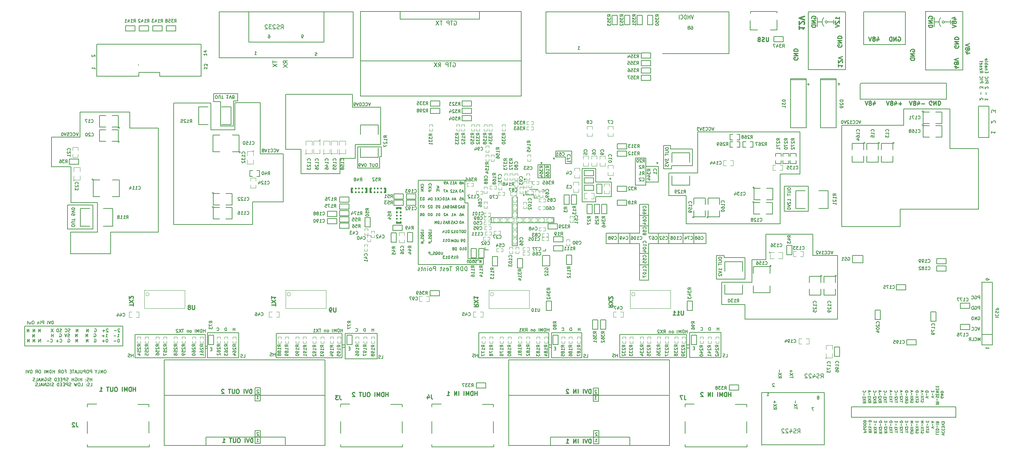
<source format=gbo>
G04 (created by PCBNEW (2013-07-07 BZR 4022)-stable) date 6/4/2014 10:32:15 AM*
%MOIN*%
G04 Gerber Fmt 3.4, Leading zero omitted, Abs format*
%FSLAX34Y34*%
G01*
G70*
G90*
G04 APERTURE LIST*
%ADD10C,0.00590551*%
%ADD11C,0.00787402*%
%ADD12C,0.0075*%
%ADD13C,0.007*%
%ADD14C,0.01*%
%ADD15C,0.0125*%
%ADD16C,0.00625*%
%ADD17C,0.005*%
%ADD18C,0.0047*%
%ADD19C,0.0039*%
%ADD20C,0.008*%
%ADD21C,0.00393701*%
%ADD22C,0.015*%
%ADD23C,0.0028*%
G04 APERTURE END LIST*
G54D10*
G54D11*
X16490Y-20500D02*
X16660Y-20500D01*
X16490Y-23580D02*
X16490Y-20500D01*
X16520Y-23580D02*
X16490Y-23580D01*
X20530Y-23580D02*
X16520Y-23580D01*
X20530Y-23230D02*
X20530Y-23580D01*
X22510Y-23230D02*
X20530Y-23230D01*
X22510Y-23580D02*
X22510Y-23230D01*
X26490Y-23580D02*
X22510Y-23580D01*
X26490Y-20510D02*
X26490Y-23580D01*
X16500Y-20510D02*
X26490Y-20510D01*
X16500Y-21330D02*
X16500Y-20510D01*
G54D12*
X85853Y-52496D02*
X85986Y-52306D01*
X86081Y-52496D02*
X86081Y-52096D01*
X85929Y-52096D01*
X85891Y-52115D01*
X85872Y-52135D01*
X85853Y-52173D01*
X85853Y-52230D01*
X85872Y-52268D01*
X85891Y-52287D01*
X85929Y-52306D01*
X86081Y-52306D01*
X85700Y-52477D02*
X85643Y-52496D01*
X85548Y-52496D01*
X85510Y-52477D01*
X85491Y-52458D01*
X85472Y-52420D01*
X85472Y-52382D01*
X85491Y-52344D01*
X85510Y-52325D01*
X85548Y-52306D01*
X85624Y-52287D01*
X85662Y-52268D01*
X85681Y-52249D01*
X85700Y-52211D01*
X85700Y-52173D01*
X85681Y-52135D01*
X85662Y-52115D01*
X85624Y-52096D01*
X85529Y-52096D01*
X85472Y-52115D01*
X85129Y-52230D02*
X85129Y-52496D01*
X85224Y-52077D02*
X85319Y-52363D01*
X85072Y-52363D01*
X84938Y-52135D02*
X84919Y-52115D01*
X84881Y-52096D01*
X84786Y-52096D01*
X84748Y-52115D01*
X84729Y-52135D01*
X84710Y-52173D01*
X84710Y-52211D01*
X84729Y-52268D01*
X84957Y-52496D01*
X84710Y-52496D01*
X84557Y-52135D02*
X84538Y-52115D01*
X84500Y-52096D01*
X84405Y-52096D01*
X84367Y-52115D01*
X84348Y-52135D01*
X84329Y-52173D01*
X84329Y-52211D01*
X84348Y-52268D01*
X84576Y-52496D01*
X84329Y-52496D01*
G54D11*
X27700Y-25250D02*
X27700Y-25400D01*
X30000Y-25250D02*
X27700Y-25250D01*
X30000Y-25950D02*
X30000Y-25250D01*
X29600Y-25950D02*
X30000Y-25950D01*
X29600Y-28350D02*
X29600Y-25950D01*
X29500Y-28350D02*
X29600Y-28350D01*
X28350Y-28350D02*
X29500Y-28350D01*
X28350Y-26000D02*
X28350Y-28350D01*
X27700Y-26000D02*
X28350Y-26000D01*
X27700Y-25300D02*
X27700Y-26000D01*
X89950Y-17400D02*
X89950Y-17600D01*
X93950Y-17400D02*
X89950Y-17400D01*
X93950Y-20550D02*
X93950Y-17400D01*
X89950Y-20550D02*
X93950Y-20550D01*
X89950Y-17450D02*
X89950Y-20550D01*
X73700Y-38600D02*
X73700Y-39600D01*
X72650Y-38600D02*
X72650Y-39600D01*
X71300Y-38600D02*
X71250Y-38600D01*
X71300Y-39600D02*
X71300Y-38600D01*
X70300Y-38600D02*
X70350Y-38600D01*
X70300Y-39600D02*
X70300Y-38600D01*
X68500Y-40550D02*
X69350Y-40550D01*
X68500Y-41650D02*
X69350Y-41650D01*
X68500Y-37900D02*
X69350Y-37900D01*
X68500Y-36900D02*
X69350Y-36900D01*
X67550Y-38600D02*
X67550Y-39600D01*
X66450Y-39600D02*
X66500Y-39600D01*
X66450Y-38600D02*
X66450Y-39600D01*
X68500Y-38600D02*
X68500Y-38550D01*
X65300Y-38600D02*
X68500Y-38600D01*
X65300Y-38650D02*
X65300Y-38600D01*
X65300Y-39600D02*
X65300Y-38650D01*
X68500Y-39600D02*
X65300Y-39600D01*
X68500Y-43100D02*
X69350Y-43100D01*
X68500Y-39600D02*
X68500Y-43100D01*
X69350Y-39600D02*
X69350Y-43100D01*
X74850Y-39600D02*
X69350Y-39600D01*
X74850Y-38600D02*
X74850Y-39600D01*
X69350Y-38600D02*
X74850Y-38600D01*
X69350Y-35850D02*
X69350Y-38600D01*
X68500Y-35850D02*
X69350Y-35850D01*
X68500Y-38600D02*
X68500Y-35850D01*
G54D12*
X63399Y-50521D02*
X63542Y-50521D01*
X63542Y-50221D01*
X63314Y-50507D02*
X63271Y-50521D01*
X63199Y-50521D01*
X63171Y-50507D01*
X63157Y-50492D01*
X63142Y-50464D01*
X63142Y-50435D01*
X63157Y-50407D01*
X63171Y-50392D01*
X63199Y-50378D01*
X63257Y-50364D01*
X63285Y-50350D01*
X63299Y-50335D01*
X63314Y-50307D01*
X63314Y-50278D01*
X63299Y-50250D01*
X63285Y-50235D01*
X63257Y-50221D01*
X63185Y-50221D01*
X63142Y-50235D01*
X52978Y-50471D02*
X52978Y-50171D01*
X52978Y-50314D02*
X52807Y-50314D01*
X52807Y-50471D02*
X52807Y-50171D01*
X52678Y-50457D02*
X52635Y-50471D01*
X52564Y-50471D01*
X52535Y-50457D01*
X52521Y-50442D01*
X52507Y-50414D01*
X52507Y-50385D01*
X52521Y-50357D01*
X52535Y-50342D01*
X52564Y-50328D01*
X52621Y-50314D01*
X52650Y-50300D01*
X52664Y-50285D01*
X52678Y-50257D01*
X52678Y-50228D01*
X52664Y-50200D01*
X52650Y-50185D01*
X52621Y-50171D01*
X52550Y-50171D01*
X52507Y-50185D01*
X43749Y-50621D02*
X43892Y-50621D01*
X43892Y-50321D01*
X43664Y-50607D02*
X43621Y-50621D01*
X43549Y-50621D01*
X43521Y-50607D01*
X43507Y-50592D01*
X43492Y-50564D01*
X43492Y-50535D01*
X43507Y-50507D01*
X43521Y-50492D01*
X43549Y-50478D01*
X43607Y-50464D01*
X43635Y-50450D01*
X43649Y-50435D01*
X43664Y-50407D01*
X43664Y-50378D01*
X43649Y-50350D01*
X43635Y-50335D01*
X43607Y-50321D01*
X43535Y-50321D01*
X43492Y-50335D01*
X33578Y-50371D02*
X33578Y-50071D01*
X33578Y-50214D02*
X33407Y-50214D01*
X33407Y-50371D02*
X33407Y-50071D01*
X33278Y-50357D02*
X33235Y-50371D01*
X33164Y-50371D01*
X33135Y-50357D01*
X33121Y-50342D01*
X33107Y-50314D01*
X33107Y-50285D01*
X33121Y-50257D01*
X33135Y-50242D01*
X33164Y-50228D01*
X33221Y-50214D01*
X33250Y-50200D01*
X33264Y-50185D01*
X33278Y-50157D01*
X33278Y-50128D01*
X33264Y-50100D01*
X33250Y-50085D01*
X33221Y-50071D01*
X33150Y-50071D01*
X33107Y-50085D01*
X30549Y-50521D02*
X30692Y-50521D01*
X30692Y-50221D01*
X30464Y-50507D02*
X30421Y-50521D01*
X30349Y-50521D01*
X30321Y-50507D01*
X30307Y-50492D01*
X30292Y-50464D01*
X30292Y-50435D01*
X30307Y-50407D01*
X30321Y-50392D01*
X30349Y-50378D01*
X30407Y-50364D01*
X30435Y-50350D01*
X30449Y-50335D01*
X30464Y-50307D01*
X30464Y-50278D01*
X30449Y-50250D01*
X30435Y-50235D01*
X30407Y-50221D01*
X30335Y-50221D01*
X30292Y-50235D01*
X19978Y-50471D02*
X19978Y-50171D01*
X19978Y-50314D02*
X19807Y-50314D01*
X19807Y-50471D02*
X19807Y-50171D01*
X19678Y-50457D02*
X19635Y-50471D01*
X19564Y-50471D01*
X19535Y-50457D01*
X19521Y-50442D01*
X19507Y-50414D01*
X19507Y-50385D01*
X19521Y-50357D01*
X19535Y-50342D01*
X19564Y-50328D01*
X19621Y-50314D01*
X19650Y-50300D01*
X19664Y-50285D01*
X19678Y-50257D01*
X19678Y-50228D01*
X19664Y-50200D01*
X19650Y-50185D01*
X19621Y-50171D01*
X19550Y-50171D01*
X19507Y-50185D01*
X76749Y-50471D02*
X76892Y-50471D01*
X76892Y-50171D01*
X76664Y-50457D02*
X76621Y-50471D01*
X76549Y-50471D01*
X76521Y-50457D01*
X76507Y-50442D01*
X76492Y-50414D01*
X76492Y-50385D01*
X76507Y-50357D01*
X76521Y-50342D01*
X76549Y-50328D01*
X76607Y-50314D01*
X76635Y-50300D01*
X76649Y-50285D01*
X76664Y-50257D01*
X76664Y-50228D01*
X76649Y-50200D01*
X76635Y-50185D01*
X76607Y-50171D01*
X76535Y-50171D01*
X76492Y-50185D01*
X66378Y-50471D02*
X66378Y-50171D01*
X66378Y-50314D02*
X66207Y-50314D01*
X66207Y-50471D02*
X66207Y-50171D01*
X66078Y-50457D02*
X66035Y-50471D01*
X65964Y-50471D01*
X65935Y-50457D01*
X65921Y-50442D01*
X65907Y-50414D01*
X65907Y-50385D01*
X65921Y-50357D01*
X65935Y-50342D01*
X65964Y-50328D01*
X66021Y-50314D01*
X66050Y-50300D01*
X66064Y-50285D01*
X66078Y-50257D01*
X66078Y-50228D01*
X66064Y-50200D01*
X66050Y-50185D01*
X66021Y-50171D01*
X65950Y-50171D01*
X65907Y-50185D01*
X16028Y-52771D02*
X16028Y-52471D01*
X16028Y-52614D02*
X15857Y-52614D01*
X15857Y-52771D02*
X15857Y-52471D01*
X15728Y-52757D02*
X15685Y-52771D01*
X15614Y-52771D01*
X15585Y-52757D01*
X15571Y-52742D01*
X15557Y-52714D01*
X15557Y-52685D01*
X15571Y-52657D01*
X15585Y-52642D01*
X15614Y-52628D01*
X15671Y-52614D01*
X15700Y-52600D01*
X15714Y-52585D01*
X15728Y-52557D01*
X15728Y-52528D01*
X15714Y-52500D01*
X15700Y-52485D01*
X15671Y-52471D01*
X15600Y-52471D01*
X15557Y-52485D01*
X15428Y-52742D02*
X15414Y-52757D01*
X15428Y-52771D01*
X15442Y-52757D01*
X15428Y-52742D01*
X15428Y-52771D01*
X15428Y-52585D02*
X15414Y-52600D01*
X15428Y-52614D01*
X15442Y-52600D01*
X15428Y-52585D01*
X15428Y-52614D01*
X15057Y-52771D02*
X15057Y-52471D01*
X15057Y-52614D02*
X14885Y-52614D01*
X14885Y-52771D02*
X14885Y-52471D01*
X14742Y-52771D02*
X14742Y-52471D01*
X14442Y-52485D02*
X14471Y-52471D01*
X14514Y-52471D01*
X14557Y-52485D01*
X14585Y-52514D01*
X14600Y-52542D01*
X14614Y-52600D01*
X14614Y-52642D01*
X14600Y-52700D01*
X14585Y-52728D01*
X14557Y-52757D01*
X14514Y-52771D01*
X14485Y-52771D01*
X14442Y-52757D01*
X14428Y-52742D01*
X14428Y-52642D01*
X14485Y-52642D01*
X14300Y-52771D02*
X14300Y-52471D01*
X14300Y-52614D02*
X14128Y-52614D01*
X14128Y-52771D02*
X14128Y-52471D01*
X13771Y-52757D02*
X13728Y-52771D01*
X13657Y-52771D01*
X13628Y-52757D01*
X13614Y-52742D01*
X13600Y-52714D01*
X13600Y-52685D01*
X13614Y-52657D01*
X13628Y-52642D01*
X13657Y-52628D01*
X13714Y-52614D01*
X13742Y-52600D01*
X13757Y-52585D01*
X13771Y-52557D01*
X13771Y-52528D01*
X13757Y-52500D01*
X13742Y-52485D01*
X13714Y-52471D01*
X13642Y-52471D01*
X13600Y-52485D01*
X13471Y-52771D02*
X13471Y-52471D01*
X13357Y-52471D01*
X13328Y-52485D01*
X13314Y-52500D01*
X13300Y-52528D01*
X13300Y-52571D01*
X13314Y-52600D01*
X13328Y-52614D01*
X13357Y-52628D01*
X13471Y-52628D01*
X13171Y-52614D02*
X13071Y-52614D01*
X13028Y-52771D02*
X13171Y-52771D01*
X13171Y-52471D01*
X13028Y-52471D01*
X12900Y-52614D02*
X12800Y-52614D01*
X12757Y-52771D02*
X12900Y-52771D01*
X12900Y-52471D01*
X12757Y-52471D01*
X12628Y-52771D02*
X12628Y-52471D01*
X12557Y-52471D01*
X12514Y-52485D01*
X12485Y-52514D01*
X12471Y-52542D01*
X12457Y-52600D01*
X12457Y-52642D01*
X12471Y-52700D01*
X12485Y-52728D01*
X12514Y-52757D01*
X12557Y-52771D01*
X12628Y-52771D01*
X12114Y-52757D02*
X12071Y-52771D01*
X12000Y-52771D01*
X11971Y-52757D01*
X11957Y-52742D01*
X11942Y-52714D01*
X11942Y-52685D01*
X11957Y-52657D01*
X11971Y-52642D01*
X12000Y-52628D01*
X12057Y-52614D01*
X12085Y-52600D01*
X12100Y-52585D01*
X12114Y-52557D01*
X12114Y-52528D01*
X12100Y-52500D01*
X12085Y-52485D01*
X12057Y-52471D01*
X11985Y-52471D01*
X11942Y-52485D01*
X11814Y-52771D02*
X11814Y-52471D01*
X11514Y-52485D02*
X11542Y-52471D01*
X11585Y-52471D01*
X11628Y-52485D01*
X11657Y-52514D01*
X11671Y-52542D01*
X11685Y-52600D01*
X11685Y-52642D01*
X11671Y-52700D01*
X11657Y-52728D01*
X11628Y-52757D01*
X11585Y-52771D01*
X11557Y-52771D01*
X11514Y-52757D01*
X11500Y-52742D01*
X11500Y-52642D01*
X11557Y-52642D01*
X11371Y-52771D02*
X11371Y-52471D01*
X11200Y-52771D01*
X11200Y-52471D01*
X11071Y-52685D02*
X10928Y-52685D01*
X11100Y-52771D02*
X11000Y-52471D01*
X10900Y-52771D01*
X10657Y-52771D02*
X10800Y-52771D01*
X10800Y-52471D01*
X10571Y-52757D02*
X10528Y-52771D01*
X10457Y-52771D01*
X10428Y-52757D01*
X10414Y-52742D01*
X10400Y-52714D01*
X10400Y-52685D01*
X10414Y-52657D01*
X10428Y-52642D01*
X10457Y-52628D01*
X10514Y-52614D01*
X10542Y-52600D01*
X10557Y-52585D01*
X10571Y-52557D01*
X10571Y-52528D01*
X10557Y-52500D01*
X10542Y-52485D01*
X10514Y-52471D01*
X10442Y-52471D01*
X10400Y-52485D01*
X15885Y-53266D02*
X16028Y-53266D01*
X16028Y-52966D01*
X15800Y-53252D02*
X15757Y-53266D01*
X15685Y-53266D01*
X15657Y-53252D01*
X15642Y-53237D01*
X15628Y-53209D01*
X15628Y-53180D01*
X15642Y-53152D01*
X15657Y-53137D01*
X15685Y-53123D01*
X15742Y-53109D01*
X15771Y-53095D01*
X15785Y-53080D01*
X15800Y-53052D01*
X15800Y-53023D01*
X15785Y-52995D01*
X15771Y-52980D01*
X15742Y-52966D01*
X15671Y-52966D01*
X15628Y-52980D01*
X15500Y-53237D02*
X15485Y-53252D01*
X15500Y-53266D01*
X15514Y-53252D01*
X15500Y-53237D01*
X15500Y-53266D01*
X15500Y-53080D02*
X15485Y-53095D01*
X15500Y-53109D01*
X15514Y-53095D01*
X15500Y-53080D01*
X15500Y-53109D01*
X14985Y-53266D02*
X15128Y-53266D01*
X15128Y-52966D01*
X14828Y-52966D02*
X14771Y-52966D01*
X14742Y-52980D01*
X14714Y-53009D01*
X14700Y-53066D01*
X14700Y-53166D01*
X14714Y-53223D01*
X14742Y-53252D01*
X14771Y-53266D01*
X14828Y-53266D01*
X14857Y-53252D01*
X14885Y-53223D01*
X14900Y-53166D01*
X14900Y-53066D01*
X14885Y-53009D01*
X14857Y-52980D01*
X14828Y-52966D01*
X14600Y-52966D02*
X14528Y-53266D01*
X14471Y-53052D01*
X14414Y-53266D01*
X14342Y-52966D01*
X14014Y-53252D02*
X13971Y-53266D01*
X13900Y-53266D01*
X13871Y-53252D01*
X13857Y-53237D01*
X13842Y-53209D01*
X13842Y-53180D01*
X13857Y-53152D01*
X13871Y-53137D01*
X13900Y-53123D01*
X13957Y-53109D01*
X13985Y-53095D01*
X14000Y-53080D01*
X14014Y-53052D01*
X14014Y-53023D01*
X14000Y-52995D01*
X13985Y-52980D01*
X13957Y-52966D01*
X13885Y-52966D01*
X13842Y-52980D01*
X13714Y-53266D02*
X13714Y-52966D01*
X13600Y-52966D01*
X13571Y-52980D01*
X13557Y-52995D01*
X13542Y-53023D01*
X13542Y-53066D01*
X13557Y-53095D01*
X13571Y-53109D01*
X13600Y-53123D01*
X13714Y-53123D01*
X13414Y-53109D02*
X13314Y-53109D01*
X13271Y-53266D02*
X13414Y-53266D01*
X13414Y-52966D01*
X13271Y-52966D01*
X13142Y-53109D02*
X13042Y-53109D01*
X13000Y-53266D02*
X13142Y-53266D01*
X13142Y-52966D01*
X13000Y-52966D01*
X12871Y-53266D02*
X12871Y-52966D01*
X12800Y-52966D01*
X12757Y-52980D01*
X12728Y-53009D01*
X12714Y-53037D01*
X12700Y-53095D01*
X12700Y-53137D01*
X12714Y-53195D01*
X12728Y-53223D01*
X12757Y-53252D01*
X12800Y-53266D01*
X12871Y-53266D01*
X12357Y-53252D02*
X12314Y-53266D01*
X12242Y-53266D01*
X12214Y-53252D01*
X12200Y-53237D01*
X12185Y-53209D01*
X12185Y-53180D01*
X12200Y-53152D01*
X12214Y-53137D01*
X12242Y-53123D01*
X12300Y-53109D01*
X12328Y-53095D01*
X12342Y-53080D01*
X12357Y-53052D01*
X12357Y-53023D01*
X12342Y-52995D01*
X12328Y-52980D01*
X12300Y-52966D01*
X12228Y-52966D01*
X12185Y-52980D01*
X12057Y-53266D02*
X12057Y-52966D01*
X11757Y-52980D02*
X11785Y-52966D01*
X11828Y-52966D01*
X11871Y-52980D01*
X11900Y-53009D01*
X11914Y-53037D01*
X11928Y-53095D01*
X11928Y-53137D01*
X11914Y-53195D01*
X11900Y-53223D01*
X11871Y-53252D01*
X11828Y-53266D01*
X11800Y-53266D01*
X11757Y-53252D01*
X11742Y-53237D01*
X11742Y-53137D01*
X11800Y-53137D01*
X11614Y-53266D02*
X11614Y-52966D01*
X11442Y-53266D01*
X11442Y-52966D01*
X11314Y-53180D02*
X11171Y-53180D01*
X11342Y-53266D02*
X11242Y-52966D01*
X11142Y-53266D01*
X10900Y-53266D02*
X11042Y-53266D01*
X11042Y-52966D01*
X10814Y-53252D02*
X10771Y-53266D01*
X10700Y-53266D01*
X10671Y-53252D01*
X10657Y-53237D01*
X10642Y-53209D01*
X10642Y-53180D01*
X10657Y-53152D01*
X10671Y-53137D01*
X10700Y-53123D01*
X10757Y-53109D01*
X10785Y-53095D01*
X10800Y-53080D01*
X10814Y-53052D01*
X10814Y-53023D01*
X10800Y-52995D01*
X10785Y-52980D01*
X10757Y-52966D01*
X10685Y-52966D01*
X10642Y-52980D01*
G54D11*
X73000Y-49600D02*
X73300Y-49600D01*
X73000Y-49300D02*
X73300Y-49300D01*
X59800Y-49550D02*
X60050Y-49550D01*
X59800Y-49300D02*
X60050Y-49300D01*
X40000Y-49550D02*
X40300Y-49550D01*
X40000Y-49300D02*
X40300Y-49300D01*
X27100Y-49650D02*
X27100Y-49600D01*
X26900Y-49650D02*
X27100Y-49650D01*
X27100Y-49450D02*
X27050Y-49450D01*
X26900Y-49450D02*
X27050Y-49450D01*
G54D12*
X27514Y-49714D02*
X27414Y-49714D01*
X27371Y-49871D02*
X27514Y-49871D01*
X27514Y-49571D01*
X27371Y-49571D01*
X40764Y-49664D02*
X40664Y-49664D01*
X40621Y-49821D02*
X40764Y-49821D01*
X40764Y-49521D01*
X40621Y-49521D01*
X60464Y-49664D02*
X60364Y-49664D01*
X60321Y-49821D02*
X60464Y-49821D01*
X60464Y-49521D01*
X60321Y-49521D01*
G54D13*
X61057Y-47936D02*
X61071Y-47950D01*
X61114Y-47963D01*
X61142Y-47963D01*
X61185Y-47950D01*
X61214Y-47923D01*
X61228Y-47896D01*
X61242Y-47843D01*
X61242Y-47803D01*
X61228Y-47750D01*
X61214Y-47723D01*
X61185Y-47696D01*
X61142Y-47683D01*
X61114Y-47683D01*
X61071Y-47696D01*
X61057Y-47710D01*
X61978Y-47963D02*
X61978Y-47683D01*
X61907Y-47683D01*
X61864Y-47696D01*
X61835Y-47723D01*
X61821Y-47750D01*
X61807Y-47803D01*
X61807Y-47843D01*
X61821Y-47896D01*
X61835Y-47923D01*
X61864Y-47950D01*
X61907Y-47963D01*
X61978Y-47963D01*
X62785Y-47963D02*
X62785Y-47683D01*
X62785Y-47816D02*
X62614Y-47816D01*
X62614Y-47963D02*
X62614Y-47683D01*
X28007Y-47936D02*
X28021Y-47950D01*
X28064Y-47963D01*
X28092Y-47963D01*
X28135Y-47950D01*
X28164Y-47923D01*
X28178Y-47896D01*
X28192Y-47843D01*
X28192Y-47803D01*
X28178Y-47750D01*
X28164Y-47723D01*
X28135Y-47696D01*
X28092Y-47683D01*
X28064Y-47683D01*
X28021Y-47696D01*
X28007Y-47710D01*
X28928Y-47963D02*
X28928Y-47683D01*
X28857Y-47683D01*
X28814Y-47696D01*
X28785Y-47723D01*
X28771Y-47750D01*
X28757Y-47803D01*
X28757Y-47843D01*
X28771Y-47896D01*
X28785Y-47923D01*
X28814Y-47950D01*
X28857Y-47963D01*
X28928Y-47963D01*
X29735Y-47963D02*
X29735Y-47683D01*
X29735Y-47816D02*
X29564Y-47816D01*
X29564Y-47963D02*
X29564Y-47683D01*
X41307Y-47986D02*
X41321Y-48000D01*
X41364Y-48013D01*
X41392Y-48013D01*
X41435Y-48000D01*
X41464Y-47973D01*
X41478Y-47946D01*
X41492Y-47893D01*
X41492Y-47853D01*
X41478Y-47800D01*
X41464Y-47773D01*
X41435Y-47746D01*
X41392Y-47733D01*
X41364Y-47733D01*
X41321Y-47746D01*
X41307Y-47760D01*
X42228Y-48013D02*
X42228Y-47733D01*
X42157Y-47733D01*
X42114Y-47746D01*
X42085Y-47773D01*
X42071Y-47800D01*
X42057Y-47853D01*
X42057Y-47893D01*
X42071Y-47946D01*
X42085Y-47973D01*
X42114Y-48000D01*
X42157Y-48013D01*
X42228Y-48013D01*
X43035Y-48013D02*
X43035Y-47733D01*
X43035Y-47866D02*
X42864Y-47866D01*
X42864Y-48013D02*
X42864Y-47733D01*
X76085Y-47913D02*
X76085Y-47633D01*
X76085Y-47766D02*
X75914Y-47766D01*
X75914Y-47913D02*
X75914Y-47633D01*
X75278Y-47913D02*
X75278Y-47633D01*
X75207Y-47633D01*
X75164Y-47646D01*
X75135Y-47673D01*
X75121Y-47700D01*
X75107Y-47753D01*
X75107Y-47793D01*
X75121Y-47846D01*
X75135Y-47873D01*
X75164Y-47900D01*
X75207Y-47913D01*
X75278Y-47913D01*
X74357Y-47886D02*
X74371Y-47900D01*
X74414Y-47913D01*
X74442Y-47913D01*
X74485Y-47900D01*
X74514Y-47873D01*
X74528Y-47846D01*
X74542Y-47793D01*
X74542Y-47753D01*
X74528Y-47700D01*
X74514Y-47673D01*
X74485Y-47646D01*
X74442Y-47633D01*
X74414Y-47633D01*
X74371Y-47646D01*
X74357Y-47660D01*
G54D12*
X73764Y-49614D02*
X73664Y-49614D01*
X73621Y-49771D02*
X73764Y-49771D01*
X73764Y-49471D01*
X73621Y-49471D01*
G54D11*
X82350Y-34100D02*
X82450Y-34100D01*
X82350Y-36500D02*
X82350Y-34100D01*
X82550Y-36500D02*
X82350Y-36500D01*
X84650Y-36500D02*
X82550Y-36500D01*
X84650Y-34100D02*
X84650Y-36500D01*
X82400Y-34100D02*
X84650Y-34100D01*
X70800Y-32450D02*
X70800Y-31850D01*
X71550Y-32450D02*
X70800Y-32450D01*
X71550Y-32150D02*
X71550Y-32450D01*
X73550Y-32150D02*
X71550Y-32150D01*
X73550Y-30550D02*
X73550Y-32150D01*
X71450Y-30550D02*
X73550Y-30550D01*
X71450Y-30200D02*
X71450Y-30550D01*
X70800Y-30200D02*
X71450Y-30200D01*
X70800Y-32000D02*
X70800Y-30200D01*
X74050Y-28900D02*
X74050Y-30750D01*
X74100Y-28900D02*
X74050Y-28900D01*
X76850Y-28900D02*
X74100Y-28900D01*
X71300Y-32850D02*
X71450Y-32850D01*
X71300Y-35000D02*
X71300Y-32850D01*
X71350Y-35000D02*
X71300Y-35000D01*
X72950Y-35000D02*
X71350Y-35000D01*
X72950Y-37700D02*
X72950Y-35000D01*
X81950Y-37700D02*
X72950Y-37700D01*
X81950Y-32950D02*
X81950Y-37700D01*
X83850Y-32950D02*
X81950Y-32950D01*
X83850Y-32700D02*
X83850Y-32950D01*
X83850Y-28900D02*
X83850Y-32700D01*
X79600Y-28900D02*
X83850Y-28900D01*
X76800Y-28900D02*
X79650Y-28900D01*
X74050Y-32850D02*
X74050Y-30750D01*
X71300Y-32850D02*
X74050Y-32850D01*
X76600Y-40750D02*
X76600Y-40800D01*
X75950Y-40750D02*
X76600Y-40750D01*
X75850Y-40750D02*
X76000Y-40750D01*
X75850Y-43000D02*
X75850Y-40750D01*
X78600Y-43000D02*
X75850Y-43000D01*
X78600Y-40950D02*
X78600Y-43000D01*
X78450Y-40950D02*
X78600Y-40950D01*
X76600Y-40950D02*
X78450Y-40950D01*
X76600Y-40750D02*
X76600Y-40950D01*
X80600Y-41150D02*
X80600Y-41050D01*
X79250Y-41150D02*
X80600Y-41150D01*
X79250Y-43300D02*
X79250Y-41150D01*
X78550Y-43300D02*
X79250Y-43300D01*
X76350Y-43300D02*
X76500Y-43300D01*
X76350Y-45450D02*
X76350Y-43300D01*
X78600Y-45450D02*
X76350Y-45450D01*
X78600Y-46850D02*
X78600Y-45450D01*
X87450Y-46850D02*
X78600Y-46850D01*
X87450Y-40750D02*
X87450Y-46850D01*
X85100Y-40750D02*
X87450Y-40750D01*
X85100Y-38700D02*
X85100Y-40750D01*
X80600Y-38700D02*
X85100Y-38700D01*
X80600Y-41100D02*
X80600Y-38700D01*
X76450Y-43300D02*
X78600Y-43300D01*
G54D14*
X80843Y-19851D02*
X80843Y-20175D01*
X80824Y-20213D01*
X80805Y-20232D01*
X80767Y-20251D01*
X80691Y-20251D01*
X80653Y-20232D01*
X80634Y-20213D01*
X80615Y-20175D01*
X80615Y-19851D01*
X80443Y-20232D02*
X80386Y-20251D01*
X80291Y-20251D01*
X80253Y-20232D01*
X80234Y-20213D01*
X80215Y-20175D01*
X80215Y-20137D01*
X80234Y-20099D01*
X80253Y-20080D01*
X80291Y-20061D01*
X80367Y-20042D01*
X80405Y-20023D01*
X80424Y-20004D01*
X80443Y-19966D01*
X80443Y-19928D01*
X80424Y-19890D01*
X80405Y-19870D01*
X80367Y-19851D01*
X80272Y-19851D01*
X80215Y-19870D01*
X79910Y-20042D02*
X79853Y-20061D01*
X79834Y-20080D01*
X79815Y-20118D01*
X79815Y-20175D01*
X79834Y-20213D01*
X79853Y-20232D01*
X79891Y-20251D01*
X80043Y-20251D01*
X80043Y-19851D01*
X79910Y-19851D01*
X79872Y-19870D01*
X79853Y-19890D01*
X79834Y-19928D01*
X79834Y-19966D01*
X79853Y-20004D01*
X79872Y-20023D01*
X79910Y-20042D01*
X80043Y-20042D01*
G54D11*
X79101Y-19161D02*
X79101Y-18243D01*
X79781Y-19161D02*
X79101Y-19161D01*
X81024Y-19152D02*
X81024Y-19157D01*
X81653Y-19152D02*
X81024Y-19152D01*
X81653Y-18189D02*
X81653Y-19152D01*
X81662Y-17378D02*
X81662Y-17519D01*
X79119Y-17378D02*
X81662Y-17378D01*
X79119Y-17540D02*
X79119Y-17378D01*
X88235Y-17406D02*
X88235Y-17494D01*
X84659Y-17406D02*
X88235Y-17406D01*
X84659Y-22946D02*
X84659Y-17406D01*
X84695Y-22946D02*
X84659Y-22946D01*
X88235Y-22946D02*
X84695Y-22946D01*
X88235Y-17409D02*
X88235Y-22946D01*
X84679Y-17409D02*
X88235Y-17409D01*
X95886Y-17384D02*
X95933Y-17384D01*
X95886Y-22980D02*
X95886Y-17384D01*
X95910Y-22980D02*
X95886Y-22980D01*
X99455Y-22980D02*
X95910Y-22980D01*
X99455Y-17384D02*
X99455Y-22980D01*
X95873Y-17384D02*
X99455Y-17384D01*
G54D14*
X87845Y-20566D02*
X87864Y-20604D01*
X87864Y-20662D01*
X87845Y-20719D01*
X87806Y-20757D01*
X87768Y-20776D01*
X87692Y-20795D01*
X87635Y-20795D01*
X87559Y-20776D01*
X87521Y-20757D01*
X87483Y-20719D01*
X87464Y-20662D01*
X87464Y-20623D01*
X87483Y-20566D01*
X87502Y-20547D01*
X87635Y-20547D01*
X87635Y-20623D01*
X87464Y-20376D02*
X87864Y-20376D01*
X87464Y-20147D01*
X87864Y-20147D01*
X87464Y-19957D02*
X87864Y-19957D01*
X87864Y-19861D01*
X87845Y-19804D01*
X87806Y-19766D01*
X87768Y-19747D01*
X87692Y-19728D01*
X87635Y-19728D01*
X87559Y-19747D01*
X87521Y-19766D01*
X87483Y-19804D01*
X87464Y-19861D01*
X87464Y-19957D01*
G54D15*
X83797Y-18809D02*
X83797Y-19095D01*
X83797Y-18952D02*
X84297Y-18952D01*
X84226Y-18999D01*
X84178Y-19047D01*
X84154Y-19095D01*
X84250Y-18619D02*
X84273Y-18595D01*
X84297Y-18547D01*
X84297Y-18428D01*
X84273Y-18380D01*
X84250Y-18357D01*
X84202Y-18333D01*
X84154Y-18333D01*
X84083Y-18357D01*
X83797Y-18642D01*
X83797Y-18333D01*
X84297Y-18190D02*
X83797Y-18023D01*
X84297Y-17857D01*
G54D14*
X99039Y-20659D02*
X99058Y-20697D01*
X99058Y-20755D01*
X99039Y-20812D01*
X99000Y-20850D01*
X98962Y-20869D01*
X98886Y-20888D01*
X98829Y-20888D01*
X98753Y-20869D01*
X98715Y-20850D01*
X98677Y-20812D01*
X98658Y-20755D01*
X98658Y-20716D01*
X98677Y-20659D01*
X98696Y-20640D01*
X98829Y-20640D01*
X98829Y-20716D01*
X98658Y-20469D02*
X99058Y-20469D01*
X98658Y-20240D01*
X99058Y-20240D01*
X98658Y-20050D02*
X99058Y-20050D01*
X99058Y-19954D01*
X99039Y-19897D01*
X99000Y-19859D01*
X98962Y-19840D01*
X98886Y-19821D01*
X98829Y-19821D01*
X98753Y-19840D01*
X98715Y-19859D01*
X98677Y-19897D01*
X98658Y-19954D01*
X98658Y-20050D01*
G54D11*
X41482Y-30336D02*
X41586Y-30336D01*
X41482Y-32396D02*
X41482Y-30336D01*
X43582Y-32396D02*
X41482Y-32396D01*
X43582Y-31298D02*
X43582Y-32396D01*
X43758Y-31298D02*
X43582Y-31298D01*
X43758Y-30338D02*
X43758Y-31298D01*
X41514Y-30338D02*
X43758Y-30338D01*
X43702Y-30124D02*
X43702Y-26550D01*
X43680Y-30124D02*
X43702Y-30124D01*
X41250Y-30124D02*
X43680Y-30124D01*
X41250Y-31452D02*
X41250Y-30124D01*
X39804Y-31452D02*
X41250Y-31452D01*
X39804Y-31514D02*
X39804Y-31452D01*
X32152Y-26122D02*
X32152Y-26214D01*
X29732Y-26122D02*
X32152Y-26122D01*
X29732Y-28702D02*
X29732Y-26122D01*
X27410Y-28702D02*
X29732Y-28702D01*
X27410Y-26162D02*
X27410Y-28702D01*
X23874Y-26162D02*
X27410Y-26162D01*
X13690Y-38204D02*
X14000Y-38204D01*
X13690Y-35932D02*
X13690Y-38204D01*
X16110Y-35932D02*
X13690Y-35932D01*
X16110Y-38208D02*
X16110Y-35932D01*
X13854Y-38208D02*
X16110Y-38208D01*
X13976Y-32252D02*
X13976Y-32250D01*
X14020Y-32252D02*
X13976Y-32252D01*
X14022Y-32254D02*
X14020Y-32252D01*
X14022Y-35686D02*
X14022Y-32254D01*
X16546Y-35686D02*
X14022Y-35686D01*
X16546Y-38500D02*
X16546Y-35686D01*
X13978Y-38500D02*
X16546Y-38500D01*
X13978Y-40572D02*
X13978Y-38500D01*
G54D12*
X82671Y-34328D02*
X82671Y-34385D01*
X82685Y-34414D01*
X82714Y-34442D01*
X82771Y-34457D01*
X82871Y-34457D01*
X82928Y-34442D01*
X82957Y-34414D01*
X82971Y-34385D01*
X82971Y-34328D01*
X82957Y-34300D01*
X82928Y-34271D01*
X82871Y-34257D01*
X82771Y-34257D01*
X82714Y-34271D01*
X82685Y-34300D01*
X82671Y-34328D01*
X82671Y-34585D02*
X82914Y-34585D01*
X82942Y-34600D01*
X82957Y-34614D01*
X82971Y-34642D01*
X82971Y-34700D01*
X82957Y-34728D01*
X82942Y-34742D01*
X82914Y-34757D01*
X82671Y-34757D01*
X82671Y-34857D02*
X82671Y-35028D01*
X82971Y-34942D02*
X82671Y-34942D01*
X82971Y-35514D02*
X82971Y-35342D01*
X82971Y-35428D02*
X82671Y-35428D01*
X82714Y-35400D01*
X82742Y-35371D01*
X82757Y-35342D01*
X82700Y-35628D02*
X82685Y-35642D01*
X82671Y-35671D01*
X82671Y-35742D01*
X82685Y-35771D01*
X82700Y-35785D01*
X82728Y-35800D01*
X82757Y-35800D01*
X82800Y-35785D01*
X82971Y-35614D01*
X82971Y-35800D01*
X82671Y-35885D02*
X82971Y-35985D01*
X82671Y-36085D01*
X82671Y-36242D02*
X82671Y-36271D01*
X82685Y-36300D01*
X82700Y-36314D01*
X82728Y-36328D01*
X82785Y-36342D01*
X82857Y-36342D01*
X82914Y-36328D01*
X82942Y-36314D01*
X82957Y-36300D01*
X82971Y-36271D01*
X82971Y-36242D01*
X82957Y-36214D01*
X82942Y-36200D01*
X82914Y-36185D01*
X82857Y-36171D01*
X82785Y-36171D01*
X82728Y-36185D01*
X82700Y-36200D01*
X82685Y-36214D01*
X82671Y-36242D01*
G54D11*
X59535Y-21390D02*
X68586Y-21390D01*
X59535Y-17394D02*
X59535Y-21390D01*
X88800Y-56250D02*
X88800Y-55250D01*
X98800Y-56250D02*
X88800Y-56250D01*
X98800Y-55250D02*
X98800Y-56250D01*
X88800Y-55250D02*
X98800Y-55250D01*
G54D16*
X97586Y-54271D02*
X97598Y-54295D01*
X97598Y-54330D01*
X97586Y-54366D01*
X97563Y-54390D01*
X97539Y-54402D01*
X97491Y-54414D01*
X97455Y-54414D01*
X97408Y-54402D01*
X97384Y-54390D01*
X97360Y-54366D01*
X97348Y-54330D01*
X97348Y-54307D01*
X97360Y-54271D01*
X97372Y-54259D01*
X97455Y-54259D01*
X97455Y-54307D01*
X97348Y-54152D02*
X97598Y-54152D01*
X97348Y-54009D01*
X97598Y-54009D01*
X97348Y-53890D02*
X97598Y-53890D01*
X97598Y-53830D01*
X97586Y-53795D01*
X97563Y-53771D01*
X97539Y-53759D01*
X97491Y-53747D01*
X97455Y-53747D01*
X97408Y-53759D01*
X97384Y-53771D01*
X97360Y-53795D01*
X97348Y-53830D01*
X97348Y-53890D01*
X96898Y-55021D02*
X97148Y-55021D01*
X96898Y-54759D02*
X97017Y-54842D01*
X96898Y-54902D02*
X97148Y-54902D01*
X97148Y-54807D01*
X97136Y-54783D01*
X97125Y-54771D01*
X97101Y-54759D01*
X97065Y-54759D01*
X97041Y-54771D01*
X97029Y-54783D01*
X97017Y-54807D01*
X97017Y-54902D01*
X96994Y-54652D02*
X96994Y-54461D01*
X96910Y-54354D02*
X96898Y-54319D01*
X96898Y-54259D01*
X96910Y-54235D01*
X96922Y-54223D01*
X96946Y-54211D01*
X96970Y-54211D01*
X96994Y-54223D01*
X97005Y-54235D01*
X97017Y-54259D01*
X97029Y-54307D01*
X97041Y-54330D01*
X97053Y-54342D01*
X97077Y-54354D01*
X97101Y-54354D01*
X97125Y-54342D01*
X97136Y-54330D01*
X97148Y-54307D01*
X97148Y-54247D01*
X97136Y-54211D01*
X97029Y-54104D02*
X97029Y-54021D01*
X96898Y-53985D02*
X96898Y-54104D01*
X97148Y-54104D01*
X97148Y-53985D01*
X96898Y-53878D02*
X97148Y-53878D01*
X96898Y-53735D01*
X97148Y-53735D01*
X96922Y-53473D02*
X96910Y-53485D01*
X96898Y-53521D01*
X96898Y-53545D01*
X96910Y-53580D01*
X96934Y-53604D01*
X96958Y-53616D01*
X97005Y-53628D01*
X97041Y-53628D01*
X97089Y-53616D01*
X97113Y-53604D01*
X97136Y-53580D01*
X97148Y-53545D01*
X97148Y-53521D01*
X97136Y-53485D01*
X97125Y-53473D01*
X97029Y-53366D02*
X97029Y-53283D01*
X96898Y-53247D02*
X96898Y-53366D01*
X97148Y-53366D01*
X97148Y-53247D01*
X96698Y-54376D02*
X96448Y-54292D01*
X96698Y-54209D01*
X96544Y-54126D02*
X96544Y-53935D01*
X96579Y-53816D02*
X96579Y-53733D01*
X96448Y-53697D02*
X96448Y-53816D01*
X96698Y-53816D01*
X96698Y-53697D01*
X96148Y-54400D02*
X95898Y-54316D01*
X96148Y-54233D01*
X95994Y-54150D02*
X95994Y-53959D01*
X95898Y-53840D02*
X96148Y-53840D01*
X96148Y-53780D01*
X96136Y-53745D01*
X96113Y-53721D01*
X96089Y-53709D01*
X96041Y-53697D01*
X96005Y-53697D01*
X95958Y-53709D01*
X95934Y-53721D01*
X95910Y-53745D01*
X95898Y-53780D01*
X95898Y-53840D01*
X95686Y-54661D02*
X95698Y-54685D01*
X95698Y-54721D01*
X95686Y-54757D01*
X95663Y-54780D01*
X95639Y-54792D01*
X95591Y-54804D01*
X95555Y-54804D01*
X95508Y-54792D01*
X95484Y-54780D01*
X95460Y-54757D01*
X95448Y-54721D01*
X95448Y-54697D01*
X95460Y-54661D01*
X95472Y-54650D01*
X95555Y-54650D01*
X95555Y-54697D01*
X95698Y-54578D02*
X95698Y-54435D01*
X95448Y-54507D02*
X95698Y-54507D01*
X95698Y-54376D02*
X95448Y-54209D01*
X95698Y-54209D02*
X95448Y-54376D01*
X95544Y-54114D02*
X95544Y-53923D01*
X95520Y-53816D02*
X95520Y-53697D01*
X95448Y-53840D02*
X95698Y-53757D01*
X95448Y-53673D01*
X95186Y-54697D02*
X95198Y-54721D01*
X95198Y-54757D01*
X95186Y-54792D01*
X95163Y-54816D01*
X95139Y-54828D01*
X95091Y-54840D01*
X95055Y-54840D01*
X95008Y-54828D01*
X94984Y-54816D01*
X94960Y-54792D01*
X94948Y-54757D01*
X94948Y-54733D01*
X94960Y-54697D01*
X94972Y-54685D01*
X95055Y-54685D01*
X95055Y-54733D01*
X95198Y-54614D02*
X95198Y-54471D01*
X94948Y-54542D02*
X95198Y-54542D01*
X95198Y-54411D02*
X94948Y-54245D01*
X95198Y-54245D02*
X94948Y-54411D01*
X95044Y-54150D02*
X95044Y-53959D01*
X94948Y-53840D02*
X95198Y-53840D01*
X95198Y-53780D01*
X95186Y-53745D01*
X95163Y-53721D01*
X95139Y-53709D01*
X95091Y-53697D01*
X95055Y-53697D01*
X95008Y-53709D01*
X94984Y-53721D01*
X94960Y-53745D01*
X94948Y-53780D01*
X94948Y-53840D01*
X94686Y-54721D02*
X94698Y-54745D01*
X94698Y-54780D01*
X94686Y-54816D01*
X94663Y-54840D01*
X94639Y-54852D01*
X94591Y-54864D01*
X94555Y-54864D01*
X94508Y-54852D01*
X94484Y-54840D01*
X94460Y-54816D01*
X94448Y-54780D01*
X94448Y-54757D01*
X94460Y-54721D01*
X94472Y-54709D01*
X94555Y-54709D01*
X94555Y-54757D01*
X94448Y-54459D02*
X94567Y-54542D01*
X94448Y-54602D02*
X94698Y-54602D01*
X94698Y-54507D01*
X94686Y-54483D01*
X94675Y-54471D01*
X94651Y-54459D01*
X94615Y-54459D01*
X94591Y-54471D01*
X94579Y-54483D01*
X94567Y-54507D01*
X94567Y-54602D01*
X94698Y-54376D02*
X94448Y-54209D01*
X94698Y-54209D02*
X94448Y-54376D01*
X94544Y-54114D02*
X94544Y-53923D01*
X94520Y-53816D02*
X94520Y-53697D01*
X94448Y-53840D02*
X94698Y-53757D01*
X94448Y-53673D01*
X94186Y-54757D02*
X94198Y-54780D01*
X94198Y-54816D01*
X94186Y-54852D01*
X94163Y-54876D01*
X94139Y-54888D01*
X94091Y-54900D01*
X94055Y-54900D01*
X94008Y-54888D01*
X93984Y-54876D01*
X93960Y-54852D01*
X93948Y-54816D01*
X93948Y-54792D01*
X93960Y-54757D01*
X93972Y-54745D01*
X94055Y-54745D01*
X94055Y-54792D01*
X93948Y-54495D02*
X94067Y-54578D01*
X93948Y-54638D02*
X94198Y-54638D01*
X94198Y-54542D01*
X94186Y-54519D01*
X94175Y-54507D01*
X94151Y-54495D01*
X94115Y-54495D01*
X94091Y-54507D01*
X94079Y-54519D01*
X94067Y-54542D01*
X94067Y-54638D01*
X94198Y-54411D02*
X93948Y-54245D01*
X94198Y-54245D02*
X93948Y-54411D01*
X94044Y-54150D02*
X94044Y-53959D01*
X93948Y-53840D02*
X94198Y-53840D01*
X94198Y-53780D01*
X94186Y-53745D01*
X94163Y-53721D01*
X94139Y-53709D01*
X94091Y-53697D01*
X94055Y-53697D01*
X94008Y-53709D01*
X93984Y-53721D01*
X93960Y-53745D01*
X93948Y-53780D01*
X93948Y-53840D01*
X93698Y-54816D02*
X93698Y-54673D01*
X93448Y-54745D02*
X93698Y-54745D01*
X93698Y-54614D02*
X93448Y-54447D01*
X93698Y-54447D02*
X93448Y-54614D01*
X93675Y-54364D02*
X93686Y-54352D01*
X93698Y-54328D01*
X93698Y-54269D01*
X93686Y-54245D01*
X93675Y-54233D01*
X93651Y-54221D01*
X93627Y-54221D01*
X93591Y-54233D01*
X93448Y-54376D01*
X93448Y-54221D01*
X93544Y-54114D02*
X93544Y-53923D01*
X93520Y-53816D02*
X93520Y-53697D01*
X93448Y-53840D02*
X93698Y-53757D01*
X93448Y-53673D01*
X93198Y-54852D02*
X93198Y-54709D01*
X92948Y-54780D02*
X93198Y-54780D01*
X93198Y-54650D02*
X92948Y-54483D01*
X93198Y-54483D02*
X92948Y-54650D01*
X93175Y-54400D02*
X93186Y-54388D01*
X93198Y-54364D01*
X93198Y-54304D01*
X93186Y-54280D01*
X93175Y-54269D01*
X93151Y-54257D01*
X93127Y-54257D01*
X93091Y-54269D01*
X92948Y-54411D01*
X92948Y-54257D01*
X93044Y-54150D02*
X93044Y-53959D01*
X92972Y-53697D02*
X92960Y-53709D01*
X92948Y-53745D01*
X92948Y-53769D01*
X92960Y-53804D01*
X92984Y-53828D01*
X93008Y-53840D01*
X93055Y-53852D01*
X93091Y-53852D01*
X93139Y-53840D01*
X93163Y-53828D01*
X93186Y-53804D01*
X93198Y-53769D01*
X93198Y-53745D01*
X93186Y-53709D01*
X93175Y-53697D01*
X92698Y-54816D02*
X92698Y-54673D01*
X92448Y-54745D02*
X92698Y-54745D01*
X92698Y-54614D02*
X92448Y-54447D01*
X92698Y-54447D02*
X92448Y-54614D01*
X92448Y-54221D02*
X92448Y-54364D01*
X92448Y-54292D02*
X92698Y-54292D01*
X92663Y-54316D01*
X92639Y-54340D01*
X92627Y-54364D01*
X92544Y-54114D02*
X92544Y-53923D01*
X92520Y-53816D02*
X92520Y-53697D01*
X92448Y-53840D02*
X92698Y-53757D01*
X92448Y-53673D01*
X92148Y-54852D02*
X92148Y-54709D01*
X91898Y-54780D02*
X92148Y-54780D01*
X92148Y-54650D02*
X91898Y-54483D01*
X92148Y-54483D02*
X91898Y-54650D01*
X91898Y-54257D02*
X91898Y-54400D01*
X91898Y-54328D02*
X92148Y-54328D01*
X92113Y-54352D01*
X92089Y-54376D01*
X92077Y-54400D01*
X91994Y-54150D02*
X91994Y-53959D01*
X91922Y-53697D02*
X91910Y-53709D01*
X91898Y-53745D01*
X91898Y-53769D01*
X91910Y-53804D01*
X91934Y-53828D01*
X91958Y-53840D01*
X92005Y-53852D01*
X92041Y-53852D01*
X92089Y-53840D01*
X92113Y-53828D01*
X92136Y-53804D01*
X92148Y-53769D01*
X92148Y-53745D01*
X92136Y-53709D01*
X92125Y-53697D01*
X91398Y-54697D02*
X91517Y-54780D01*
X91398Y-54840D02*
X91648Y-54840D01*
X91648Y-54745D01*
X91636Y-54721D01*
X91625Y-54709D01*
X91601Y-54697D01*
X91565Y-54697D01*
X91541Y-54709D01*
X91529Y-54721D01*
X91517Y-54745D01*
X91517Y-54840D01*
X91648Y-54614D02*
X91398Y-54447D01*
X91648Y-54447D02*
X91398Y-54614D01*
X91625Y-54364D02*
X91636Y-54352D01*
X91648Y-54328D01*
X91648Y-54269D01*
X91636Y-54245D01*
X91625Y-54233D01*
X91601Y-54221D01*
X91577Y-54221D01*
X91541Y-54233D01*
X91398Y-54376D01*
X91398Y-54221D01*
X91494Y-54114D02*
X91494Y-53923D01*
X91470Y-53816D02*
X91470Y-53697D01*
X91398Y-53840D02*
X91648Y-53757D01*
X91398Y-53673D01*
X90898Y-54733D02*
X91017Y-54816D01*
X90898Y-54876D02*
X91148Y-54876D01*
X91148Y-54780D01*
X91136Y-54757D01*
X91125Y-54745D01*
X91101Y-54733D01*
X91065Y-54733D01*
X91041Y-54745D01*
X91029Y-54757D01*
X91017Y-54780D01*
X91017Y-54876D01*
X91148Y-54650D02*
X90898Y-54483D01*
X91148Y-54483D02*
X90898Y-54650D01*
X91125Y-54400D02*
X91136Y-54388D01*
X91148Y-54364D01*
X91148Y-54304D01*
X91136Y-54280D01*
X91125Y-54269D01*
X91101Y-54257D01*
X91077Y-54257D01*
X91041Y-54269D01*
X90898Y-54411D01*
X90898Y-54257D01*
X90994Y-54150D02*
X90994Y-53959D01*
X90922Y-53697D02*
X90910Y-53709D01*
X90898Y-53745D01*
X90898Y-53769D01*
X90910Y-53804D01*
X90934Y-53828D01*
X90958Y-53840D01*
X91005Y-53852D01*
X91041Y-53852D01*
X91089Y-53840D01*
X91113Y-53828D01*
X91136Y-53804D01*
X91148Y-53769D01*
X91148Y-53745D01*
X91136Y-53709D01*
X91125Y-53697D01*
X90398Y-54697D02*
X90517Y-54780D01*
X90398Y-54840D02*
X90648Y-54840D01*
X90648Y-54745D01*
X90636Y-54721D01*
X90625Y-54709D01*
X90601Y-54697D01*
X90565Y-54697D01*
X90541Y-54709D01*
X90529Y-54721D01*
X90517Y-54745D01*
X90517Y-54840D01*
X90648Y-54614D02*
X90398Y-54447D01*
X90648Y-54447D02*
X90398Y-54614D01*
X90398Y-54221D02*
X90398Y-54364D01*
X90398Y-54292D02*
X90648Y-54292D01*
X90613Y-54316D01*
X90589Y-54340D01*
X90577Y-54364D01*
X90494Y-54114D02*
X90494Y-53923D01*
X90470Y-53816D02*
X90470Y-53697D01*
X90398Y-53840D02*
X90648Y-53757D01*
X90398Y-53673D01*
X89898Y-54733D02*
X90017Y-54816D01*
X89898Y-54876D02*
X90148Y-54876D01*
X90148Y-54780D01*
X90136Y-54757D01*
X90125Y-54745D01*
X90101Y-54733D01*
X90065Y-54733D01*
X90041Y-54745D01*
X90029Y-54757D01*
X90017Y-54780D01*
X90017Y-54876D01*
X90148Y-54650D02*
X89898Y-54483D01*
X90148Y-54483D02*
X89898Y-54650D01*
X89898Y-54257D02*
X89898Y-54400D01*
X89898Y-54328D02*
X90148Y-54328D01*
X90113Y-54352D01*
X90089Y-54376D01*
X90077Y-54400D01*
X89994Y-54150D02*
X89994Y-53959D01*
X89922Y-53697D02*
X89910Y-53709D01*
X89898Y-53745D01*
X89898Y-53769D01*
X89910Y-53804D01*
X89934Y-53828D01*
X89958Y-53840D01*
X90005Y-53852D01*
X90041Y-53852D01*
X90089Y-53840D01*
X90113Y-53828D01*
X90136Y-53804D01*
X90148Y-53769D01*
X90148Y-53745D01*
X90136Y-53709D01*
X90125Y-53697D01*
X97698Y-57980D02*
X97448Y-57897D01*
X97698Y-57814D01*
X97472Y-57588D02*
X97460Y-57600D01*
X97448Y-57635D01*
X97448Y-57659D01*
X97460Y-57695D01*
X97484Y-57719D01*
X97508Y-57730D01*
X97555Y-57742D01*
X97591Y-57742D01*
X97639Y-57730D01*
X97663Y-57719D01*
X97686Y-57695D01*
X97698Y-57659D01*
X97698Y-57635D01*
X97686Y-57600D01*
X97675Y-57588D01*
X97472Y-57338D02*
X97460Y-57350D01*
X97448Y-57385D01*
X97448Y-57409D01*
X97460Y-57445D01*
X97484Y-57469D01*
X97508Y-57480D01*
X97555Y-57492D01*
X97591Y-57492D01*
X97639Y-57480D01*
X97663Y-57469D01*
X97686Y-57445D01*
X97698Y-57409D01*
X97698Y-57385D01*
X97686Y-57350D01*
X97675Y-57338D01*
X97698Y-57254D02*
X97698Y-57100D01*
X97603Y-57183D01*
X97603Y-57147D01*
X97591Y-57123D01*
X97579Y-57111D01*
X97555Y-57100D01*
X97496Y-57100D01*
X97472Y-57111D01*
X97460Y-57123D01*
X97448Y-57147D01*
X97448Y-57219D01*
X97460Y-57242D01*
X97472Y-57254D01*
X97698Y-57028D02*
X97448Y-56945D01*
X97698Y-56861D01*
X97698Y-56802D02*
X97698Y-56647D01*
X97603Y-56730D01*
X97603Y-56695D01*
X97591Y-56671D01*
X97579Y-56659D01*
X97555Y-56647D01*
X97496Y-56647D01*
X97472Y-56659D01*
X97460Y-56671D01*
X97448Y-56695D01*
X97448Y-56766D01*
X97460Y-56790D01*
X97472Y-56802D01*
X96898Y-57778D02*
X96898Y-57897D01*
X97148Y-57897D01*
X97029Y-57695D02*
X97029Y-57611D01*
X96898Y-57576D02*
X96898Y-57695D01*
X97148Y-57695D01*
X97148Y-57576D01*
X96898Y-57469D02*
X97148Y-57469D01*
X97148Y-57409D01*
X97136Y-57373D01*
X97113Y-57350D01*
X97089Y-57338D01*
X97041Y-57326D01*
X97005Y-57326D01*
X96958Y-57338D01*
X96934Y-57350D01*
X96910Y-57373D01*
X96898Y-57409D01*
X96898Y-57469D01*
X96994Y-57219D02*
X96994Y-57028D01*
X96898Y-56909D02*
X97148Y-56909D01*
X96898Y-56647D02*
X97017Y-56730D01*
X96898Y-56790D02*
X97148Y-56790D01*
X97148Y-56695D01*
X97136Y-56671D01*
X97125Y-56659D01*
X97101Y-56647D01*
X97065Y-56647D01*
X97041Y-56659D01*
X97029Y-56671D01*
X97017Y-56695D01*
X97017Y-56790D01*
X96698Y-57314D02*
X96448Y-57230D01*
X96698Y-57147D01*
X96544Y-57064D02*
X96544Y-56873D01*
X96520Y-56766D02*
X96520Y-56647D01*
X96448Y-56790D02*
X96698Y-56707D01*
X96448Y-56623D01*
X96186Y-57573D02*
X96198Y-57597D01*
X96198Y-57633D01*
X96186Y-57669D01*
X96163Y-57692D01*
X96139Y-57704D01*
X96091Y-57716D01*
X96055Y-57716D01*
X96008Y-57704D01*
X95984Y-57692D01*
X95960Y-57669D01*
X95948Y-57633D01*
X95948Y-57609D01*
X95960Y-57573D01*
X95972Y-57561D01*
X96055Y-57561D01*
X96055Y-57609D01*
X96198Y-57490D02*
X96198Y-57347D01*
X95948Y-57419D02*
X96198Y-57419D01*
X96198Y-57288D02*
X95948Y-57121D01*
X96198Y-57121D02*
X95948Y-57288D01*
X96044Y-57026D02*
X96044Y-56835D01*
X96079Y-56716D02*
X96079Y-56633D01*
X95948Y-56597D02*
X95948Y-56716D01*
X96198Y-56716D01*
X96198Y-56597D01*
X95686Y-57633D02*
X95698Y-57657D01*
X95698Y-57692D01*
X95686Y-57728D01*
X95663Y-57752D01*
X95639Y-57764D01*
X95591Y-57776D01*
X95555Y-57776D01*
X95508Y-57764D01*
X95484Y-57752D01*
X95460Y-57728D01*
X95448Y-57692D01*
X95448Y-57669D01*
X95460Y-57633D01*
X95472Y-57621D01*
X95555Y-57621D01*
X95555Y-57669D01*
X95698Y-57550D02*
X95698Y-57407D01*
X95448Y-57478D02*
X95698Y-57478D01*
X95698Y-57347D02*
X95448Y-57180D01*
X95698Y-57180D02*
X95448Y-57347D01*
X95544Y-57085D02*
X95544Y-56895D01*
X95448Y-56776D02*
X95698Y-56776D01*
X95520Y-56692D01*
X95698Y-56609D01*
X95448Y-56609D01*
X95186Y-57633D02*
X95198Y-57657D01*
X95198Y-57692D01*
X95186Y-57728D01*
X95163Y-57752D01*
X95139Y-57764D01*
X95091Y-57776D01*
X95055Y-57776D01*
X95008Y-57764D01*
X94984Y-57752D01*
X94960Y-57728D01*
X94948Y-57692D01*
X94948Y-57669D01*
X94960Y-57633D01*
X94972Y-57621D01*
X95055Y-57621D01*
X95055Y-57669D01*
X94948Y-57371D02*
X95067Y-57454D01*
X94948Y-57514D02*
X95198Y-57514D01*
X95198Y-57419D01*
X95186Y-57395D01*
X95175Y-57383D01*
X95151Y-57371D01*
X95115Y-57371D01*
X95091Y-57383D01*
X95079Y-57395D01*
X95067Y-57419D01*
X95067Y-57514D01*
X95198Y-57288D02*
X94948Y-57121D01*
X95198Y-57121D02*
X94948Y-57288D01*
X95044Y-57026D02*
X95044Y-56835D01*
X95079Y-56716D02*
X95079Y-56633D01*
X94948Y-56597D02*
X94948Y-56716D01*
X95198Y-56716D01*
X95198Y-56597D01*
X94686Y-57692D02*
X94698Y-57716D01*
X94698Y-57752D01*
X94686Y-57788D01*
X94663Y-57811D01*
X94639Y-57823D01*
X94591Y-57835D01*
X94555Y-57835D01*
X94508Y-57823D01*
X94484Y-57811D01*
X94460Y-57788D01*
X94448Y-57752D01*
X94448Y-57728D01*
X94460Y-57692D01*
X94472Y-57680D01*
X94555Y-57680D01*
X94555Y-57728D01*
X94448Y-57430D02*
X94567Y-57514D01*
X94448Y-57573D02*
X94698Y-57573D01*
X94698Y-57478D01*
X94686Y-57454D01*
X94675Y-57442D01*
X94651Y-57430D01*
X94615Y-57430D01*
X94591Y-57442D01*
X94579Y-57454D01*
X94567Y-57478D01*
X94567Y-57573D01*
X94698Y-57347D02*
X94448Y-57180D01*
X94698Y-57180D02*
X94448Y-57347D01*
X94544Y-57085D02*
X94544Y-56895D01*
X94448Y-56776D02*
X94698Y-56776D01*
X94520Y-56692D01*
X94698Y-56609D01*
X94448Y-56609D01*
X94198Y-57728D02*
X94198Y-57585D01*
X93948Y-57657D02*
X94198Y-57657D01*
X94198Y-57526D02*
X93948Y-57359D01*
X94198Y-57359D02*
X93948Y-57526D01*
X94175Y-57276D02*
X94186Y-57264D01*
X94198Y-57240D01*
X94198Y-57180D01*
X94186Y-57157D01*
X94175Y-57145D01*
X94151Y-57133D01*
X94127Y-57133D01*
X94091Y-57145D01*
X93948Y-57288D01*
X93948Y-57133D01*
X94044Y-57026D02*
X94044Y-56835D01*
X94079Y-56716D02*
X94079Y-56633D01*
X93948Y-56597D02*
X93948Y-56716D01*
X94198Y-56716D01*
X94198Y-56597D01*
X93698Y-57752D02*
X93698Y-57609D01*
X93448Y-57680D02*
X93698Y-57680D01*
X93698Y-57550D02*
X93448Y-57383D01*
X93698Y-57383D02*
X93448Y-57550D01*
X93675Y-57300D02*
X93686Y-57288D01*
X93698Y-57264D01*
X93698Y-57204D01*
X93686Y-57180D01*
X93675Y-57169D01*
X93651Y-57157D01*
X93627Y-57157D01*
X93591Y-57169D01*
X93448Y-57311D01*
X93448Y-57157D01*
X93544Y-57050D02*
X93544Y-56859D01*
X93448Y-56740D02*
X93698Y-56740D01*
X93698Y-56680D01*
X93686Y-56645D01*
X93663Y-56621D01*
X93639Y-56609D01*
X93591Y-56597D01*
X93555Y-56597D01*
X93508Y-56609D01*
X93484Y-56621D01*
X93460Y-56645D01*
X93448Y-56680D01*
X93448Y-56740D01*
X93198Y-57728D02*
X93198Y-57585D01*
X92948Y-57657D02*
X93198Y-57657D01*
X93198Y-57526D02*
X92948Y-57359D01*
X93198Y-57359D02*
X92948Y-57526D01*
X92948Y-57133D02*
X92948Y-57276D01*
X92948Y-57204D02*
X93198Y-57204D01*
X93163Y-57228D01*
X93139Y-57252D01*
X93127Y-57276D01*
X93044Y-57026D02*
X93044Y-56835D01*
X93079Y-56716D02*
X93079Y-56633D01*
X92948Y-56597D02*
X92948Y-56716D01*
X93198Y-56716D01*
X93198Y-56597D01*
X92698Y-57752D02*
X92698Y-57609D01*
X92448Y-57680D02*
X92698Y-57680D01*
X92698Y-57550D02*
X92448Y-57383D01*
X92698Y-57383D02*
X92448Y-57550D01*
X92448Y-57157D02*
X92448Y-57300D01*
X92448Y-57228D02*
X92698Y-57228D01*
X92663Y-57252D01*
X92639Y-57276D01*
X92627Y-57300D01*
X92544Y-57050D02*
X92544Y-56859D01*
X92448Y-56740D02*
X92698Y-56740D01*
X92698Y-56680D01*
X92686Y-56645D01*
X92663Y-56621D01*
X92639Y-56609D01*
X92591Y-56597D01*
X92555Y-56597D01*
X92508Y-56609D01*
X92484Y-56621D01*
X92460Y-56645D01*
X92448Y-56680D01*
X92448Y-56740D01*
X91948Y-57609D02*
X92067Y-57692D01*
X91948Y-57752D02*
X92198Y-57752D01*
X92198Y-57657D01*
X92186Y-57633D01*
X92175Y-57621D01*
X92151Y-57609D01*
X92115Y-57609D01*
X92091Y-57621D01*
X92079Y-57633D01*
X92067Y-57657D01*
X92067Y-57752D01*
X92198Y-57526D02*
X91948Y-57359D01*
X92198Y-57359D02*
X91948Y-57526D01*
X92175Y-57276D02*
X92186Y-57264D01*
X92198Y-57240D01*
X92198Y-57180D01*
X92186Y-57157D01*
X92175Y-57145D01*
X92151Y-57133D01*
X92127Y-57133D01*
X92091Y-57145D01*
X91948Y-57288D01*
X91948Y-57133D01*
X92044Y-57026D02*
X92044Y-56835D01*
X92079Y-56716D02*
X92079Y-56633D01*
X91948Y-56597D02*
X91948Y-56716D01*
X92198Y-56716D01*
X92198Y-56597D01*
X91448Y-57633D02*
X91567Y-57716D01*
X91448Y-57776D02*
X91698Y-57776D01*
X91698Y-57680D01*
X91686Y-57657D01*
X91675Y-57645D01*
X91651Y-57633D01*
X91615Y-57633D01*
X91591Y-57645D01*
X91579Y-57657D01*
X91567Y-57680D01*
X91567Y-57776D01*
X91698Y-57550D02*
X91448Y-57383D01*
X91698Y-57383D02*
X91448Y-57550D01*
X91675Y-57300D02*
X91686Y-57288D01*
X91698Y-57264D01*
X91698Y-57204D01*
X91686Y-57180D01*
X91675Y-57169D01*
X91651Y-57157D01*
X91627Y-57157D01*
X91591Y-57169D01*
X91448Y-57311D01*
X91448Y-57157D01*
X91544Y-57050D02*
X91544Y-56859D01*
X91448Y-56740D02*
X91698Y-56740D01*
X91698Y-56680D01*
X91686Y-56645D01*
X91663Y-56621D01*
X91639Y-56609D01*
X91591Y-56597D01*
X91555Y-56597D01*
X91508Y-56609D01*
X91484Y-56621D01*
X91460Y-56645D01*
X91448Y-56680D01*
X91448Y-56740D01*
X90948Y-57609D02*
X91067Y-57692D01*
X90948Y-57752D02*
X91198Y-57752D01*
X91198Y-57657D01*
X91186Y-57633D01*
X91175Y-57621D01*
X91151Y-57609D01*
X91115Y-57609D01*
X91091Y-57621D01*
X91079Y-57633D01*
X91067Y-57657D01*
X91067Y-57752D01*
X91198Y-57526D02*
X90948Y-57359D01*
X91198Y-57359D02*
X90948Y-57526D01*
X90948Y-57133D02*
X90948Y-57276D01*
X90948Y-57204D02*
X91198Y-57204D01*
X91163Y-57228D01*
X91139Y-57252D01*
X91127Y-57276D01*
X91044Y-57026D02*
X91044Y-56835D01*
X91079Y-56716D02*
X91079Y-56633D01*
X90948Y-56597D02*
X90948Y-56716D01*
X91198Y-56716D01*
X91198Y-56597D01*
X90448Y-57583D02*
X90567Y-57666D01*
X90448Y-57726D02*
X90698Y-57726D01*
X90698Y-57630D01*
X90686Y-57607D01*
X90675Y-57595D01*
X90651Y-57583D01*
X90615Y-57583D01*
X90591Y-57595D01*
X90579Y-57607D01*
X90567Y-57630D01*
X90567Y-57726D01*
X90698Y-57500D02*
X90448Y-57333D01*
X90698Y-57333D02*
X90448Y-57500D01*
X90448Y-57107D02*
X90448Y-57250D01*
X90448Y-57178D02*
X90698Y-57178D01*
X90663Y-57202D01*
X90639Y-57226D01*
X90627Y-57250D01*
X90544Y-57000D02*
X90544Y-56809D01*
X90448Y-56690D02*
X90698Y-56690D01*
X90698Y-56630D01*
X90686Y-56595D01*
X90663Y-56571D01*
X90639Y-56559D01*
X90591Y-56547D01*
X90555Y-56547D01*
X90508Y-56559D01*
X90484Y-56571D01*
X90460Y-56595D01*
X90448Y-56630D01*
X90448Y-56690D01*
X89948Y-57714D02*
X90198Y-57714D01*
X90198Y-57619D01*
X90186Y-57595D01*
X90175Y-57583D01*
X90151Y-57571D01*
X90115Y-57571D01*
X90091Y-57583D01*
X90079Y-57595D01*
X90067Y-57619D01*
X90067Y-57714D01*
X90186Y-57333D02*
X90198Y-57357D01*
X90198Y-57392D01*
X90186Y-57428D01*
X90163Y-57452D01*
X90139Y-57464D01*
X90091Y-57476D01*
X90055Y-57476D01*
X90008Y-57464D01*
X89984Y-57452D01*
X89960Y-57428D01*
X89948Y-57392D01*
X89948Y-57369D01*
X89960Y-57333D01*
X89972Y-57321D01*
X90055Y-57321D01*
X90055Y-57369D01*
X90198Y-57166D02*
X90198Y-57119D01*
X90186Y-57095D01*
X90163Y-57071D01*
X90115Y-57059D01*
X90032Y-57059D01*
X89984Y-57071D01*
X89960Y-57095D01*
X89948Y-57119D01*
X89948Y-57166D01*
X89960Y-57190D01*
X89984Y-57214D01*
X90032Y-57226D01*
X90115Y-57226D01*
X90163Y-57214D01*
X90186Y-57190D01*
X90198Y-57166D01*
X90198Y-56904D02*
X90198Y-56857D01*
X90186Y-56833D01*
X90163Y-56809D01*
X90115Y-56797D01*
X90032Y-56797D01*
X89984Y-56809D01*
X89960Y-56833D01*
X89948Y-56857D01*
X89948Y-56904D01*
X89960Y-56928D01*
X89984Y-56952D01*
X90032Y-56964D01*
X90115Y-56964D01*
X90163Y-56952D01*
X90186Y-56928D01*
X90198Y-56904D01*
X89948Y-56690D02*
X90198Y-56690D01*
X90198Y-56630D01*
X90186Y-56595D01*
X90163Y-56571D01*
X90139Y-56559D01*
X90091Y-56547D01*
X90055Y-56547D01*
X90008Y-56559D01*
X89984Y-56571D01*
X89960Y-56595D01*
X89948Y-56630D01*
X89948Y-56690D01*
G54D11*
X89730Y-24240D02*
X89860Y-24240D01*
X89620Y-24350D02*
X89730Y-24240D01*
X89620Y-25770D02*
X89620Y-24350D01*
X97880Y-25770D02*
X89620Y-25770D01*
X97880Y-24250D02*
X97880Y-25770D01*
X89720Y-24250D02*
X97880Y-24250D01*
X77050Y-21400D02*
X70700Y-21400D01*
X77050Y-17400D02*
X77050Y-21400D01*
X77000Y-17400D02*
X77050Y-17400D01*
X59550Y-17400D02*
X77000Y-17400D01*
G54D12*
X18692Y-47800D02*
X18678Y-47785D01*
X18649Y-47771D01*
X18578Y-47771D01*
X18549Y-47785D01*
X18535Y-47800D01*
X18521Y-47828D01*
X18521Y-47857D01*
X18535Y-47900D01*
X18707Y-48071D01*
X18521Y-48071D01*
X18392Y-47957D02*
X18164Y-47957D01*
X17578Y-47800D02*
X17564Y-47785D01*
X17535Y-47771D01*
X17464Y-47771D01*
X17435Y-47785D01*
X17421Y-47800D01*
X17407Y-47828D01*
X17407Y-47857D01*
X17421Y-47900D01*
X17592Y-48071D01*
X17407Y-48071D01*
X17278Y-47957D02*
X17049Y-47957D01*
X17164Y-48071D02*
X17164Y-47842D01*
X16292Y-47785D02*
X16321Y-47771D01*
X16364Y-47771D01*
X16407Y-47785D01*
X16435Y-47814D01*
X16449Y-47842D01*
X16464Y-47900D01*
X16464Y-47942D01*
X16449Y-48000D01*
X16435Y-48028D01*
X16407Y-48057D01*
X16364Y-48071D01*
X16335Y-48071D01*
X16292Y-48057D01*
X16278Y-48042D01*
X16278Y-47942D01*
X16335Y-47942D01*
X15692Y-48071D02*
X15692Y-47771D01*
X15521Y-48071D01*
X15521Y-47771D01*
X14692Y-48071D02*
X14692Y-47771D01*
X14521Y-48071D01*
X14521Y-47771D01*
X13935Y-48057D02*
X13892Y-48071D01*
X13821Y-48071D01*
X13792Y-48057D01*
X13778Y-48042D01*
X13764Y-48014D01*
X13764Y-47985D01*
X13778Y-47957D01*
X13792Y-47942D01*
X13821Y-47928D01*
X13878Y-47914D01*
X13907Y-47900D01*
X13921Y-47885D01*
X13935Y-47857D01*
X13935Y-47828D01*
X13921Y-47800D01*
X13907Y-47785D01*
X13878Y-47771D01*
X13807Y-47771D01*
X13764Y-47785D01*
X13464Y-48042D02*
X13478Y-48057D01*
X13521Y-48071D01*
X13550Y-48071D01*
X13592Y-48057D01*
X13621Y-48028D01*
X13635Y-48000D01*
X13650Y-47942D01*
X13650Y-47900D01*
X13635Y-47842D01*
X13621Y-47814D01*
X13592Y-47785D01*
X13550Y-47771D01*
X13521Y-47771D01*
X13478Y-47785D01*
X13464Y-47800D01*
X13121Y-48057D02*
X13078Y-48071D01*
X13007Y-48071D01*
X12978Y-48057D01*
X12964Y-48042D01*
X12950Y-48014D01*
X12950Y-47985D01*
X12964Y-47957D01*
X12978Y-47942D01*
X13007Y-47928D01*
X13064Y-47914D01*
X13092Y-47900D01*
X13107Y-47885D01*
X13121Y-47857D01*
X13121Y-47828D01*
X13107Y-47800D01*
X13092Y-47785D01*
X13064Y-47771D01*
X12992Y-47771D01*
X12950Y-47785D01*
X12821Y-48071D02*
X12821Y-47771D01*
X12750Y-47771D01*
X12707Y-47785D01*
X12678Y-47814D01*
X12664Y-47842D01*
X12650Y-47900D01*
X12650Y-47942D01*
X12664Y-48000D01*
X12678Y-48028D01*
X12707Y-48057D01*
X12750Y-48071D01*
X12821Y-48071D01*
X12321Y-47771D02*
X12121Y-48071D01*
X12121Y-47771D02*
X12321Y-48071D01*
X11092Y-48071D02*
X11092Y-47771D01*
X10921Y-48071D01*
X10921Y-47771D01*
X10550Y-48071D02*
X10550Y-47771D01*
X10378Y-48071D01*
X10378Y-47771D01*
X10007Y-48071D02*
X10007Y-47771D01*
X9835Y-48071D01*
X9835Y-47771D01*
X18471Y-48566D02*
X18642Y-48566D01*
X18557Y-48566D02*
X18557Y-48266D01*
X18585Y-48309D01*
X18614Y-48337D01*
X18642Y-48352D01*
X18342Y-48452D02*
X18114Y-48452D01*
X17357Y-48566D02*
X17528Y-48566D01*
X17442Y-48566D02*
X17442Y-48266D01*
X17471Y-48309D01*
X17499Y-48337D01*
X17528Y-48352D01*
X17228Y-48452D02*
X16999Y-48452D01*
X17114Y-48566D02*
X17114Y-48337D01*
X16242Y-48280D02*
X16271Y-48266D01*
X16314Y-48266D01*
X16357Y-48280D01*
X16385Y-48309D01*
X16399Y-48337D01*
X16414Y-48395D01*
X16414Y-48437D01*
X16399Y-48495D01*
X16385Y-48523D01*
X16357Y-48552D01*
X16314Y-48566D01*
X16285Y-48566D01*
X16242Y-48552D01*
X16228Y-48537D01*
X16228Y-48437D01*
X16285Y-48437D01*
X15642Y-48566D02*
X15642Y-48266D01*
X15471Y-48566D01*
X15471Y-48266D01*
X14642Y-48566D02*
X14642Y-48266D01*
X14471Y-48566D01*
X14471Y-48266D01*
X13728Y-48266D02*
X13871Y-48266D01*
X13885Y-48409D01*
X13871Y-48395D01*
X13842Y-48380D01*
X13771Y-48380D01*
X13742Y-48395D01*
X13728Y-48409D01*
X13714Y-48437D01*
X13714Y-48509D01*
X13728Y-48537D01*
X13742Y-48552D01*
X13771Y-48566D01*
X13842Y-48566D01*
X13871Y-48552D01*
X13885Y-48537D01*
X13628Y-48266D02*
X13528Y-48566D01*
X13428Y-48266D01*
X12942Y-48280D02*
X12971Y-48266D01*
X13014Y-48266D01*
X13057Y-48280D01*
X13085Y-48309D01*
X13100Y-48337D01*
X13114Y-48395D01*
X13114Y-48437D01*
X13100Y-48495D01*
X13085Y-48523D01*
X13057Y-48552D01*
X13014Y-48566D01*
X12985Y-48566D01*
X12942Y-48552D01*
X12928Y-48537D01*
X12928Y-48437D01*
X12985Y-48437D01*
X12342Y-48566D02*
X12342Y-48266D01*
X12342Y-48409D02*
X12171Y-48409D01*
X12171Y-48566D02*
X12171Y-48266D01*
X18599Y-48761D02*
X18571Y-48761D01*
X18542Y-48775D01*
X18528Y-48790D01*
X18514Y-48818D01*
X18499Y-48875D01*
X18499Y-48947D01*
X18514Y-49004D01*
X18528Y-49032D01*
X18542Y-49047D01*
X18571Y-49061D01*
X18599Y-49061D01*
X18628Y-49047D01*
X18642Y-49032D01*
X18657Y-49004D01*
X18671Y-48947D01*
X18671Y-48875D01*
X18657Y-48818D01*
X18642Y-48790D01*
X18628Y-48775D01*
X18599Y-48761D01*
X18371Y-48947D02*
X18142Y-48947D01*
X17485Y-48761D02*
X17457Y-48761D01*
X17428Y-48775D01*
X17414Y-48790D01*
X17399Y-48818D01*
X17385Y-48875D01*
X17385Y-48947D01*
X17399Y-49004D01*
X17414Y-49032D01*
X17428Y-49047D01*
X17457Y-49061D01*
X17485Y-49061D01*
X17514Y-49047D01*
X17528Y-49032D01*
X17542Y-49004D01*
X17557Y-48947D01*
X17557Y-48875D01*
X17542Y-48818D01*
X17528Y-48790D01*
X17514Y-48775D01*
X17485Y-48761D01*
X17257Y-48947D02*
X17028Y-48947D01*
X17142Y-49061D02*
X17142Y-48832D01*
X16271Y-48775D02*
X16299Y-48761D01*
X16342Y-48761D01*
X16385Y-48775D01*
X16414Y-48804D01*
X16428Y-48832D01*
X16442Y-48890D01*
X16442Y-48932D01*
X16428Y-48990D01*
X16414Y-49018D01*
X16385Y-49047D01*
X16342Y-49061D01*
X16314Y-49061D01*
X16271Y-49047D01*
X16257Y-49032D01*
X16257Y-48932D01*
X16314Y-48932D01*
X15671Y-49061D02*
X15671Y-48761D01*
X15500Y-49061D01*
X15500Y-48761D01*
X14671Y-49061D02*
X14671Y-48761D01*
X14500Y-49061D01*
X14500Y-48761D01*
X13742Y-48775D02*
X13771Y-48761D01*
X13814Y-48761D01*
X13857Y-48775D01*
X13885Y-48804D01*
X13900Y-48832D01*
X13914Y-48890D01*
X13914Y-48932D01*
X13900Y-48990D01*
X13885Y-49018D01*
X13857Y-49047D01*
X13814Y-49061D01*
X13785Y-49061D01*
X13742Y-49047D01*
X13728Y-49032D01*
X13728Y-48932D01*
X13785Y-48932D01*
X12971Y-49032D02*
X12985Y-49047D01*
X13028Y-49061D01*
X13057Y-49061D01*
X13100Y-49047D01*
X13128Y-49018D01*
X13142Y-48990D01*
X13157Y-48932D01*
X13157Y-48890D01*
X13142Y-48832D01*
X13128Y-48804D01*
X13100Y-48775D01*
X13057Y-48761D01*
X13028Y-48761D01*
X12985Y-48775D01*
X12971Y-48790D01*
X12842Y-48947D02*
X12614Y-48947D01*
X12728Y-49061D02*
X12728Y-48832D01*
X12071Y-49032D02*
X12085Y-49047D01*
X12128Y-49061D01*
X12157Y-49061D01*
X12200Y-49047D01*
X12228Y-49018D01*
X12242Y-48990D01*
X12257Y-48932D01*
X12257Y-48890D01*
X12242Y-48832D01*
X12228Y-48804D01*
X12200Y-48775D01*
X12157Y-48761D01*
X12128Y-48761D01*
X12085Y-48775D01*
X12071Y-48790D01*
X11942Y-48947D02*
X11714Y-48947D01*
X11114Y-49061D02*
X11114Y-48761D01*
X10942Y-49061D01*
X10942Y-48761D01*
X10571Y-49061D02*
X10571Y-48761D01*
X10400Y-49061D01*
X10400Y-48761D01*
X10028Y-49061D02*
X10028Y-48761D01*
X9857Y-49061D01*
X9857Y-48761D01*
X10535Y-48571D02*
X10535Y-48271D01*
X10364Y-48571D01*
X10364Y-48271D01*
G54D14*
X95804Y-26209D02*
X95500Y-26209D01*
X95138Y-26095D02*
X95138Y-26361D01*
X95233Y-25942D02*
X95328Y-26228D01*
X95080Y-26228D01*
X94871Y-26133D02*
X94909Y-26114D01*
X94928Y-26095D01*
X94947Y-26057D01*
X94947Y-26038D01*
X94928Y-26000D01*
X94909Y-25980D01*
X94871Y-25961D01*
X94795Y-25961D01*
X94757Y-25980D01*
X94738Y-26000D01*
X94719Y-26038D01*
X94719Y-26057D01*
X94738Y-26095D01*
X94757Y-26114D01*
X94795Y-26133D01*
X94871Y-26133D01*
X94909Y-26152D01*
X94928Y-26171D01*
X94947Y-26209D01*
X94947Y-26285D01*
X94928Y-26323D01*
X94909Y-26342D01*
X94871Y-26361D01*
X94795Y-26361D01*
X94757Y-26342D01*
X94738Y-26323D01*
X94719Y-26285D01*
X94719Y-26209D01*
X94738Y-26171D01*
X94757Y-26152D01*
X94795Y-26133D01*
X94604Y-25961D02*
X94471Y-26361D01*
X94338Y-25961D01*
X93604Y-26209D02*
X93300Y-26209D01*
X93452Y-26361D02*
X93452Y-26057D01*
X92938Y-26095D02*
X92938Y-26361D01*
X93033Y-25942D02*
X93128Y-26228D01*
X92880Y-26228D01*
X92671Y-26133D02*
X92709Y-26114D01*
X92728Y-26095D01*
X92747Y-26057D01*
X92747Y-26038D01*
X92728Y-26000D01*
X92709Y-25980D01*
X92671Y-25961D01*
X92595Y-25961D01*
X92557Y-25980D01*
X92538Y-26000D01*
X92519Y-26038D01*
X92519Y-26057D01*
X92538Y-26095D01*
X92557Y-26114D01*
X92595Y-26133D01*
X92671Y-26133D01*
X92709Y-26152D01*
X92728Y-26171D01*
X92747Y-26209D01*
X92747Y-26285D01*
X92728Y-26323D01*
X92709Y-26342D01*
X92671Y-26361D01*
X92595Y-26361D01*
X92557Y-26342D01*
X92538Y-26323D01*
X92519Y-26285D01*
X92519Y-26209D01*
X92538Y-26171D01*
X92557Y-26152D01*
X92595Y-26133D01*
X92404Y-25961D02*
X92271Y-26361D01*
X92138Y-25961D01*
X96472Y-26315D02*
X96434Y-26334D01*
X96377Y-26334D01*
X96319Y-26315D01*
X96281Y-26276D01*
X96262Y-26238D01*
X96243Y-26162D01*
X96243Y-26105D01*
X96262Y-26029D01*
X96281Y-25991D01*
X96319Y-25953D01*
X96377Y-25934D01*
X96415Y-25934D01*
X96472Y-25953D01*
X96491Y-25972D01*
X96491Y-26105D01*
X96415Y-26105D01*
X96662Y-25934D02*
X96662Y-26334D01*
X96891Y-25934D01*
X96891Y-26334D01*
X97081Y-25934D02*
X97081Y-26334D01*
X97177Y-26334D01*
X97234Y-26315D01*
X97272Y-26276D01*
X97291Y-26238D01*
X97310Y-26162D01*
X97310Y-26105D01*
X97291Y-26029D01*
X97272Y-25991D01*
X97234Y-25953D01*
X97177Y-25934D01*
X97081Y-25934D01*
X90885Y-26095D02*
X90885Y-26361D01*
X90980Y-25942D02*
X91076Y-26228D01*
X90828Y-26228D01*
X90619Y-26133D02*
X90657Y-26114D01*
X90676Y-26095D01*
X90695Y-26057D01*
X90695Y-26038D01*
X90676Y-26000D01*
X90657Y-25980D01*
X90619Y-25961D01*
X90542Y-25961D01*
X90504Y-25980D01*
X90485Y-26000D01*
X90466Y-26038D01*
X90466Y-26057D01*
X90485Y-26095D01*
X90504Y-26114D01*
X90542Y-26133D01*
X90619Y-26133D01*
X90657Y-26152D01*
X90676Y-26171D01*
X90695Y-26209D01*
X90695Y-26285D01*
X90676Y-26323D01*
X90657Y-26342D01*
X90619Y-26361D01*
X90542Y-26361D01*
X90504Y-26342D01*
X90485Y-26323D01*
X90466Y-26285D01*
X90466Y-26209D01*
X90485Y-26171D01*
X90504Y-26152D01*
X90542Y-26133D01*
X90352Y-25961D02*
X90219Y-26361D01*
X90085Y-25961D01*
X93254Y-19830D02*
X93292Y-19811D01*
X93350Y-19811D01*
X93407Y-19830D01*
X93445Y-19869D01*
X93464Y-19907D01*
X93483Y-19983D01*
X93483Y-20040D01*
X93464Y-20116D01*
X93445Y-20154D01*
X93407Y-20192D01*
X93350Y-20211D01*
X93311Y-20211D01*
X93254Y-20192D01*
X93235Y-20173D01*
X93235Y-20040D01*
X93311Y-20040D01*
X93064Y-20211D02*
X93064Y-19811D01*
X92835Y-20211D01*
X92835Y-19811D01*
X92645Y-20211D02*
X92645Y-19811D01*
X92549Y-19811D01*
X92492Y-19830D01*
X92454Y-19869D01*
X92435Y-19907D01*
X92416Y-19983D01*
X92416Y-20040D01*
X92435Y-20116D01*
X92454Y-20154D01*
X92492Y-20192D01*
X92549Y-20211D01*
X92645Y-20211D01*
X91235Y-19945D02*
X91235Y-20211D01*
X91330Y-19792D02*
X91426Y-20078D01*
X91178Y-20078D01*
X90969Y-19983D02*
X91007Y-19964D01*
X91026Y-19945D01*
X91045Y-19907D01*
X91045Y-19888D01*
X91026Y-19850D01*
X91007Y-19830D01*
X90969Y-19811D01*
X90892Y-19811D01*
X90854Y-19830D01*
X90835Y-19850D01*
X90816Y-19888D01*
X90816Y-19907D01*
X90835Y-19945D01*
X90854Y-19964D01*
X90892Y-19983D01*
X90969Y-19983D01*
X91007Y-20002D01*
X91026Y-20021D01*
X91045Y-20059D01*
X91045Y-20135D01*
X91026Y-20173D01*
X91007Y-20192D01*
X90969Y-20211D01*
X90892Y-20211D01*
X90854Y-20192D01*
X90835Y-20173D01*
X90816Y-20135D01*
X90816Y-20059D01*
X90835Y-20021D01*
X90854Y-20002D01*
X90892Y-19983D01*
X90702Y-19811D02*
X90569Y-20211D01*
X90435Y-19811D01*
X94460Y-21220D02*
X94441Y-21182D01*
X94441Y-21125D01*
X94460Y-21067D01*
X94499Y-21029D01*
X94537Y-21010D01*
X94613Y-20991D01*
X94670Y-20991D01*
X94746Y-21010D01*
X94784Y-21029D01*
X94822Y-21067D01*
X94841Y-21125D01*
X94841Y-21163D01*
X94822Y-21220D01*
X94803Y-21239D01*
X94670Y-21239D01*
X94670Y-21163D01*
X94841Y-21410D02*
X94441Y-21410D01*
X94841Y-21639D01*
X94441Y-21639D01*
X94841Y-21829D02*
X94441Y-21829D01*
X94441Y-21925D01*
X94460Y-21982D01*
X94499Y-22020D01*
X94537Y-22039D01*
X94613Y-22058D01*
X94670Y-22058D01*
X94746Y-22039D01*
X94784Y-22020D01*
X94822Y-21982D01*
X94841Y-21925D01*
X94841Y-21829D01*
X99969Y-21260D02*
X99703Y-21260D01*
X100122Y-21355D02*
X99836Y-21451D01*
X99836Y-21203D01*
X99931Y-20994D02*
X99950Y-21032D01*
X99969Y-21051D01*
X100007Y-21070D01*
X100026Y-21070D01*
X100065Y-21051D01*
X100084Y-21032D01*
X100103Y-20994D01*
X100103Y-20917D01*
X100084Y-20879D01*
X100065Y-20860D01*
X100026Y-20841D01*
X100007Y-20841D01*
X99969Y-20860D01*
X99950Y-20879D01*
X99931Y-20917D01*
X99931Y-20994D01*
X99912Y-21032D01*
X99893Y-21051D01*
X99855Y-21070D01*
X99779Y-21070D01*
X99741Y-21051D01*
X99722Y-21032D01*
X99703Y-20994D01*
X99703Y-20917D01*
X99722Y-20879D01*
X99741Y-20860D01*
X99779Y-20841D01*
X99855Y-20841D01*
X99893Y-20860D01*
X99912Y-20879D01*
X99931Y-20917D01*
X100103Y-20727D02*
X99703Y-20594D01*
X100103Y-20460D01*
X98904Y-22635D02*
X98638Y-22635D01*
X99057Y-22730D02*
X98771Y-22826D01*
X98771Y-22578D01*
X98866Y-22369D02*
X98885Y-22407D01*
X98904Y-22426D01*
X98942Y-22445D01*
X98961Y-22445D01*
X99000Y-22426D01*
X99019Y-22407D01*
X99038Y-22369D01*
X99038Y-22292D01*
X99019Y-22254D01*
X99000Y-22235D01*
X98961Y-22216D01*
X98942Y-22216D01*
X98904Y-22235D01*
X98885Y-22254D01*
X98866Y-22292D01*
X98866Y-22369D01*
X98847Y-22407D01*
X98828Y-22426D01*
X98790Y-22445D01*
X98714Y-22445D01*
X98676Y-22426D01*
X98657Y-22407D01*
X98638Y-22369D01*
X98638Y-22292D01*
X98657Y-22254D01*
X98676Y-22235D01*
X98714Y-22216D01*
X98790Y-22216D01*
X98828Y-22235D01*
X98847Y-22254D01*
X98866Y-22292D01*
X99038Y-22102D02*
X98638Y-21969D01*
X99038Y-21835D01*
X87538Y-22447D02*
X87538Y-22676D01*
X87538Y-22561D02*
X87938Y-22561D01*
X87880Y-22599D01*
X87842Y-22638D01*
X87823Y-22676D01*
X87900Y-22295D02*
X87919Y-22276D01*
X87938Y-22238D01*
X87938Y-22142D01*
X87919Y-22104D01*
X87900Y-22085D01*
X87861Y-22066D01*
X87823Y-22066D01*
X87766Y-22085D01*
X87538Y-22314D01*
X87538Y-22066D01*
X87938Y-21952D02*
X87538Y-21819D01*
X87938Y-21685D01*
X83634Y-21799D02*
X83653Y-21837D01*
X83653Y-21895D01*
X83634Y-21952D01*
X83595Y-21990D01*
X83557Y-22009D01*
X83481Y-22028D01*
X83424Y-22028D01*
X83348Y-22009D01*
X83310Y-21990D01*
X83272Y-21952D01*
X83253Y-21895D01*
X83253Y-21856D01*
X83272Y-21799D01*
X83291Y-21780D01*
X83424Y-21780D01*
X83424Y-21856D01*
X83253Y-21609D02*
X83653Y-21609D01*
X83253Y-21380D01*
X83653Y-21380D01*
X83253Y-21190D02*
X83653Y-21190D01*
X83653Y-21094D01*
X83634Y-21037D01*
X83595Y-20999D01*
X83557Y-20980D01*
X83481Y-20961D01*
X83424Y-20961D01*
X83348Y-20980D01*
X83310Y-20999D01*
X83272Y-21037D01*
X83253Y-21094D01*
X83253Y-21190D01*
G54D12*
X12342Y-47321D02*
X12342Y-47021D01*
X12271Y-47021D01*
X12228Y-47035D01*
X12200Y-47064D01*
X12185Y-47092D01*
X12171Y-47150D01*
X12171Y-47192D01*
X12185Y-47250D01*
X12200Y-47278D01*
X12228Y-47307D01*
X12271Y-47321D01*
X12342Y-47321D01*
X12085Y-47021D02*
X11985Y-47321D01*
X11885Y-47021D01*
X11785Y-47321D02*
X11785Y-47021D01*
X11414Y-47321D02*
X11414Y-47021D01*
X11300Y-47021D01*
X11271Y-47035D01*
X11257Y-47050D01*
X11242Y-47078D01*
X11242Y-47121D01*
X11257Y-47150D01*
X11271Y-47164D01*
X11300Y-47178D01*
X11414Y-47178D01*
X11114Y-47321D02*
X11114Y-47121D01*
X11114Y-47021D02*
X11128Y-47035D01*
X11114Y-47050D01*
X11100Y-47035D01*
X11114Y-47021D01*
X11114Y-47050D01*
X10971Y-47121D02*
X10971Y-47321D01*
X10971Y-47150D02*
X10957Y-47135D01*
X10928Y-47121D01*
X10885Y-47121D01*
X10857Y-47135D01*
X10842Y-47164D01*
X10842Y-47321D01*
X10414Y-47021D02*
X10357Y-47021D01*
X10328Y-47035D01*
X10300Y-47064D01*
X10285Y-47121D01*
X10285Y-47221D01*
X10300Y-47278D01*
X10328Y-47307D01*
X10357Y-47321D01*
X10414Y-47321D01*
X10442Y-47307D01*
X10471Y-47278D01*
X10485Y-47221D01*
X10485Y-47121D01*
X10471Y-47064D01*
X10442Y-47035D01*
X10414Y-47021D01*
X10028Y-47121D02*
X10028Y-47321D01*
X10157Y-47121D02*
X10157Y-47278D01*
X10142Y-47307D01*
X10114Y-47321D01*
X10071Y-47321D01*
X10042Y-47307D01*
X10028Y-47292D01*
X9928Y-47121D02*
X9814Y-47121D01*
X9885Y-47021D02*
X9885Y-47278D01*
X9871Y-47307D01*
X9842Y-47321D01*
X9814Y-47321D01*
G54D11*
X9600Y-47500D02*
X9800Y-47500D01*
X9600Y-49400D02*
X9600Y-47500D01*
X19000Y-49400D02*
X9600Y-49400D01*
X19000Y-47500D02*
X19000Y-49400D01*
X9700Y-47500D02*
X19000Y-47500D01*
G54D12*
X27041Y-21407D02*
X27041Y-21578D01*
X27041Y-21492D02*
X26741Y-21492D01*
X26784Y-21521D01*
X26812Y-21550D01*
X26827Y-21578D01*
X26841Y-21150D02*
X27041Y-21150D01*
X26727Y-21221D02*
X26941Y-21292D01*
X26941Y-21107D01*
X26798Y-22707D02*
X26798Y-22878D01*
X26798Y-22792D02*
X27098Y-22792D01*
X27055Y-22821D01*
X27027Y-22850D01*
X27012Y-22878D01*
X27098Y-22607D02*
X27098Y-22421D01*
X26984Y-22521D01*
X26984Y-22478D01*
X26970Y-22450D01*
X26955Y-22435D01*
X26927Y-22421D01*
X26855Y-22421D01*
X26827Y-22435D01*
X26812Y-22450D01*
X26798Y-22478D01*
X26798Y-22564D01*
X26812Y-22592D01*
X26827Y-22607D01*
X16050Y-21534D02*
X16035Y-21548D01*
X16021Y-21577D01*
X16021Y-21648D01*
X16035Y-21677D01*
X16050Y-21691D01*
X16078Y-21705D01*
X16107Y-21705D01*
X16150Y-21691D01*
X16321Y-21520D01*
X16321Y-21705D01*
X16321Y-22905D02*
X16321Y-22734D01*
X16321Y-22820D02*
X16021Y-22820D01*
X16064Y-22791D01*
X16092Y-22762D01*
X16107Y-22734D01*
X36257Y-19921D02*
X36200Y-19921D01*
X36171Y-19907D01*
X36157Y-19892D01*
X36128Y-19850D01*
X36114Y-19792D01*
X36114Y-19678D01*
X36128Y-19650D01*
X36142Y-19635D01*
X36171Y-19621D01*
X36228Y-19621D01*
X36257Y-19635D01*
X36271Y-19650D01*
X36285Y-19678D01*
X36285Y-19750D01*
X36271Y-19778D01*
X36257Y-19792D01*
X36228Y-19807D01*
X36171Y-19807D01*
X36142Y-19792D01*
X36128Y-19778D01*
X36114Y-19750D01*
X32942Y-19621D02*
X33000Y-19621D01*
X33028Y-19635D01*
X33042Y-19650D01*
X33071Y-19692D01*
X33085Y-19750D01*
X33085Y-19864D01*
X33071Y-19892D01*
X33057Y-19907D01*
X33028Y-19921D01*
X32971Y-19921D01*
X32942Y-19907D01*
X32928Y-19892D01*
X32914Y-19864D01*
X32914Y-19792D01*
X32928Y-19764D01*
X32942Y-19750D01*
X32971Y-19735D01*
X33028Y-19735D01*
X33057Y-19750D01*
X33071Y-19764D01*
X33085Y-19792D01*
X37428Y-21321D02*
X37571Y-21321D01*
X37585Y-21464D01*
X37571Y-21450D01*
X37542Y-21435D01*
X37471Y-21435D01*
X37442Y-21450D01*
X37428Y-21464D01*
X37414Y-21492D01*
X37414Y-21564D01*
X37428Y-21592D01*
X37442Y-21607D01*
X37471Y-21621D01*
X37542Y-21621D01*
X37571Y-21607D01*
X37585Y-21592D01*
X31614Y-21521D02*
X31785Y-21521D01*
X31700Y-21521D02*
X31700Y-21221D01*
X31728Y-21264D01*
X31757Y-21292D01*
X31785Y-21307D01*
X81400Y-53035D02*
X81386Y-53020D01*
X81357Y-53006D01*
X81286Y-53006D01*
X81257Y-53020D01*
X81243Y-53035D01*
X81229Y-53063D01*
X81229Y-53092D01*
X81243Y-53135D01*
X81415Y-53306D01*
X81229Y-53306D01*
X85200Y-55321D02*
X85000Y-55321D01*
X85128Y-55621D01*
X85628Y-54350D02*
X85657Y-54335D01*
X85671Y-54321D01*
X85685Y-54292D01*
X85685Y-54278D01*
X85671Y-54250D01*
X85657Y-54235D01*
X85628Y-54221D01*
X85571Y-54221D01*
X85542Y-54235D01*
X85528Y-54250D01*
X85514Y-54278D01*
X85514Y-54292D01*
X85528Y-54321D01*
X85542Y-54335D01*
X85571Y-54350D01*
X85628Y-54350D01*
X85657Y-54364D01*
X85671Y-54378D01*
X85685Y-54407D01*
X85685Y-54464D01*
X85671Y-54492D01*
X85657Y-54507D01*
X85628Y-54521D01*
X85571Y-54521D01*
X85542Y-54507D01*
X85528Y-54492D01*
X85514Y-54464D01*
X85514Y-54407D01*
X85528Y-54378D01*
X85542Y-54364D01*
X85571Y-54350D01*
X80699Y-54186D02*
X80870Y-54186D01*
X80785Y-54186D02*
X80785Y-53886D01*
X80813Y-53929D01*
X80842Y-53957D01*
X80870Y-53972D01*
X34138Y-19061D02*
X34271Y-18871D01*
X34366Y-19061D02*
X34366Y-18661D01*
X34214Y-18661D01*
X34176Y-18680D01*
X34157Y-18700D01*
X34138Y-18738D01*
X34138Y-18795D01*
X34157Y-18833D01*
X34176Y-18852D01*
X34214Y-18871D01*
X34366Y-18871D01*
X33985Y-19042D02*
X33928Y-19061D01*
X33833Y-19061D01*
X33795Y-19042D01*
X33776Y-19023D01*
X33757Y-18985D01*
X33757Y-18947D01*
X33776Y-18909D01*
X33795Y-18890D01*
X33833Y-18871D01*
X33909Y-18852D01*
X33947Y-18833D01*
X33966Y-18814D01*
X33985Y-18776D01*
X33985Y-18738D01*
X33966Y-18700D01*
X33947Y-18680D01*
X33909Y-18661D01*
X33814Y-18661D01*
X33757Y-18680D01*
X33604Y-18700D02*
X33585Y-18680D01*
X33547Y-18661D01*
X33452Y-18661D01*
X33414Y-18680D01*
X33395Y-18700D01*
X33376Y-18738D01*
X33376Y-18776D01*
X33395Y-18833D01*
X33623Y-19061D01*
X33376Y-19061D01*
X33242Y-18661D02*
X32995Y-18661D01*
X33128Y-18814D01*
X33071Y-18814D01*
X33033Y-18833D01*
X33014Y-18852D01*
X32995Y-18890D01*
X32995Y-18985D01*
X33014Y-19023D01*
X33033Y-19042D01*
X33071Y-19061D01*
X33185Y-19061D01*
X33223Y-19042D01*
X33242Y-19023D01*
X32842Y-18700D02*
X32823Y-18680D01*
X32785Y-18661D01*
X32690Y-18661D01*
X32652Y-18680D01*
X32633Y-18700D01*
X32614Y-18738D01*
X32614Y-18776D01*
X32633Y-18833D01*
X32861Y-19061D01*
X32614Y-19061D01*
X83638Y-57761D02*
X83771Y-57571D01*
X83866Y-57761D02*
X83866Y-57361D01*
X83714Y-57361D01*
X83676Y-57380D01*
X83657Y-57400D01*
X83638Y-57438D01*
X83638Y-57495D01*
X83657Y-57533D01*
X83676Y-57552D01*
X83714Y-57571D01*
X83866Y-57571D01*
X83485Y-57742D02*
X83428Y-57761D01*
X83333Y-57761D01*
X83295Y-57742D01*
X83276Y-57723D01*
X83257Y-57685D01*
X83257Y-57647D01*
X83276Y-57609D01*
X83295Y-57590D01*
X83333Y-57571D01*
X83409Y-57552D01*
X83447Y-57533D01*
X83466Y-57514D01*
X83485Y-57476D01*
X83485Y-57438D01*
X83466Y-57400D01*
X83447Y-57380D01*
X83409Y-57361D01*
X83314Y-57361D01*
X83257Y-57380D01*
X82914Y-57495D02*
X82914Y-57761D01*
X83009Y-57342D02*
X83104Y-57628D01*
X82857Y-57628D01*
X82723Y-57400D02*
X82704Y-57380D01*
X82666Y-57361D01*
X82571Y-57361D01*
X82533Y-57380D01*
X82514Y-57400D01*
X82495Y-57438D01*
X82495Y-57476D01*
X82514Y-57533D01*
X82742Y-57761D01*
X82495Y-57761D01*
X82342Y-57400D02*
X82323Y-57380D01*
X82285Y-57361D01*
X82190Y-57361D01*
X82152Y-57380D01*
X82133Y-57400D01*
X82114Y-57438D01*
X82114Y-57476D01*
X82133Y-57533D01*
X82361Y-57761D01*
X82114Y-57761D01*
X83608Y-55444D02*
X83608Y-55272D01*
X83308Y-55358D02*
X83608Y-55358D01*
X83608Y-55201D02*
X83308Y-55001D01*
X83608Y-55001D02*
X83308Y-55201D01*
X83422Y-54887D02*
X83422Y-54658D01*
X83193Y-52499D02*
X83193Y-52327D01*
X82893Y-52413D02*
X83193Y-52413D01*
X83193Y-52256D02*
X82893Y-52056D01*
X83193Y-52056D02*
X82893Y-52256D01*
X83007Y-51942D02*
X83007Y-51713D01*
X82893Y-51827D02*
X83122Y-51827D01*
X81793Y-52320D02*
X81936Y-52420D01*
X81793Y-52492D02*
X82093Y-52492D01*
X82093Y-52377D01*
X82079Y-52349D01*
X82065Y-52335D01*
X82036Y-52320D01*
X81993Y-52320D01*
X81965Y-52335D01*
X81950Y-52349D01*
X81936Y-52377D01*
X81936Y-52492D01*
X82093Y-52220D02*
X81793Y-52020D01*
X82093Y-52020D02*
X81793Y-52220D01*
X81907Y-51906D02*
X81907Y-51677D01*
X81328Y-55305D02*
X81471Y-55405D01*
X81328Y-55477D02*
X81628Y-55477D01*
X81628Y-55362D01*
X81614Y-55334D01*
X81600Y-55320D01*
X81571Y-55305D01*
X81528Y-55305D01*
X81500Y-55320D01*
X81485Y-55334D01*
X81471Y-55362D01*
X81471Y-55477D01*
X81628Y-55205D02*
X81328Y-55005D01*
X81628Y-55005D02*
X81328Y-55205D01*
X81442Y-54891D02*
X81442Y-54662D01*
X81328Y-54777D02*
X81557Y-54777D01*
X34761Y-22333D02*
X34571Y-22200D01*
X34761Y-22104D02*
X34361Y-22104D01*
X34361Y-22257D01*
X34380Y-22295D01*
X34400Y-22314D01*
X34438Y-22333D01*
X34495Y-22333D01*
X34533Y-22314D01*
X34552Y-22295D01*
X34571Y-22257D01*
X34571Y-22104D01*
X34361Y-22466D02*
X34761Y-22733D01*
X34361Y-22733D02*
X34761Y-22466D01*
X33361Y-22095D02*
X33361Y-22323D01*
X33761Y-22209D02*
X33361Y-22209D01*
X33361Y-22419D02*
X33761Y-22685D01*
X33361Y-22685D02*
X33761Y-22419D01*
X43328Y-31941D02*
X43271Y-31941D01*
X43242Y-31955D01*
X43214Y-31984D01*
X43199Y-32041D01*
X43199Y-32141D01*
X43214Y-32198D01*
X43242Y-32227D01*
X43271Y-32241D01*
X43328Y-32241D01*
X43357Y-32227D01*
X43385Y-32198D01*
X43399Y-32141D01*
X43399Y-32041D01*
X43385Y-31984D01*
X43357Y-31955D01*
X43328Y-31941D01*
X43071Y-31941D02*
X43071Y-32184D01*
X43057Y-32212D01*
X43042Y-32227D01*
X43014Y-32241D01*
X42957Y-32241D01*
X42928Y-32227D01*
X42914Y-32212D01*
X42899Y-32184D01*
X42899Y-31941D01*
X42799Y-31941D02*
X42628Y-31941D01*
X42714Y-32241D02*
X42714Y-31941D01*
X42242Y-31941D02*
X42214Y-31941D01*
X42185Y-31955D01*
X42171Y-31970D01*
X42157Y-31998D01*
X42142Y-32055D01*
X42142Y-32127D01*
X42157Y-32184D01*
X42171Y-32212D01*
X42185Y-32227D01*
X42214Y-32241D01*
X42242Y-32241D01*
X42271Y-32227D01*
X42285Y-32212D01*
X42299Y-32184D01*
X42314Y-32127D01*
X42314Y-32055D01*
X42299Y-31998D01*
X42285Y-31970D01*
X42271Y-31955D01*
X42242Y-31941D01*
X42057Y-31941D02*
X41957Y-32241D01*
X41857Y-31941D01*
X41742Y-32241D02*
X41685Y-32241D01*
X41657Y-32227D01*
X41642Y-32212D01*
X41614Y-32170D01*
X41600Y-32112D01*
X41600Y-31998D01*
X41614Y-31970D01*
X41628Y-31955D01*
X41657Y-31941D01*
X41714Y-31941D01*
X41742Y-31955D01*
X41757Y-31970D01*
X41771Y-31998D01*
X41771Y-32070D01*
X41757Y-32098D01*
X41742Y-32112D01*
X41714Y-32127D01*
X41657Y-32127D01*
X41628Y-32112D01*
X41614Y-32098D01*
X41600Y-32070D01*
X27921Y-25728D02*
X27978Y-25728D01*
X28007Y-25714D01*
X28035Y-25685D01*
X28050Y-25628D01*
X28050Y-25528D01*
X28035Y-25471D01*
X28007Y-25442D01*
X27978Y-25428D01*
X27921Y-25428D01*
X27892Y-25442D01*
X27864Y-25471D01*
X27850Y-25528D01*
X27850Y-25628D01*
X27864Y-25685D01*
X27892Y-25714D01*
X27921Y-25728D01*
X28178Y-25728D02*
X28178Y-25485D01*
X28192Y-25457D01*
X28207Y-25442D01*
X28235Y-25428D01*
X28292Y-25428D01*
X28321Y-25442D01*
X28335Y-25457D01*
X28350Y-25485D01*
X28350Y-25728D01*
X28450Y-25728D02*
X28621Y-25728D01*
X28535Y-25428D02*
X28535Y-25728D01*
X29107Y-25428D02*
X28935Y-25428D01*
X29021Y-25428D02*
X29021Y-25728D01*
X28992Y-25685D01*
X28964Y-25657D01*
X28935Y-25642D01*
X29192Y-25728D02*
X29292Y-25428D01*
X29392Y-25728D01*
X29535Y-25600D02*
X29507Y-25614D01*
X29492Y-25628D01*
X29478Y-25657D01*
X29478Y-25671D01*
X29492Y-25700D01*
X29507Y-25714D01*
X29535Y-25728D01*
X29592Y-25728D01*
X29621Y-25714D01*
X29635Y-25700D01*
X29650Y-25671D01*
X29650Y-25657D01*
X29635Y-25628D01*
X29621Y-25614D01*
X29592Y-25600D01*
X29535Y-25600D01*
X29507Y-25585D01*
X29492Y-25571D01*
X29478Y-25542D01*
X29478Y-25485D01*
X29492Y-25457D01*
X29507Y-25442D01*
X29535Y-25428D01*
X29592Y-25428D01*
X29621Y-25442D01*
X29635Y-25457D01*
X29650Y-25485D01*
X29650Y-25542D01*
X29635Y-25571D01*
X29621Y-25585D01*
X29592Y-25600D01*
X70971Y-30471D02*
X70971Y-30528D01*
X70985Y-30557D01*
X71014Y-30585D01*
X71071Y-30600D01*
X71171Y-30600D01*
X71228Y-30585D01*
X71257Y-30557D01*
X71271Y-30528D01*
X71271Y-30471D01*
X71257Y-30442D01*
X71228Y-30414D01*
X71171Y-30400D01*
X71071Y-30400D01*
X71014Y-30414D01*
X70985Y-30442D01*
X70971Y-30471D01*
X70971Y-30728D02*
X71214Y-30728D01*
X71242Y-30742D01*
X71257Y-30757D01*
X71271Y-30785D01*
X71271Y-30842D01*
X71257Y-30871D01*
X71242Y-30885D01*
X71214Y-30900D01*
X70971Y-30900D01*
X70971Y-31000D02*
X70971Y-31171D01*
X71271Y-31085D02*
X70971Y-31085D01*
X70971Y-31471D02*
X70971Y-31657D01*
X71085Y-31557D01*
X71085Y-31600D01*
X71100Y-31628D01*
X71114Y-31642D01*
X71142Y-31657D01*
X71214Y-31657D01*
X71242Y-31642D01*
X71257Y-31628D01*
X71271Y-31600D01*
X71271Y-31514D01*
X71257Y-31485D01*
X71242Y-31471D01*
X70971Y-31742D02*
X71271Y-31842D01*
X70971Y-31942D01*
X70971Y-32014D02*
X70971Y-32200D01*
X71085Y-32100D01*
X71085Y-32142D01*
X71100Y-32171D01*
X71114Y-32185D01*
X71142Y-32200D01*
X71214Y-32200D01*
X71242Y-32185D01*
X71257Y-32171D01*
X71271Y-32142D01*
X71271Y-32057D01*
X71257Y-32028D01*
X71242Y-32014D01*
X76071Y-40971D02*
X76071Y-41028D01*
X76085Y-41057D01*
X76114Y-41085D01*
X76171Y-41100D01*
X76271Y-41100D01*
X76328Y-41085D01*
X76357Y-41057D01*
X76371Y-41028D01*
X76371Y-40971D01*
X76357Y-40942D01*
X76328Y-40914D01*
X76271Y-40900D01*
X76171Y-40900D01*
X76114Y-40914D01*
X76085Y-40942D01*
X76071Y-40971D01*
X76071Y-41228D02*
X76314Y-41228D01*
X76342Y-41242D01*
X76357Y-41257D01*
X76371Y-41285D01*
X76371Y-41342D01*
X76357Y-41371D01*
X76342Y-41385D01*
X76314Y-41400D01*
X76071Y-41400D01*
X76071Y-41500D02*
X76071Y-41671D01*
X76371Y-41585D02*
X76071Y-41585D01*
X76371Y-42157D02*
X76371Y-41985D01*
X76371Y-42071D02*
X76071Y-42071D01*
X76114Y-42042D01*
X76142Y-42014D01*
X76157Y-41985D01*
X76071Y-42242D02*
X76371Y-42342D01*
X76071Y-42442D01*
X76100Y-42528D02*
X76085Y-42542D01*
X76071Y-42571D01*
X76071Y-42642D01*
X76085Y-42671D01*
X76100Y-42685D01*
X76128Y-42700D01*
X76157Y-42700D01*
X76200Y-42685D01*
X76371Y-42514D01*
X76371Y-42700D01*
X14384Y-37916D02*
X14384Y-37859D01*
X14370Y-37830D01*
X14341Y-37802D01*
X14284Y-37787D01*
X14184Y-37787D01*
X14127Y-37802D01*
X14098Y-37830D01*
X14084Y-37859D01*
X14084Y-37916D01*
X14098Y-37945D01*
X14127Y-37973D01*
X14184Y-37987D01*
X14284Y-37987D01*
X14341Y-37973D01*
X14370Y-37945D01*
X14384Y-37916D01*
X14384Y-37659D02*
X14141Y-37659D01*
X14113Y-37645D01*
X14098Y-37630D01*
X14084Y-37602D01*
X14084Y-37545D01*
X14098Y-37516D01*
X14113Y-37502D01*
X14141Y-37487D01*
X14384Y-37487D01*
X14384Y-37387D02*
X14384Y-37216D01*
X14084Y-37302D02*
X14384Y-37302D01*
X14384Y-36745D02*
X14384Y-36887D01*
X14241Y-36902D01*
X14256Y-36887D01*
X14270Y-36859D01*
X14270Y-36787D01*
X14256Y-36759D01*
X14241Y-36745D01*
X14213Y-36730D01*
X14141Y-36730D01*
X14113Y-36745D01*
X14098Y-36759D01*
X14084Y-36787D01*
X14084Y-36859D01*
X14098Y-36887D01*
X14113Y-36902D01*
X14384Y-36645D02*
X14084Y-36545D01*
X14384Y-36445D01*
X14384Y-36288D02*
X14384Y-36259D01*
X14370Y-36230D01*
X14356Y-36216D01*
X14327Y-36202D01*
X14270Y-36188D01*
X14198Y-36188D01*
X14141Y-36202D01*
X14113Y-36216D01*
X14098Y-36230D01*
X14084Y-36259D01*
X14084Y-36288D01*
X14098Y-36316D01*
X14113Y-36330D01*
X14141Y-36345D01*
X14198Y-36359D01*
X14270Y-36359D01*
X14327Y-36345D01*
X14356Y-36330D01*
X14370Y-36316D01*
X14384Y-36288D01*
X101578Y-25707D02*
X101578Y-25878D01*
X101578Y-25792D02*
X101878Y-25792D01*
X101835Y-25821D01*
X101807Y-25850D01*
X101792Y-25878D01*
X101692Y-25350D02*
X101692Y-25121D01*
X101850Y-24764D02*
X101864Y-24750D01*
X101878Y-24721D01*
X101878Y-24650D01*
X101864Y-24621D01*
X101850Y-24607D01*
X101821Y-24592D01*
X101792Y-24592D01*
X101750Y-24607D01*
X101578Y-24778D01*
X101578Y-24592D01*
X101578Y-24235D02*
X101878Y-24235D01*
X101878Y-24121D01*
X101864Y-24092D01*
X101850Y-24078D01*
X101821Y-24064D01*
X101778Y-24064D01*
X101750Y-24078D01*
X101735Y-24092D01*
X101721Y-24121D01*
X101721Y-24235D01*
X101578Y-23935D02*
X101878Y-23935D01*
X101607Y-23621D02*
X101592Y-23635D01*
X101578Y-23678D01*
X101578Y-23707D01*
X101592Y-23750D01*
X101621Y-23778D01*
X101650Y-23792D01*
X101707Y-23807D01*
X101750Y-23807D01*
X101807Y-23792D01*
X101835Y-23778D01*
X101864Y-23750D01*
X101878Y-23707D01*
X101878Y-23678D01*
X101864Y-23635D01*
X101850Y-23621D01*
X101735Y-23264D02*
X101735Y-23164D01*
X101578Y-23121D02*
X101578Y-23264D01*
X101878Y-23264D01*
X101878Y-23121D01*
X101778Y-22992D02*
X101578Y-22992D01*
X101750Y-22992D02*
X101764Y-22978D01*
X101778Y-22950D01*
X101778Y-22907D01*
X101764Y-22878D01*
X101735Y-22864D01*
X101578Y-22864D01*
X101578Y-22592D02*
X101735Y-22592D01*
X101764Y-22607D01*
X101778Y-22635D01*
X101778Y-22692D01*
X101764Y-22721D01*
X101592Y-22592D02*
X101578Y-22621D01*
X101578Y-22692D01*
X101592Y-22721D01*
X101621Y-22735D01*
X101650Y-22735D01*
X101678Y-22721D01*
X101692Y-22692D01*
X101692Y-22621D01*
X101707Y-22592D01*
X101578Y-22450D02*
X101878Y-22450D01*
X101764Y-22450D02*
X101778Y-22421D01*
X101778Y-22364D01*
X101764Y-22335D01*
X101750Y-22321D01*
X101721Y-22307D01*
X101635Y-22307D01*
X101607Y-22321D01*
X101592Y-22335D01*
X101578Y-22364D01*
X101578Y-22421D01*
X101592Y-22450D01*
X101578Y-22135D02*
X101592Y-22164D01*
X101621Y-22178D01*
X101878Y-22178D01*
X101592Y-21907D02*
X101578Y-21935D01*
X101578Y-21992D01*
X101592Y-22021D01*
X101621Y-22035D01*
X101735Y-22035D01*
X101764Y-22021D01*
X101778Y-21992D01*
X101778Y-21935D01*
X101764Y-21907D01*
X101735Y-21892D01*
X101707Y-21892D01*
X101678Y-22035D01*
X101355Y-25857D02*
X101369Y-25842D01*
X101383Y-25814D01*
X101383Y-25742D01*
X101369Y-25714D01*
X101355Y-25699D01*
X101326Y-25685D01*
X101297Y-25685D01*
X101255Y-25699D01*
X101083Y-25871D01*
X101083Y-25685D01*
X101197Y-25328D02*
X101197Y-25100D01*
X101383Y-24757D02*
X101383Y-24571D01*
X101269Y-24671D01*
X101269Y-24628D01*
X101255Y-24600D01*
X101240Y-24585D01*
X101212Y-24571D01*
X101140Y-24571D01*
X101112Y-24585D01*
X101097Y-24600D01*
X101083Y-24628D01*
X101083Y-24714D01*
X101097Y-24742D01*
X101112Y-24757D01*
X101083Y-24214D02*
X101383Y-24214D01*
X101383Y-24100D01*
X101369Y-24071D01*
X101355Y-24057D01*
X101326Y-24042D01*
X101283Y-24042D01*
X101255Y-24057D01*
X101240Y-24071D01*
X101226Y-24100D01*
X101226Y-24214D01*
X101083Y-23914D02*
X101383Y-23914D01*
X101112Y-23600D02*
X101097Y-23614D01*
X101083Y-23657D01*
X101083Y-23685D01*
X101097Y-23728D01*
X101126Y-23757D01*
X101155Y-23771D01*
X101212Y-23785D01*
X101255Y-23785D01*
X101312Y-23771D01*
X101340Y-23757D01*
X101369Y-23728D01*
X101383Y-23685D01*
X101383Y-23657D01*
X101369Y-23614D01*
X101355Y-23600D01*
X101083Y-23071D02*
X101226Y-23171D01*
X101083Y-23242D02*
X101383Y-23242D01*
X101383Y-23128D01*
X101369Y-23100D01*
X101355Y-23085D01*
X101326Y-23071D01*
X101283Y-23071D01*
X101255Y-23085D01*
X101240Y-23100D01*
X101226Y-23128D01*
X101226Y-23242D01*
X101097Y-22828D02*
X101083Y-22857D01*
X101083Y-22914D01*
X101097Y-22942D01*
X101126Y-22957D01*
X101240Y-22957D01*
X101269Y-22942D01*
X101283Y-22914D01*
X101283Y-22857D01*
X101269Y-22828D01*
X101240Y-22814D01*
X101212Y-22814D01*
X101183Y-22957D01*
X101097Y-22700D02*
X101083Y-22671D01*
X101083Y-22614D01*
X101097Y-22585D01*
X101126Y-22571D01*
X101140Y-22571D01*
X101169Y-22585D01*
X101183Y-22614D01*
X101183Y-22657D01*
X101197Y-22685D01*
X101226Y-22700D01*
X101240Y-22700D01*
X101269Y-22685D01*
X101283Y-22657D01*
X101283Y-22614D01*
X101269Y-22585D01*
X101097Y-22328D02*
X101083Y-22357D01*
X101083Y-22414D01*
X101097Y-22442D01*
X101126Y-22457D01*
X101240Y-22457D01*
X101269Y-22442D01*
X101283Y-22414D01*
X101283Y-22357D01*
X101269Y-22328D01*
X101240Y-22314D01*
X101212Y-22314D01*
X101183Y-22457D01*
X101283Y-22228D02*
X101283Y-22114D01*
X101383Y-22185D02*
X101126Y-22185D01*
X101097Y-22171D01*
X101083Y-22142D01*
X101083Y-22114D01*
X100928Y-46635D02*
X100957Y-46621D01*
X101000Y-46621D01*
X101042Y-46635D01*
X101071Y-46664D01*
X101085Y-46692D01*
X101100Y-46750D01*
X101100Y-46792D01*
X101085Y-46850D01*
X101071Y-46878D01*
X101042Y-46907D01*
X101000Y-46921D01*
X100971Y-46921D01*
X100928Y-46907D01*
X100914Y-46892D01*
X100914Y-46792D01*
X100971Y-46792D01*
X100785Y-46921D02*
X100785Y-46621D01*
X100614Y-46921D01*
X100614Y-46621D01*
X100471Y-46921D02*
X100471Y-46621D01*
X100400Y-46621D01*
X100357Y-46635D01*
X100328Y-46664D01*
X100314Y-46692D01*
X100300Y-46750D01*
X100300Y-46792D01*
X100314Y-46850D01*
X100328Y-46878D01*
X100357Y-46907D01*
X100400Y-46921D01*
X100471Y-46921D01*
X101078Y-45921D02*
X101078Y-45621D01*
X100964Y-45621D01*
X100935Y-45635D01*
X100921Y-45650D01*
X100907Y-45678D01*
X100907Y-45721D01*
X100921Y-45750D01*
X100935Y-45764D01*
X100964Y-45778D01*
X101078Y-45778D01*
X100621Y-45635D02*
X100650Y-45621D01*
X100692Y-45621D01*
X100735Y-45635D01*
X100764Y-45664D01*
X100778Y-45692D01*
X100792Y-45750D01*
X100792Y-45792D01*
X100778Y-45850D01*
X100764Y-45878D01*
X100735Y-45907D01*
X100692Y-45921D01*
X100664Y-45921D01*
X100621Y-45907D01*
X100607Y-45892D01*
X100607Y-45792D01*
X100664Y-45792D01*
X100478Y-45921D02*
X100478Y-45621D01*
X100407Y-45621D01*
X100364Y-45635D01*
X100335Y-45664D01*
X100321Y-45692D01*
X100307Y-45750D01*
X100307Y-45792D01*
X100321Y-45850D01*
X100335Y-45878D01*
X100364Y-45907D01*
X100407Y-45921D01*
X100478Y-45921D01*
X101078Y-44921D02*
X101078Y-44621D01*
X100964Y-44621D01*
X100935Y-44635D01*
X100921Y-44650D01*
X100907Y-44678D01*
X100907Y-44721D01*
X100921Y-44750D01*
X100935Y-44764D01*
X100964Y-44778D01*
X101078Y-44778D01*
X100621Y-44635D02*
X100650Y-44621D01*
X100692Y-44621D01*
X100735Y-44635D01*
X100764Y-44664D01*
X100778Y-44692D01*
X100792Y-44750D01*
X100792Y-44792D01*
X100778Y-44850D01*
X100764Y-44878D01*
X100735Y-44907D01*
X100692Y-44921D01*
X100664Y-44921D01*
X100621Y-44907D01*
X100607Y-44892D01*
X100607Y-44792D01*
X100664Y-44792D01*
X100307Y-44892D02*
X100321Y-44907D01*
X100364Y-44921D01*
X100392Y-44921D01*
X100435Y-44907D01*
X100464Y-44878D01*
X100478Y-44850D01*
X100492Y-44792D01*
X100492Y-44750D01*
X100478Y-44692D01*
X100464Y-44664D01*
X100435Y-44635D01*
X100392Y-44621D01*
X100364Y-44621D01*
X100321Y-44635D01*
X100307Y-44650D01*
X101100Y-47621D02*
X101000Y-47921D01*
X100900Y-47621D01*
X100628Y-47892D02*
X100642Y-47907D01*
X100685Y-47921D01*
X100714Y-47921D01*
X100757Y-47907D01*
X100785Y-47878D01*
X100799Y-47850D01*
X100814Y-47792D01*
X100814Y-47750D01*
X100799Y-47692D01*
X100785Y-47664D01*
X100757Y-47635D01*
X100714Y-47621D01*
X100685Y-47621D01*
X100642Y-47635D01*
X100628Y-47650D01*
X100328Y-47892D02*
X100342Y-47907D01*
X100385Y-47921D01*
X100414Y-47921D01*
X100457Y-47907D01*
X100485Y-47878D01*
X100499Y-47850D01*
X100514Y-47792D01*
X100514Y-47750D01*
X100499Y-47692D01*
X100485Y-47664D01*
X100457Y-47635D01*
X100414Y-47621D01*
X100385Y-47621D01*
X100342Y-47635D01*
X100328Y-47650D01*
X101121Y-48921D02*
X101121Y-48621D01*
X101021Y-48835D01*
X100921Y-48621D01*
X100921Y-48921D01*
X100607Y-48892D02*
X100621Y-48907D01*
X100664Y-48921D01*
X100692Y-48921D01*
X100735Y-48907D01*
X100764Y-48878D01*
X100778Y-48850D01*
X100792Y-48792D01*
X100792Y-48750D01*
X100778Y-48692D01*
X100764Y-48664D01*
X100735Y-48635D01*
X100692Y-48621D01*
X100664Y-48621D01*
X100621Y-48635D01*
X100607Y-48650D01*
X100335Y-48921D02*
X100478Y-48921D01*
X100478Y-48621D01*
X100064Y-48921D02*
X100164Y-48778D01*
X100235Y-48921D02*
X100235Y-48621D01*
X100121Y-48621D01*
X100092Y-48635D01*
X100078Y-48650D01*
X100064Y-48678D01*
X100064Y-48721D01*
X100078Y-48750D01*
X100092Y-48764D01*
X100121Y-48778D01*
X100235Y-48778D01*
G54D11*
X40300Y-50650D02*
X40300Y-48800D01*
X40350Y-50650D02*
X40300Y-50650D01*
X43350Y-50650D02*
X40350Y-50650D01*
X43350Y-50500D02*
X43350Y-50650D01*
X43350Y-48200D02*
X43350Y-50500D01*
X40300Y-48200D02*
X43350Y-48200D01*
X40300Y-48900D02*
X40300Y-48200D01*
X27100Y-50550D02*
X27100Y-48600D01*
X27150Y-50550D02*
X27100Y-50550D01*
X30100Y-50550D02*
X27150Y-50550D01*
X30100Y-48150D02*
X30100Y-50550D01*
X27100Y-48150D02*
X30100Y-48150D01*
X27100Y-48700D02*
X27100Y-48150D01*
X20150Y-50550D02*
X20150Y-50400D01*
X26900Y-50550D02*
X20150Y-50550D01*
X20150Y-48300D02*
X20150Y-50450D01*
X26900Y-48300D02*
X20150Y-48300D01*
X26900Y-50550D02*
X26900Y-48300D01*
X33700Y-48200D02*
X33750Y-48200D01*
X33700Y-50550D02*
X33700Y-48200D01*
X40000Y-50550D02*
X33700Y-50550D01*
X40000Y-48200D02*
X40000Y-50550D01*
X33750Y-48200D02*
X40000Y-48200D01*
X59800Y-48150D02*
X59800Y-48200D01*
X53100Y-48150D02*
X59800Y-48150D01*
X53100Y-48200D02*
X53100Y-48150D01*
X53100Y-50550D02*
X53100Y-48200D01*
X59800Y-50550D02*
X53100Y-50550D01*
X59800Y-48150D02*
X59800Y-50550D01*
X60250Y-50550D02*
X60050Y-50550D01*
X60050Y-48650D02*
X60050Y-50550D01*
X62950Y-50550D02*
X60100Y-50550D01*
X62950Y-48150D02*
X62950Y-50550D01*
X60050Y-48150D02*
X62950Y-48150D01*
X60050Y-48650D02*
X60050Y-48150D01*
X73300Y-48100D02*
X73300Y-48300D01*
X76300Y-48100D02*
X73300Y-48100D01*
X76300Y-50500D02*
X76300Y-48100D01*
X73300Y-50500D02*
X76300Y-50500D01*
X73300Y-48250D02*
X73300Y-50500D01*
X66600Y-50500D02*
X66600Y-48300D01*
X73000Y-50500D02*
X66600Y-50500D01*
X73000Y-48300D02*
X73000Y-50500D01*
X66600Y-48300D02*
X73000Y-48300D01*
G54D12*
X73453Y-18798D02*
X73510Y-18798D01*
X73539Y-18812D01*
X73553Y-18827D01*
X73582Y-18869D01*
X73596Y-18927D01*
X73596Y-19041D01*
X73582Y-19069D01*
X73568Y-19084D01*
X73539Y-19098D01*
X73482Y-19098D01*
X73453Y-19084D01*
X73439Y-19069D01*
X73425Y-19041D01*
X73425Y-18969D01*
X73439Y-18941D01*
X73453Y-18927D01*
X73482Y-18912D01*
X73539Y-18912D01*
X73568Y-18927D01*
X73582Y-18941D01*
X73596Y-18969D01*
X73253Y-18927D02*
X73282Y-18912D01*
X73296Y-18898D01*
X73310Y-18869D01*
X73310Y-18855D01*
X73296Y-18827D01*
X73282Y-18812D01*
X73253Y-18798D01*
X73196Y-18798D01*
X73168Y-18812D01*
X73153Y-18827D01*
X73139Y-18855D01*
X73139Y-18869D01*
X73153Y-18898D01*
X73168Y-18912D01*
X73196Y-18927D01*
X73253Y-18927D01*
X73282Y-18941D01*
X73296Y-18955D01*
X73310Y-18984D01*
X73310Y-19041D01*
X73296Y-19069D01*
X73282Y-19084D01*
X73253Y-19098D01*
X73196Y-19098D01*
X73168Y-19084D01*
X73153Y-19069D01*
X73139Y-19041D01*
X73139Y-18984D01*
X73153Y-18955D01*
X73168Y-18941D01*
X73196Y-18927D01*
X62590Y-21010D02*
X62761Y-21010D01*
X62676Y-21010D02*
X62676Y-20710D01*
X62704Y-20753D01*
X62733Y-20781D01*
X62761Y-20796D01*
G54D11*
X41055Y-21813D02*
X41055Y-17402D01*
X28298Y-17400D02*
X28298Y-17399D01*
X28240Y-17400D02*
X28298Y-17400D01*
X28240Y-17424D02*
X28240Y-17400D01*
X28240Y-21816D02*
X28240Y-17424D01*
X41052Y-21816D02*
X28240Y-21816D01*
G54D12*
X51967Y-42211D02*
X51967Y-41811D01*
X51872Y-41811D01*
X51815Y-41830D01*
X51777Y-41869D01*
X51758Y-41907D01*
X51739Y-41983D01*
X51739Y-42040D01*
X51758Y-42116D01*
X51777Y-42154D01*
X51815Y-42192D01*
X51872Y-42211D01*
X51967Y-42211D01*
X51567Y-42211D02*
X51567Y-41811D01*
X51472Y-41811D01*
X51415Y-41830D01*
X51377Y-41869D01*
X51358Y-41907D01*
X51339Y-41983D01*
X51339Y-42040D01*
X51358Y-42116D01*
X51377Y-42154D01*
X51415Y-42192D01*
X51472Y-42211D01*
X51567Y-42211D01*
X50939Y-42211D02*
X51072Y-42021D01*
X51167Y-42211D02*
X51167Y-41811D01*
X51015Y-41811D01*
X50977Y-41830D01*
X50958Y-41850D01*
X50939Y-41888D01*
X50939Y-41945D01*
X50958Y-41983D01*
X50977Y-42002D01*
X51015Y-42021D01*
X51167Y-42021D01*
X50520Y-41811D02*
X50291Y-41811D01*
X50405Y-42211D02*
X50405Y-41811D01*
X50005Y-42192D02*
X50044Y-42211D01*
X50120Y-42211D01*
X50158Y-42192D01*
X50177Y-42154D01*
X50177Y-42002D01*
X50158Y-41964D01*
X50120Y-41945D01*
X50044Y-41945D01*
X50005Y-41964D01*
X49986Y-42002D01*
X49986Y-42040D01*
X50177Y-42078D01*
X49834Y-42192D02*
X49796Y-42211D01*
X49720Y-42211D01*
X49682Y-42192D01*
X49663Y-42154D01*
X49663Y-42135D01*
X49682Y-42097D01*
X49720Y-42078D01*
X49777Y-42078D01*
X49815Y-42059D01*
X49834Y-42021D01*
X49834Y-42002D01*
X49815Y-41964D01*
X49777Y-41945D01*
X49720Y-41945D01*
X49682Y-41964D01*
X49548Y-41945D02*
X49396Y-41945D01*
X49491Y-41811D02*
X49491Y-42154D01*
X49472Y-42192D01*
X49434Y-42211D01*
X49396Y-42211D01*
X48958Y-42211D02*
X48958Y-41811D01*
X48805Y-41811D01*
X48767Y-41830D01*
X48748Y-41850D01*
X48729Y-41888D01*
X48729Y-41945D01*
X48748Y-41983D01*
X48767Y-42002D01*
X48805Y-42021D01*
X48958Y-42021D01*
X48501Y-42211D02*
X48539Y-42192D01*
X48558Y-42173D01*
X48577Y-42135D01*
X48577Y-42021D01*
X48558Y-41983D01*
X48539Y-41964D01*
X48501Y-41945D01*
X48444Y-41945D01*
X48405Y-41964D01*
X48386Y-41983D01*
X48367Y-42021D01*
X48367Y-42135D01*
X48386Y-42173D01*
X48405Y-42192D01*
X48444Y-42211D01*
X48501Y-42211D01*
X48196Y-42211D02*
X48196Y-41945D01*
X48196Y-41811D02*
X48215Y-41830D01*
X48196Y-41850D01*
X48177Y-41830D01*
X48196Y-41811D01*
X48196Y-41850D01*
X48005Y-41945D02*
X48005Y-42211D01*
X48005Y-41983D02*
X47986Y-41964D01*
X47948Y-41945D01*
X47891Y-41945D01*
X47853Y-41964D01*
X47834Y-42002D01*
X47834Y-42211D01*
X47701Y-41945D02*
X47548Y-41945D01*
X47644Y-41811D02*
X47644Y-42154D01*
X47625Y-42192D01*
X47586Y-42211D01*
X47548Y-42211D01*
X47434Y-42192D02*
X47396Y-42211D01*
X47320Y-42211D01*
X47282Y-42192D01*
X47263Y-42154D01*
X47263Y-42135D01*
X47282Y-42097D01*
X47320Y-42078D01*
X47377Y-42078D01*
X47415Y-42059D01*
X47434Y-42021D01*
X47434Y-42002D01*
X47415Y-41964D01*
X47377Y-41945D01*
X47320Y-41945D01*
X47282Y-41964D01*
G54D11*
X59500Y-40300D02*
X59500Y-40100D01*
X59225Y-40300D02*
X59500Y-40300D01*
X59375Y-34450D02*
X59375Y-34650D01*
X59175Y-34450D02*
X59375Y-34450D01*
X53700Y-40225D02*
X54025Y-40225D01*
X53700Y-39975D02*
X53700Y-40225D01*
G54D12*
X14714Y-28996D02*
X14614Y-29296D01*
X14514Y-28996D01*
X14242Y-29267D02*
X14257Y-29282D01*
X14300Y-29296D01*
X14328Y-29296D01*
X14371Y-29282D01*
X14400Y-29253D01*
X14414Y-29225D01*
X14428Y-29167D01*
X14428Y-29125D01*
X14414Y-29067D01*
X14400Y-29039D01*
X14371Y-29010D01*
X14328Y-28996D01*
X14300Y-28996D01*
X14257Y-29010D01*
X14242Y-29025D01*
X13942Y-29267D02*
X13957Y-29282D01*
X14000Y-29296D01*
X14028Y-29296D01*
X14071Y-29282D01*
X14100Y-29253D01*
X14114Y-29225D01*
X14128Y-29167D01*
X14128Y-29125D01*
X14114Y-29067D01*
X14100Y-29039D01*
X14071Y-29010D01*
X14028Y-28996D01*
X14000Y-28996D01*
X13957Y-29010D01*
X13942Y-29025D01*
X13671Y-28996D02*
X13814Y-28996D01*
X13828Y-29139D01*
X13814Y-29125D01*
X13785Y-29110D01*
X13714Y-29110D01*
X13685Y-29125D01*
X13671Y-29139D01*
X13657Y-29167D01*
X13657Y-29239D01*
X13671Y-29267D01*
X13685Y-29282D01*
X13714Y-29296D01*
X13785Y-29296D01*
X13814Y-29282D01*
X13828Y-29267D01*
X13571Y-28996D02*
X13471Y-29296D01*
X13371Y-28996D01*
X13214Y-28996D02*
X13185Y-28996D01*
X13157Y-29010D01*
X13142Y-29025D01*
X13128Y-29053D01*
X13114Y-29110D01*
X13114Y-29182D01*
X13128Y-29239D01*
X13142Y-29267D01*
X13157Y-29282D01*
X13185Y-29296D01*
X13214Y-29296D01*
X13242Y-29282D01*
X13257Y-29267D01*
X13271Y-29239D01*
X13285Y-29182D01*
X13285Y-29110D01*
X13271Y-29053D01*
X13257Y-29025D01*
X13242Y-29010D01*
X13214Y-28996D01*
X33939Y-30546D02*
X33839Y-30846D01*
X33739Y-30546D01*
X33467Y-30817D02*
X33482Y-30832D01*
X33525Y-30846D01*
X33553Y-30846D01*
X33596Y-30832D01*
X33625Y-30803D01*
X33639Y-30775D01*
X33653Y-30717D01*
X33653Y-30675D01*
X33639Y-30617D01*
X33625Y-30589D01*
X33596Y-30560D01*
X33553Y-30546D01*
X33525Y-30546D01*
X33482Y-30560D01*
X33467Y-30575D01*
X33167Y-30817D02*
X33182Y-30832D01*
X33225Y-30846D01*
X33253Y-30846D01*
X33296Y-30832D01*
X33325Y-30803D01*
X33339Y-30775D01*
X33353Y-30717D01*
X33353Y-30675D01*
X33339Y-30617D01*
X33325Y-30589D01*
X33296Y-30560D01*
X33253Y-30546D01*
X33225Y-30546D01*
X33182Y-30560D01*
X33167Y-30575D01*
X32882Y-30846D02*
X33053Y-30846D01*
X32967Y-30846D02*
X32967Y-30546D01*
X32996Y-30589D01*
X33025Y-30617D01*
X33053Y-30632D01*
X32796Y-30546D02*
X32696Y-30846D01*
X32596Y-30546D01*
X32453Y-30675D02*
X32482Y-30660D01*
X32496Y-30646D01*
X32510Y-30617D01*
X32510Y-30603D01*
X32496Y-30575D01*
X32482Y-30560D01*
X32453Y-30546D01*
X32396Y-30546D01*
X32367Y-30560D01*
X32353Y-30575D01*
X32339Y-30603D01*
X32339Y-30617D01*
X32353Y-30646D01*
X32367Y-30660D01*
X32396Y-30675D01*
X32453Y-30675D01*
X32482Y-30689D01*
X32496Y-30703D01*
X32510Y-30732D01*
X32510Y-30789D01*
X32496Y-30817D01*
X32482Y-30832D01*
X32453Y-30846D01*
X32396Y-30846D01*
X32367Y-30832D01*
X32353Y-30817D01*
X32339Y-30789D01*
X32339Y-30732D01*
X32353Y-30703D01*
X32367Y-30689D01*
X32396Y-30675D01*
X42714Y-26121D02*
X42614Y-26421D01*
X42514Y-26121D01*
X42242Y-26392D02*
X42257Y-26407D01*
X42300Y-26421D01*
X42328Y-26421D01*
X42371Y-26407D01*
X42400Y-26378D01*
X42414Y-26350D01*
X42428Y-26292D01*
X42428Y-26250D01*
X42414Y-26192D01*
X42400Y-26164D01*
X42371Y-26135D01*
X42328Y-26121D01*
X42300Y-26121D01*
X42257Y-26135D01*
X42242Y-26150D01*
X41942Y-26392D02*
X41957Y-26407D01*
X42000Y-26421D01*
X42028Y-26421D01*
X42071Y-26407D01*
X42100Y-26378D01*
X42114Y-26350D01*
X42128Y-26292D01*
X42128Y-26250D01*
X42114Y-26192D01*
X42100Y-26164D01*
X42071Y-26135D01*
X42028Y-26121D01*
X42000Y-26121D01*
X41957Y-26135D01*
X41942Y-26150D01*
X41757Y-26121D02*
X41728Y-26121D01*
X41700Y-26135D01*
X41685Y-26150D01*
X41671Y-26178D01*
X41657Y-26235D01*
X41657Y-26307D01*
X41671Y-26364D01*
X41685Y-26392D01*
X41700Y-26407D01*
X41728Y-26421D01*
X41757Y-26421D01*
X41785Y-26407D01*
X41800Y-26392D01*
X41814Y-26364D01*
X41828Y-26307D01*
X41828Y-26235D01*
X41814Y-26178D01*
X41800Y-26150D01*
X41785Y-26135D01*
X41757Y-26121D01*
X41571Y-26121D02*
X41471Y-26421D01*
X41371Y-26121D01*
X41257Y-26421D02*
X41200Y-26421D01*
X41171Y-26407D01*
X41157Y-26392D01*
X41128Y-26350D01*
X41114Y-26292D01*
X41114Y-26178D01*
X41128Y-26150D01*
X41142Y-26135D01*
X41171Y-26121D01*
X41228Y-26121D01*
X41257Y-26135D01*
X41271Y-26150D01*
X41285Y-26178D01*
X41285Y-26250D01*
X41271Y-26278D01*
X41257Y-26292D01*
X41228Y-26307D01*
X41171Y-26307D01*
X41142Y-26292D01*
X41128Y-26278D01*
X41114Y-26250D01*
X75614Y-28471D02*
X75514Y-28771D01*
X75414Y-28471D01*
X75142Y-28742D02*
X75157Y-28757D01*
X75200Y-28771D01*
X75228Y-28771D01*
X75271Y-28757D01*
X75300Y-28728D01*
X75314Y-28700D01*
X75328Y-28642D01*
X75328Y-28600D01*
X75314Y-28542D01*
X75300Y-28514D01*
X75271Y-28485D01*
X75228Y-28471D01*
X75200Y-28471D01*
X75157Y-28485D01*
X75142Y-28500D01*
X74842Y-28742D02*
X74857Y-28757D01*
X74900Y-28771D01*
X74928Y-28771D01*
X74971Y-28757D01*
X75000Y-28728D01*
X75014Y-28700D01*
X75028Y-28642D01*
X75028Y-28600D01*
X75014Y-28542D01*
X75000Y-28514D01*
X74971Y-28485D01*
X74928Y-28471D01*
X74900Y-28471D01*
X74857Y-28485D01*
X74842Y-28500D01*
X74742Y-28471D02*
X74557Y-28471D01*
X74657Y-28585D01*
X74614Y-28585D01*
X74585Y-28600D01*
X74571Y-28614D01*
X74557Y-28642D01*
X74557Y-28714D01*
X74571Y-28742D01*
X74585Y-28757D01*
X74614Y-28771D01*
X74700Y-28771D01*
X74728Y-28757D01*
X74742Y-28742D01*
X74471Y-28471D02*
X74371Y-28771D01*
X74271Y-28471D01*
X74200Y-28471D02*
X74014Y-28471D01*
X74114Y-28585D01*
X74071Y-28585D01*
X74042Y-28600D01*
X74028Y-28614D01*
X74014Y-28642D01*
X74014Y-28714D01*
X74028Y-28742D01*
X74042Y-28757D01*
X74071Y-28771D01*
X74157Y-28771D01*
X74185Y-28757D01*
X74200Y-28742D01*
X89707Y-27821D02*
X89607Y-28121D01*
X89507Y-27821D01*
X89235Y-28092D02*
X89250Y-28107D01*
X89292Y-28121D01*
X89321Y-28121D01*
X89364Y-28107D01*
X89392Y-28078D01*
X89407Y-28050D01*
X89421Y-27992D01*
X89421Y-27950D01*
X89407Y-27892D01*
X89392Y-27864D01*
X89364Y-27835D01*
X89321Y-27821D01*
X89292Y-27821D01*
X89250Y-27835D01*
X89235Y-27850D01*
X88935Y-28092D02*
X88950Y-28107D01*
X88992Y-28121D01*
X89021Y-28121D01*
X89064Y-28107D01*
X89092Y-28078D01*
X89107Y-28050D01*
X89121Y-27992D01*
X89121Y-27950D01*
X89107Y-27892D01*
X89092Y-27864D01*
X89064Y-27835D01*
X89021Y-27821D01*
X88992Y-27821D01*
X88950Y-27835D01*
X88935Y-27850D01*
X88650Y-28121D02*
X88821Y-28121D01*
X88735Y-28121D02*
X88735Y-27821D01*
X88764Y-27864D01*
X88792Y-27892D01*
X88821Y-27907D01*
X88535Y-27850D02*
X88521Y-27835D01*
X88492Y-27821D01*
X88421Y-27821D01*
X88392Y-27835D01*
X88378Y-27850D01*
X88364Y-27878D01*
X88364Y-27907D01*
X88378Y-27950D01*
X88550Y-28121D01*
X88364Y-28121D01*
X88278Y-27821D02*
X88178Y-28121D01*
X88078Y-27821D01*
X87921Y-27821D02*
X87892Y-27821D01*
X87864Y-27835D01*
X87850Y-27850D01*
X87835Y-27878D01*
X87821Y-27935D01*
X87821Y-28007D01*
X87835Y-28064D01*
X87850Y-28092D01*
X87864Y-28107D01*
X87892Y-28121D01*
X87921Y-28121D01*
X87950Y-28107D01*
X87964Y-28092D01*
X87978Y-28064D01*
X87992Y-28007D01*
X87992Y-27935D01*
X87978Y-27878D01*
X87964Y-27850D01*
X87950Y-27835D01*
X87921Y-27821D01*
X87014Y-40321D02*
X86914Y-40621D01*
X86814Y-40321D01*
X86542Y-40592D02*
X86557Y-40607D01*
X86600Y-40621D01*
X86628Y-40621D01*
X86671Y-40607D01*
X86700Y-40578D01*
X86714Y-40550D01*
X86728Y-40492D01*
X86728Y-40450D01*
X86714Y-40392D01*
X86700Y-40364D01*
X86671Y-40335D01*
X86628Y-40321D01*
X86600Y-40321D01*
X86557Y-40335D01*
X86542Y-40350D01*
X86242Y-40592D02*
X86257Y-40607D01*
X86300Y-40621D01*
X86328Y-40621D01*
X86371Y-40607D01*
X86400Y-40578D01*
X86414Y-40550D01*
X86428Y-40492D01*
X86428Y-40450D01*
X86414Y-40392D01*
X86400Y-40364D01*
X86371Y-40335D01*
X86328Y-40321D01*
X86300Y-40321D01*
X86257Y-40335D01*
X86242Y-40350D01*
X85957Y-40621D02*
X86128Y-40621D01*
X86042Y-40621D02*
X86042Y-40321D01*
X86071Y-40364D01*
X86100Y-40392D01*
X86128Y-40407D01*
X85871Y-40321D02*
X85771Y-40621D01*
X85671Y-40321D01*
X85585Y-40350D02*
X85571Y-40335D01*
X85542Y-40321D01*
X85471Y-40321D01*
X85442Y-40335D01*
X85428Y-40350D01*
X85414Y-40378D01*
X85414Y-40407D01*
X85428Y-40450D01*
X85600Y-40621D01*
X85414Y-40621D01*
G54D11*
X87850Y-37975D02*
X87875Y-37975D01*
X87850Y-28275D02*
X87850Y-37975D01*
X87875Y-28275D02*
X87850Y-28275D01*
X93800Y-28275D02*
X87875Y-28275D01*
X93800Y-26700D02*
X93800Y-28275D01*
X98225Y-26700D02*
X93800Y-26700D01*
X98225Y-30500D02*
X98225Y-26700D01*
X100975Y-30500D02*
X98225Y-30500D01*
X100975Y-36300D02*
X100975Y-30500D01*
X93450Y-36300D02*
X100975Y-36300D01*
X93450Y-37975D02*
X93450Y-36300D01*
X87850Y-37975D02*
X93450Y-37975D01*
X34600Y-30575D02*
X34600Y-30500D01*
X36050Y-30575D02*
X34600Y-30575D01*
X36050Y-32900D02*
X36050Y-30575D01*
X39800Y-32900D02*
X36050Y-32900D01*
X39800Y-31475D02*
X39800Y-32900D01*
X41000Y-26550D02*
X43700Y-26550D01*
X41000Y-25325D02*
X41000Y-26550D01*
X34600Y-25325D02*
X41000Y-25325D01*
X34600Y-30575D02*
X34600Y-25325D01*
X23875Y-37775D02*
X23875Y-26175D01*
X31425Y-37775D02*
X23875Y-37775D01*
X31425Y-35600D02*
X31425Y-37775D01*
X34375Y-35600D02*
X31425Y-35600D01*
X34375Y-31000D02*
X34375Y-35600D01*
X32150Y-31000D02*
X34375Y-31000D01*
X32150Y-26175D02*
X32150Y-31000D01*
X12175Y-29425D02*
X12275Y-29425D01*
X12175Y-32250D02*
X12175Y-29425D01*
X13975Y-32250D02*
X12175Y-32250D01*
X17825Y-40575D02*
X13975Y-40575D01*
X17825Y-38500D02*
X17825Y-40575D01*
X22400Y-38500D02*
X17825Y-38500D01*
X22400Y-28550D02*
X22400Y-38500D01*
X19675Y-28550D02*
X22400Y-28550D01*
X19675Y-27025D02*
X19675Y-28550D01*
X14900Y-27025D02*
X19675Y-27025D01*
X14900Y-29425D02*
X14900Y-27025D01*
X12200Y-29425D02*
X14900Y-29425D01*
X97696Y-18390D02*
G75*
G03X97696Y-18390I-111J0D01*
G74*
G01*
X97335Y-17989D02*
G75*
G03X97359Y-18814I424J-400D01*
G74*
G01*
X97710Y-18390D02*
X98285Y-18390D01*
X97160Y-18390D02*
X96735Y-18390D01*
X96710Y-18165D02*
X96710Y-18690D01*
X96710Y-18390D02*
X96710Y-17965D01*
X96710Y-18590D02*
X96710Y-18815D01*
X98285Y-18390D02*
X98285Y-18190D01*
X98285Y-18190D02*
X98285Y-18565D01*
X98285Y-18540D02*
X98285Y-18590D01*
G54D14*
X98555Y-18104D02*
X98821Y-18104D01*
X98402Y-18009D02*
X98688Y-17913D01*
X98688Y-18161D01*
X98593Y-18370D02*
X98574Y-18332D01*
X98555Y-18313D01*
X98517Y-18294D01*
X98498Y-18294D01*
X98460Y-18313D01*
X98440Y-18332D01*
X98421Y-18370D01*
X98421Y-18447D01*
X98440Y-18485D01*
X98460Y-18504D01*
X98498Y-18523D01*
X98517Y-18523D01*
X98555Y-18504D01*
X98574Y-18485D01*
X98593Y-18447D01*
X98593Y-18370D01*
X98612Y-18332D01*
X98631Y-18313D01*
X98669Y-18294D01*
X98745Y-18294D01*
X98783Y-18313D01*
X98802Y-18332D01*
X98821Y-18370D01*
X98821Y-18447D01*
X98802Y-18485D01*
X98783Y-18504D01*
X98745Y-18523D01*
X98669Y-18523D01*
X98631Y-18504D01*
X98612Y-18485D01*
X98593Y-18447D01*
X98421Y-18637D02*
X98821Y-18770D01*
X98421Y-18904D01*
X96190Y-18060D02*
X96171Y-18022D01*
X96171Y-17965D01*
X96190Y-17907D01*
X96229Y-17869D01*
X96267Y-17850D01*
X96343Y-17831D01*
X96400Y-17831D01*
X96476Y-17850D01*
X96514Y-17869D01*
X96552Y-17907D01*
X96571Y-17965D01*
X96571Y-18003D01*
X96552Y-18060D01*
X96533Y-18079D01*
X96400Y-18079D01*
X96400Y-18003D01*
X96571Y-18250D02*
X96171Y-18250D01*
X96571Y-18479D01*
X96171Y-18479D01*
X96571Y-18669D02*
X96171Y-18669D01*
X96171Y-18765D01*
X96190Y-18822D01*
X96229Y-18860D01*
X96267Y-18879D01*
X96343Y-18898D01*
X96400Y-18898D01*
X96476Y-18879D01*
X96514Y-18860D01*
X96552Y-18822D01*
X96571Y-18765D01*
X96571Y-18669D01*
X84990Y-18050D02*
X84971Y-18012D01*
X84971Y-17955D01*
X84990Y-17897D01*
X85029Y-17859D01*
X85067Y-17840D01*
X85143Y-17821D01*
X85200Y-17821D01*
X85276Y-17840D01*
X85314Y-17859D01*
X85352Y-17897D01*
X85371Y-17955D01*
X85371Y-17993D01*
X85352Y-18050D01*
X85333Y-18069D01*
X85200Y-18069D01*
X85200Y-17993D01*
X85371Y-18240D02*
X84971Y-18240D01*
X85371Y-18469D01*
X84971Y-18469D01*
X85371Y-18659D02*
X84971Y-18659D01*
X84971Y-18755D01*
X84990Y-18812D01*
X85029Y-18850D01*
X85067Y-18869D01*
X85143Y-18888D01*
X85200Y-18888D01*
X85276Y-18869D01*
X85314Y-18850D01*
X85352Y-18812D01*
X85371Y-18755D01*
X85371Y-18659D01*
X87621Y-18132D02*
X87621Y-17903D01*
X87621Y-18018D02*
X87221Y-18018D01*
X87279Y-17980D01*
X87317Y-17941D01*
X87336Y-17903D01*
X87260Y-18284D02*
X87240Y-18303D01*
X87221Y-18341D01*
X87221Y-18437D01*
X87240Y-18475D01*
X87260Y-18494D01*
X87298Y-18513D01*
X87336Y-18513D01*
X87393Y-18494D01*
X87621Y-18265D01*
X87621Y-18513D01*
X87221Y-18627D02*
X87621Y-18760D01*
X87221Y-18894D01*
G54D11*
X87085Y-18530D02*
X87085Y-18580D01*
X87085Y-18180D02*
X87085Y-18555D01*
X87085Y-18380D02*
X87085Y-18180D01*
X85510Y-18580D02*
X85510Y-18805D01*
X85510Y-18380D02*
X85510Y-17955D01*
X85510Y-18155D02*
X85510Y-18680D01*
X85960Y-18380D02*
X85535Y-18380D01*
X86510Y-18380D02*
X87085Y-18380D01*
X86135Y-17979D02*
G75*
G03X86159Y-18804I424J-400D01*
G74*
G01*
X86496Y-18380D02*
G75*
G03X86496Y-18380I-111J0D01*
G74*
G01*
G54D12*
X73662Y-17711D02*
X73549Y-18111D01*
X73435Y-17711D01*
X73322Y-18111D02*
X73322Y-17711D01*
X73322Y-17902D02*
X73128Y-17902D01*
X73128Y-18111D02*
X73128Y-17711D01*
X72966Y-18111D02*
X72966Y-17711D01*
X72885Y-17711D01*
X72836Y-17730D01*
X72804Y-17769D01*
X72788Y-17807D01*
X72771Y-17883D01*
X72771Y-17940D01*
X72788Y-18016D01*
X72804Y-18054D01*
X72836Y-18092D01*
X72885Y-18111D01*
X72966Y-18111D01*
X72431Y-18073D02*
X72448Y-18092D01*
X72496Y-18111D01*
X72529Y-18111D01*
X72577Y-18092D01*
X72609Y-18054D01*
X72626Y-18016D01*
X72642Y-17940D01*
X72642Y-17883D01*
X72626Y-17807D01*
X72609Y-17769D01*
X72577Y-17730D01*
X72529Y-17711D01*
X72496Y-17711D01*
X72448Y-17730D01*
X72431Y-17750D01*
X72286Y-18111D02*
X72286Y-17711D01*
X17314Y-51721D02*
X17257Y-51721D01*
X17228Y-51735D01*
X17200Y-51764D01*
X17185Y-51821D01*
X17185Y-51921D01*
X17200Y-51978D01*
X17228Y-52007D01*
X17257Y-52021D01*
X17314Y-52021D01*
X17342Y-52007D01*
X17371Y-51978D01*
X17385Y-51921D01*
X17385Y-51821D01*
X17371Y-51764D01*
X17342Y-51735D01*
X17314Y-51721D01*
X17057Y-52021D02*
X17057Y-51721D01*
X16885Y-52021D01*
X16885Y-51721D01*
X16599Y-52021D02*
X16742Y-52021D01*
X16742Y-51721D01*
X16442Y-51878D02*
X16442Y-52021D01*
X16542Y-51721D02*
X16442Y-51878D01*
X16342Y-51721D01*
X16014Y-52021D02*
X16014Y-51721D01*
X15900Y-51721D01*
X15871Y-51735D01*
X15857Y-51750D01*
X15842Y-51778D01*
X15842Y-51821D01*
X15857Y-51850D01*
X15871Y-51864D01*
X15900Y-51878D01*
X16014Y-51878D01*
X15657Y-51721D02*
X15600Y-51721D01*
X15571Y-51735D01*
X15542Y-51764D01*
X15528Y-51821D01*
X15528Y-51921D01*
X15542Y-51978D01*
X15571Y-52007D01*
X15600Y-52021D01*
X15657Y-52021D01*
X15685Y-52007D01*
X15714Y-51978D01*
X15728Y-51921D01*
X15728Y-51821D01*
X15714Y-51764D01*
X15685Y-51735D01*
X15657Y-51721D01*
X15399Y-52021D02*
X15399Y-51721D01*
X15285Y-51721D01*
X15257Y-51735D01*
X15242Y-51750D01*
X15228Y-51778D01*
X15228Y-51821D01*
X15242Y-51850D01*
X15257Y-51864D01*
X15285Y-51878D01*
X15399Y-51878D01*
X15099Y-51721D02*
X15099Y-51964D01*
X15085Y-51992D01*
X15071Y-52007D01*
X15042Y-52021D01*
X14985Y-52021D01*
X14957Y-52007D01*
X14942Y-51992D01*
X14928Y-51964D01*
X14928Y-51721D01*
X14642Y-52021D02*
X14785Y-52021D01*
X14785Y-51721D01*
X14557Y-51935D02*
X14414Y-51935D01*
X14585Y-52021D02*
X14485Y-51721D01*
X14385Y-52021D01*
X14328Y-51721D02*
X14157Y-51721D01*
X14242Y-52021D02*
X14242Y-51721D01*
X14057Y-51864D02*
X13957Y-51864D01*
X13914Y-52021D02*
X14057Y-52021D01*
X14057Y-51721D01*
X13914Y-51721D01*
X13457Y-51864D02*
X13557Y-51864D01*
X13557Y-52021D02*
X13557Y-51721D01*
X13414Y-51721D01*
X13242Y-51721D02*
X13185Y-51721D01*
X13157Y-51735D01*
X13128Y-51764D01*
X13114Y-51821D01*
X13114Y-51921D01*
X13128Y-51978D01*
X13157Y-52007D01*
X13185Y-52021D01*
X13242Y-52021D01*
X13271Y-52007D01*
X13299Y-51978D01*
X13314Y-51921D01*
X13314Y-51821D01*
X13299Y-51764D01*
X13271Y-51735D01*
X13242Y-51721D01*
X12814Y-52021D02*
X12914Y-51878D01*
X12985Y-52021D02*
X12985Y-51721D01*
X12871Y-51721D01*
X12842Y-51735D01*
X12828Y-51750D01*
X12814Y-51778D01*
X12814Y-51821D01*
X12828Y-51850D01*
X12842Y-51864D01*
X12871Y-51878D01*
X12985Y-51878D01*
X12457Y-52021D02*
X12457Y-51721D01*
X12457Y-51864D02*
X12285Y-51864D01*
X12285Y-52021D02*
X12285Y-51721D01*
X12142Y-52021D02*
X12142Y-51721D01*
X12071Y-51721D01*
X12028Y-51735D01*
X11999Y-51764D01*
X11985Y-51792D01*
X11971Y-51850D01*
X11971Y-51892D01*
X11985Y-51950D01*
X11999Y-51978D01*
X12028Y-52007D01*
X12071Y-52021D01*
X12142Y-52021D01*
X11842Y-52021D02*
X11842Y-51721D01*
X11742Y-51935D01*
X11642Y-51721D01*
X11642Y-52021D01*
X11499Y-52021D02*
X11499Y-51721D01*
X11071Y-51721D02*
X11014Y-51721D01*
X10985Y-51735D01*
X10957Y-51764D01*
X10942Y-51821D01*
X10942Y-51921D01*
X10957Y-51978D01*
X10985Y-52007D01*
X11014Y-52021D01*
X11071Y-52021D01*
X11100Y-52007D01*
X11128Y-51978D01*
X11142Y-51921D01*
X11142Y-51821D01*
X11128Y-51764D01*
X11100Y-51735D01*
X11071Y-51721D01*
X10642Y-52021D02*
X10742Y-51878D01*
X10814Y-52021D02*
X10814Y-51721D01*
X10700Y-51721D01*
X10671Y-51735D01*
X10657Y-51750D01*
X10642Y-51778D01*
X10642Y-51821D01*
X10657Y-51850D01*
X10671Y-51864D01*
X10700Y-51878D01*
X10814Y-51878D01*
X10285Y-52021D02*
X10285Y-51721D01*
X10214Y-51721D01*
X10171Y-51735D01*
X10142Y-51764D01*
X10128Y-51792D01*
X10114Y-51850D01*
X10114Y-51892D01*
X10128Y-51950D01*
X10142Y-51978D01*
X10171Y-52007D01*
X10214Y-52021D01*
X10285Y-52021D01*
X10028Y-51721D02*
X9928Y-52021D01*
X9828Y-51721D01*
X9728Y-52021D02*
X9728Y-51721D01*
G54D11*
X47300Y-41600D02*
X53525Y-41600D01*
X47300Y-33550D02*
X47300Y-41600D01*
X53525Y-41050D02*
X53525Y-41600D01*
X52075Y-41050D02*
X53525Y-41050D01*
X52075Y-35725D02*
X52075Y-41050D01*
X51750Y-35725D02*
X52075Y-35725D01*
X51750Y-33550D02*
X51750Y-35725D01*
X51725Y-33550D02*
X51750Y-33550D01*
X47300Y-33550D02*
X51725Y-33550D01*
G54D12*
X73064Y-48171D02*
X73064Y-47871D01*
X73064Y-48014D02*
X72892Y-48014D01*
X72892Y-48171D02*
X72892Y-47871D01*
X72749Y-48171D02*
X72749Y-47871D01*
X72678Y-47871D01*
X72635Y-47885D01*
X72607Y-47914D01*
X72592Y-47942D01*
X72578Y-48000D01*
X72578Y-48042D01*
X72592Y-48100D01*
X72607Y-48128D01*
X72635Y-48157D01*
X72678Y-48171D01*
X72749Y-48171D01*
X72449Y-48171D02*
X72449Y-47871D01*
X72349Y-48085D01*
X72249Y-47871D01*
X72249Y-48171D01*
X72107Y-48171D02*
X72107Y-47871D01*
X71692Y-48171D02*
X71721Y-48157D01*
X71735Y-48142D01*
X71750Y-48114D01*
X71750Y-48028D01*
X71735Y-48000D01*
X71721Y-47985D01*
X71692Y-47971D01*
X71650Y-47971D01*
X71621Y-47985D01*
X71607Y-48000D01*
X71592Y-48028D01*
X71592Y-48114D01*
X71607Y-48142D01*
X71621Y-48157D01*
X71650Y-48171D01*
X71692Y-48171D01*
X71464Y-47971D02*
X71464Y-48171D01*
X71464Y-48000D02*
X71450Y-47985D01*
X71421Y-47971D01*
X71378Y-47971D01*
X71350Y-47985D01*
X71335Y-48014D01*
X71335Y-48171D01*
X70792Y-48171D02*
X70892Y-48028D01*
X70964Y-48171D02*
X70964Y-47871D01*
X70850Y-47871D01*
X70821Y-47885D01*
X70807Y-47900D01*
X70792Y-47928D01*
X70792Y-47971D01*
X70807Y-48000D01*
X70821Y-48014D01*
X70850Y-48028D01*
X70964Y-48028D01*
X70692Y-47871D02*
X70492Y-48171D01*
X70492Y-47871D02*
X70692Y-48171D01*
X70392Y-47900D02*
X70378Y-47885D01*
X70350Y-47871D01*
X70278Y-47871D01*
X70250Y-47885D01*
X70235Y-47900D01*
X70221Y-47928D01*
X70221Y-47957D01*
X70235Y-48000D01*
X70407Y-48171D01*
X70221Y-48171D01*
X59814Y-48021D02*
X59814Y-47721D01*
X59814Y-47864D02*
X59642Y-47864D01*
X59642Y-48021D02*
X59642Y-47721D01*
X59499Y-48021D02*
X59499Y-47721D01*
X59428Y-47721D01*
X59385Y-47735D01*
X59357Y-47764D01*
X59342Y-47792D01*
X59328Y-47850D01*
X59328Y-47892D01*
X59342Y-47950D01*
X59357Y-47978D01*
X59385Y-48007D01*
X59428Y-48021D01*
X59499Y-48021D01*
X59199Y-48021D02*
X59199Y-47721D01*
X59099Y-47935D01*
X58999Y-47721D01*
X58999Y-48021D01*
X58857Y-48021D02*
X58857Y-47721D01*
X58442Y-48021D02*
X58471Y-48007D01*
X58485Y-47992D01*
X58500Y-47964D01*
X58500Y-47878D01*
X58485Y-47850D01*
X58471Y-47835D01*
X58442Y-47821D01*
X58400Y-47821D01*
X58371Y-47835D01*
X58357Y-47850D01*
X58342Y-47878D01*
X58342Y-47964D01*
X58357Y-47992D01*
X58371Y-48007D01*
X58400Y-48021D01*
X58442Y-48021D01*
X58214Y-47821D02*
X58214Y-48021D01*
X58214Y-47850D02*
X58200Y-47835D01*
X58171Y-47821D01*
X58128Y-47821D01*
X58100Y-47835D01*
X58085Y-47864D01*
X58085Y-48021D01*
X57542Y-48021D02*
X57642Y-47878D01*
X57714Y-48021D02*
X57714Y-47721D01*
X57600Y-47721D01*
X57571Y-47735D01*
X57557Y-47750D01*
X57542Y-47778D01*
X57542Y-47821D01*
X57557Y-47850D01*
X57571Y-47864D01*
X57600Y-47878D01*
X57714Y-47878D01*
X57442Y-47721D02*
X57242Y-48021D01*
X57242Y-47721D02*
X57442Y-48021D01*
X56971Y-48021D02*
X57142Y-48021D01*
X57057Y-48021D02*
X57057Y-47721D01*
X57085Y-47764D01*
X57114Y-47792D01*
X57142Y-47807D01*
X40028Y-48071D02*
X40028Y-47771D01*
X40028Y-47914D02*
X39857Y-47914D01*
X39857Y-48071D02*
X39857Y-47771D01*
X39714Y-48071D02*
X39714Y-47771D01*
X39642Y-47771D01*
X39599Y-47785D01*
X39571Y-47814D01*
X39557Y-47842D01*
X39542Y-47900D01*
X39542Y-47942D01*
X39557Y-48000D01*
X39571Y-48028D01*
X39599Y-48057D01*
X39642Y-48071D01*
X39714Y-48071D01*
X39414Y-48071D02*
X39414Y-47771D01*
X39314Y-47985D01*
X39214Y-47771D01*
X39214Y-48071D01*
X39071Y-48071D02*
X39071Y-47771D01*
X38657Y-48071D02*
X38685Y-48057D01*
X38699Y-48042D01*
X38714Y-48014D01*
X38714Y-47928D01*
X38699Y-47900D01*
X38685Y-47885D01*
X38657Y-47871D01*
X38614Y-47871D01*
X38585Y-47885D01*
X38571Y-47900D01*
X38557Y-47928D01*
X38557Y-48014D01*
X38571Y-48042D01*
X38585Y-48057D01*
X38614Y-48071D01*
X38657Y-48071D01*
X38428Y-47871D02*
X38428Y-48071D01*
X38428Y-47900D02*
X38414Y-47885D01*
X38385Y-47871D01*
X38342Y-47871D01*
X38314Y-47885D01*
X38299Y-47914D01*
X38299Y-48071D01*
X37971Y-47771D02*
X37799Y-47771D01*
X37885Y-48071D02*
X37885Y-47771D01*
X37728Y-47771D02*
X37528Y-48071D01*
X37528Y-47771D02*
X37728Y-48071D01*
X37257Y-48071D02*
X37428Y-48071D01*
X37342Y-48071D02*
X37342Y-47771D01*
X37371Y-47814D01*
X37400Y-47842D01*
X37428Y-47857D01*
X26878Y-48121D02*
X26878Y-47821D01*
X26878Y-47964D02*
X26707Y-47964D01*
X26707Y-48121D02*
X26707Y-47821D01*
X26564Y-48121D02*
X26564Y-47821D01*
X26492Y-47821D01*
X26449Y-47835D01*
X26421Y-47864D01*
X26407Y-47892D01*
X26392Y-47950D01*
X26392Y-47992D01*
X26407Y-48050D01*
X26421Y-48078D01*
X26449Y-48107D01*
X26492Y-48121D01*
X26564Y-48121D01*
X26264Y-48121D02*
X26264Y-47821D01*
X26164Y-48035D01*
X26064Y-47821D01*
X26064Y-48121D01*
X25921Y-48121D02*
X25921Y-47821D01*
X25507Y-48121D02*
X25535Y-48107D01*
X25549Y-48092D01*
X25564Y-48064D01*
X25564Y-47978D01*
X25549Y-47950D01*
X25535Y-47935D01*
X25507Y-47921D01*
X25464Y-47921D01*
X25435Y-47935D01*
X25421Y-47950D01*
X25407Y-47978D01*
X25407Y-48064D01*
X25421Y-48092D01*
X25435Y-48107D01*
X25464Y-48121D01*
X25507Y-48121D01*
X25278Y-47921D02*
X25278Y-48121D01*
X25278Y-47950D02*
X25264Y-47935D01*
X25235Y-47921D01*
X25192Y-47921D01*
X25164Y-47935D01*
X25149Y-47964D01*
X25149Y-48121D01*
X24821Y-47821D02*
X24649Y-47821D01*
X24735Y-48121D02*
X24735Y-47821D01*
X24578Y-47821D02*
X24378Y-48121D01*
X24378Y-47821D02*
X24578Y-48121D01*
X24278Y-47850D02*
X24264Y-47835D01*
X24235Y-47821D01*
X24164Y-47821D01*
X24135Y-47835D01*
X24121Y-47850D01*
X24107Y-47878D01*
X24107Y-47907D01*
X24121Y-47950D01*
X24292Y-48121D01*
X24107Y-48121D01*
G54D14*
X65538Y-45457D02*
X65728Y-45590D01*
X65538Y-45685D02*
X65938Y-45685D01*
X65938Y-45533D01*
X65919Y-45495D01*
X65900Y-45476D01*
X65861Y-45457D01*
X65804Y-45457D01*
X65766Y-45476D01*
X65747Y-45495D01*
X65728Y-45533D01*
X65728Y-45685D01*
X65938Y-45323D02*
X65538Y-45057D01*
X65938Y-45057D02*
X65538Y-45323D01*
X65900Y-44923D02*
X65919Y-44904D01*
X65938Y-44866D01*
X65938Y-44771D01*
X65919Y-44733D01*
X65900Y-44714D01*
X65861Y-44695D01*
X65823Y-44695D01*
X65766Y-44714D01*
X65538Y-44942D01*
X65538Y-44695D01*
X52638Y-45407D02*
X52828Y-45540D01*
X52638Y-45635D02*
X53038Y-45635D01*
X53038Y-45483D01*
X53019Y-45445D01*
X53000Y-45426D01*
X52961Y-45407D01*
X52904Y-45407D01*
X52866Y-45426D01*
X52847Y-45445D01*
X52828Y-45483D01*
X52828Y-45635D01*
X53038Y-45273D02*
X52638Y-45007D01*
X53038Y-45007D02*
X52638Y-45273D01*
X52638Y-44645D02*
X52638Y-44873D01*
X52638Y-44759D02*
X53038Y-44759D01*
X52980Y-44797D01*
X52942Y-44835D01*
X52923Y-44873D01*
X33613Y-45595D02*
X33613Y-45366D01*
X33213Y-45480D02*
X33613Y-45480D01*
X33613Y-45271D02*
X33213Y-45004D01*
X33613Y-45004D02*
X33213Y-45271D01*
X33213Y-44642D02*
X33213Y-44871D01*
X33213Y-44757D02*
X33613Y-44757D01*
X33555Y-44795D01*
X33517Y-44833D01*
X33498Y-44871D01*
X19988Y-45595D02*
X19988Y-45366D01*
X19588Y-45480D02*
X19988Y-45480D01*
X19988Y-45271D02*
X19588Y-45004D01*
X19988Y-45004D02*
X19588Y-45271D01*
X19950Y-44871D02*
X19969Y-44852D01*
X19988Y-44814D01*
X19988Y-44719D01*
X19969Y-44680D01*
X19950Y-44661D01*
X19911Y-44642D01*
X19873Y-44642D01*
X19816Y-44661D01*
X19588Y-44890D01*
X19588Y-44642D01*
G54D12*
X102188Y-28835D02*
X102188Y-29064D01*
X102188Y-28949D02*
X102588Y-28949D01*
X102530Y-28988D01*
X102492Y-29026D01*
X102473Y-29064D01*
X102593Y-27073D02*
X102593Y-26825D01*
X102440Y-26959D01*
X102440Y-26901D01*
X102421Y-26863D01*
X102402Y-26844D01*
X102364Y-26825D01*
X102269Y-26825D01*
X102231Y-26844D01*
X102212Y-26863D01*
X102193Y-26901D01*
X102193Y-27016D01*
X102212Y-27054D01*
X102231Y-27073D01*
X102550Y-28064D02*
X102569Y-28045D01*
X102588Y-28007D01*
X102588Y-27911D01*
X102569Y-27873D01*
X102550Y-27854D01*
X102511Y-27835D01*
X102473Y-27835D01*
X102416Y-27854D01*
X102188Y-28083D01*
X102188Y-27835D01*
G54D11*
X100955Y-26440D02*
X101005Y-26440D01*
X100955Y-29440D02*
X100955Y-26440D01*
X100980Y-29440D02*
X100955Y-29440D01*
X101955Y-29440D02*
X100980Y-29440D01*
X101955Y-26440D02*
X101955Y-29440D01*
X100955Y-26440D02*
X101955Y-26440D01*
G54D12*
X101678Y-49514D02*
X101678Y-49685D01*
X101678Y-49600D02*
X101978Y-49600D01*
X101935Y-49628D01*
X101907Y-49657D01*
X101892Y-49685D01*
X101978Y-42967D02*
X101978Y-43025D01*
X101964Y-43053D01*
X101950Y-43067D01*
X101907Y-43096D01*
X101850Y-43110D01*
X101735Y-43110D01*
X101707Y-43096D01*
X101692Y-43082D01*
X101678Y-43053D01*
X101678Y-42996D01*
X101692Y-42967D01*
X101707Y-42953D01*
X101735Y-42939D01*
X101807Y-42939D01*
X101835Y-42953D01*
X101850Y-42967D01*
X101864Y-42996D01*
X101864Y-43053D01*
X101850Y-43082D01*
X101835Y-43096D01*
X101807Y-43110D01*
X102578Y-46692D02*
X102878Y-46692D01*
X102607Y-46378D02*
X102592Y-46392D01*
X102578Y-46435D01*
X102578Y-46464D01*
X102592Y-46507D01*
X102621Y-46535D01*
X102650Y-46549D01*
X102707Y-46564D01*
X102750Y-46564D01*
X102807Y-46549D01*
X102835Y-46535D01*
X102864Y-46507D01*
X102878Y-46464D01*
X102878Y-46435D01*
X102864Y-46392D01*
X102850Y-46378D01*
X102592Y-46264D02*
X102578Y-46221D01*
X102578Y-46149D01*
X102592Y-46121D01*
X102607Y-46107D01*
X102635Y-46092D01*
X102664Y-46092D01*
X102692Y-46107D01*
X102707Y-46121D01*
X102721Y-46149D01*
X102735Y-46207D01*
X102750Y-46235D01*
X102764Y-46249D01*
X102792Y-46264D01*
X102821Y-46264D01*
X102850Y-46249D01*
X102864Y-46235D01*
X102878Y-46207D01*
X102878Y-46135D01*
X102864Y-46092D01*
X102578Y-45964D02*
X102878Y-45964D01*
X102878Y-45850D01*
X102864Y-45821D01*
X102850Y-45807D01*
X102821Y-45792D01*
X102778Y-45792D01*
X102750Y-45807D01*
X102735Y-45821D01*
X102721Y-45850D01*
X102721Y-45964D01*
G54D11*
X101300Y-48300D02*
X102300Y-48300D01*
X101300Y-43300D02*
X101325Y-43300D01*
X101300Y-49300D02*
X101300Y-43300D01*
X102300Y-49300D02*
X101300Y-49300D01*
X102300Y-43300D02*
X102300Y-49300D01*
X101275Y-43300D02*
X102300Y-43300D01*
X31675Y-54050D02*
X32150Y-54050D01*
X32175Y-53425D02*
X32175Y-54675D01*
X31675Y-54675D02*
X32175Y-54675D01*
X31675Y-54025D02*
X31675Y-54675D01*
X31675Y-53425D02*
X32175Y-53425D01*
X31675Y-54075D02*
X31675Y-53425D01*
G54D12*
X32010Y-53650D02*
X31996Y-53635D01*
X31967Y-53621D01*
X31896Y-53621D01*
X31867Y-53635D01*
X31853Y-53650D01*
X31839Y-53678D01*
X31839Y-53707D01*
X31853Y-53750D01*
X32025Y-53921D01*
X31839Y-53921D01*
X31814Y-54496D02*
X31985Y-54496D01*
X31900Y-54496D02*
X31900Y-54196D01*
X31928Y-54239D01*
X31957Y-54267D01*
X31985Y-54282D01*
X64189Y-54521D02*
X64360Y-54521D01*
X64275Y-54521D02*
X64275Y-54221D01*
X64303Y-54264D01*
X64332Y-54292D01*
X64360Y-54307D01*
X64385Y-53675D02*
X64371Y-53660D01*
X64342Y-53646D01*
X64271Y-53646D01*
X64242Y-53660D01*
X64228Y-53675D01*
X64214Y-53703D01*
X64214Y-53732D01*
X64228Y-53775D01*
X64400Y-53946D01*
X64214Y-53946D01*
G54D11*
X64050Y-54100D02*
X64050Y-53450D01*
X64050Y-53450D02*
X64550Y-53450D01*
X64050Y-54050D02*
X64050Y-54700D01*
X64050Y-54700D02*
X64550Y-54700D01*
X64550Y-53450D02*
X64550Y-54700D01*
X64050Y-54075D02*
X64525Y-54075D01*
G54D12*
X31814Y-58571D02*
X31985Y-58571D01*
X31900Y-58571D02*
X31900Y-58271D01*
X31928Y-58314D01*
X31957Y-58342D01*
X31985Y-58357D01*
X32010Y-57725D02*
X31996Y-57710D01*
X31967Y-57696D01*
X31896Y-57696D01*
X31867Y-57710D01*
X31853Y-57725D01*
X31839Y-57753D01*
X31839Y-57782D01*
X31853Y-57825D01*
X32025Y-57996D01*
X31839Y-57996D01*
G54D11*
X31675Y-58150D02*
X31675Y-57500D01*
X31675Y-57500D02*
X32175Y-57500D01*
X31675Y-58100D02*
X31675Y-58750D01*
X31675Y-58750D02*
X32175Y-58750D01*
X32175Y-57500D02*
X32175Y-58750D01*
X31675Y-58125D02*
X32150Y-58125D01*
X64100Y-58150D02*
X64575Y-58150D01*
X64600Y-57525D02*
X64600Y-58775D01*
X64100Y-58775D02*
X64600Y-58775D01*
X64100Y-58125D02*
X64100Y-58775D01*
X64100Y-57525D02*
X64600Y-57525D01*
X64100Y-58175D02*
X64100Y-57525D01*
G54D12*
X64435Y-57750D02*
X64421Y-57735D01*
X64392Y-57721D01*
X64321Y-57721D01*
X64292Y-57735D01*
X64278Y-57750D01*
X64264Y-57778D01*
X64264Y-57807D01*
X64278Y-57850D01*
X64450Y-58021D01*
X64264Y-58021D01*
X64239Y-58596D02*
X64410Y-58596D01*
X64325Y-58596D02*
X64325Y-58296D01*
X64353Y-58339D01*
X64382Y-58367D01*
X64410Y-58382D01*
G54D11*
X80200Y-58875D02*
X80200Y-56000D01*
X80200Y-58875D02*
X80200Y-58900D01*
X86200Y-58875D02*
X80200Y-58875D01*
X86200Y-53875D02*
X86200Y-58875D01*
X80200Y-53875D02*
X86200Y-53875D01*
X80200Y-56050D02*
X80200Y-53875D01*
G54D12*
X50640Y-22305D02*
X50678Y-22286D01*
X50735Y-22286D01*
X50792Y-22305D01*
X50830Y-22344D01*
X50849Y-22382D01*
X50869Y-22458D01*
X50869Y-22515D01*
X50849Y-22591D01*
X50830Y-22629D01*
X50792Y-22667D01*
X50735Y-22686D01*
X50697Y-22686D01*
X50640Y-22667D01*
X50621Y-22648D01*
X50621Y-22515D01*
X50697Y-22515D01*
X50507Y-22286D02*
X50278Y-22286D01*
X50392Y-22686D02*
X50392Y-22286D01*
X50145Y-22686D02*
X50145Y-22286D01*
X49992Y-22286D01*
X49954Y-22305D01*
X49935Y-22325D01*
X49916Y-22363D01*
X49916Y-22420D01*
X49935Y-22458D01*
X49954Y-22477D01*
X49992Y-22496D01*
X50145Y-22496D01*
X49211Y-22686D02*
X49345Y-22496D01*
X49440Y-22686D02*
X49440Y-22286D01*
X49288Y-22286D01*
X49250Y-22305D01*
X49230Y-22325D01*
X49211Y-22363D01*
X49211Y-22420D01*
X49230Y-22458D01*
X49250Y-22477D01*
X49288Y-22496D01*
X49440Y-22496D01*
X49078Y-22286D02*
X48811Y-22686D01*
X48811Y-22286D02*
X49078Y-22686D01*
X50742Y-18305D02*
X50780Y-18286D01*
X50838Y-18286D01*
X50895Y-18305D01*
X50933Y-18344D01*
X50952Y-18382D01*
X50971Y-18458D01*
X50971Y-18515D01*
X50952Y-18591D01*
X50933Y-18629D01*
X50895Y-18667D01*
X50838Y-18686D01*
X50800Y-18686D01*
X50742Y-18667D01*
X50723Y-18648D01*
X50723Y-18515D01*
X50800Y-18515D01*
X50609Y-18286D02*
X50380Y-18286D01*
X50495Y-18686D02*
X50495Y-18286D01*
X50247Y-18686D02*
X50247Y-18286D01*
X50095Y-18286D01*
X50057Y-18305D01*
X50038Y-18325D01*
X50019Y-18363D01*
X50019Y-18420D01*
X50038Y-18458D01*
X50057Y-18477D01*
X50095Y-18496D01*
X50247Y-18496D01*
X49600Y-18286D02*
X49371Y-18286D01*
X49485Y-18686D02*
X49485Y-18286D01*
X49276Y-18286D02*
X49009Y-18686D01*
X49009Y-18286D02*
X49276Y-18686D01*
G54D11*
X41750Y-22100D02*
X57150Y-22100D01*
X53150Y-18100D02*
X53150Y-17375D01*
X45550Y-18100D02*
X53150Y-18100D01*
X45550Y-17375D02*
X45550Y-18100D01*
X41750Y-17375D02*
X41750Y-17425D01*
X57150Y-17375D02*
X41750Y-17375D01*
X57150Y-25475D02*
X57150Y-17375D01*
X41750Y-25475D02*
X57150Y-25475D01*
X41750Y-17350D02*
X41750Y-25475D01*
X38250Y-20300D02*
X38250Y-17425D01*
X38225Y-20300D02*
X38250Y-20300D01*
X31075Y-20300D02*
X38225Y-20300D01*
X31075Y-17425D02*
X31075Y-20300D01*
X41050Y-17400D02*
X28250Y-17400D01*
X20500Y-22450D02*
X20500Y-22500D01*
X55950Y-54150D02*
X71300Y-54150D01*
X67550Y-58150D02*
X67550Y-58900D01*
X59950Y-58150D02*
X67550Y-58150D01*
X59950Y-58900D02*
X59950Y-58150D01*
X55950Y-58950D02*
X55950Y-58850D01*
X71350Y-58950D02*
X55950Y-58950D01*
X71350Y-50750D02*
X71350Y-58950D01*
X55950Y-50750D02*
X71350Y-50750D01*
X55950Y-58900D02*
X55950Y-50750D01*
X34550Y-58850D02*
X34600Y-58850D01*
X34550Y-58150D02*
X34550Y-58850D01*
X26950Y-58150D02*
X34550Y-58150D01*
X26950Y-58900D02*
X26950Y-58150D01*
X38350Y-50750D02*
X38350Y-54200D01*
X22950Y-50750D02*
X38350Y-50750D01*
X22950Y-58950D02*
X22950Y-50750D01*
X38350Y-58950D02*
X22950Y-58950D01*
X38350Y-54150D02*
X38350Y-58950D01*
X22950Y-54150D02*
X38350Y-54150D01*
G54D14*
X63821Y-53961D02*
X63821Y-53561D01*
X63726Y-53561D01*
X63669Y-53580D01*
X63630Y-53619D01*
X63611Y-53657D01*
X63592Y-53733D01*
X63592Y-53790D01*
X63611Y-53866D01*
X63630Y-53904D01*
X63669Y-53942D01*
X63726Y-53961D01*
X63821Y-53961D01*
X63478Y-53561D02*
X63345Y-53961D01*
X63211Y-53561D01*
X63078Y-53961D02*
X63078Y-53561D01*
X62583Y-53961D02*
X62583Y-53561D01*
X62392Y-53961D02*
X62392Y-53561D01*
X62164Y-53961D01*
X62164Y-53561D01*
X61688Y-53600D02*
X61669Y-53580D01*
X61630Y-53561D01*
X61535Y-53561D01*
X61497Y-53580D01*
X61478Y-53600D01*
X61459Y-53638D01*
X61459Y-53676D01*
X61478Y-53733D01*
X61707Y-53961D01*
X61459Y-53961D01*
X31438Y-58661D02*
X31438Y-58261D01*
X31342Y-58261D01*
X31285Y-58280D01*
X31247Y-58319D01*
X31228Y-58357D01*
X31209Y-58433D01*
X31209Y-58490D01*
X31228Y-58566D01*
X31247Y-58604D01*
X31285Y-58642D01*
X31342Y-58661D01*
X31438Y-58661D01*
X31095Y-58261D02*
X30961Y-58661D01*
X30828Y-58261D01*
X30695Y-58661D02*
X30695Y-58261D01*
X30123Y-58261D02*
X30047Y-58261D01*
X30009Y-58280D01*
X29971Y-58319D01*
X29952Y-58395D01*
X29952Y-58528D01*
X29971Y-58604D01*
X30009Y-58642D01*
X30047Y-58661D01*
X30123Y-58661D01*
X30161Y-58642D01*
X30199Y-58604D01*
X30219Y-58528D01*
X30219Y-58395D01*
X30199Y-58319D01*
X30161Y-58280D01*
X30123Y-58261D01*
X29780Y-58261D02*
X29780Y-58585D01*
X29761Y-58623D01*
X29742Y-58642D01*
X29704Y-58661D01*
X29628Y-58661D01*
X29590Y-58642D01*
X29571Y-58623D01*
X29552Y-58585D01*
X29552Y-58261D01*
X29419Y-58261D02*
X29190Y-58261D01*
X29304Y-58661D02*
X29304Y-58261D01*
X28542Y-58661D02*
X28771Y-58661D01*
X28657Y-58661D02*
X28657Y-58261D01*
X28695Y-58319D01*
X28733Y-58357D01*
X28771Y-58376D01*
G54D12*
X70199Y-31821D02*
X70199Y-31892D01*
X70271Y-31864D02*
X70199Y-31892D01*
X70128Y-31864D01*
X70242Y-31950D02*
X70199Y-31892D01*
X70157Y-31950D01*
X65699Y-33321D02*
X65699Y-33392D01*
X65771Y-33364D02*
X65699Y-33392D01*
X65628Y-33364D01*
X65742Y-33450D02*
X65699Y-33392D01*
X65657Y-33450D01*
G54D11*
X70300Y-33700D02*
X70300Y-32200D01*
X69100Y-33700D02*
X70300Y-33700D01*
X69100Y-34000D02*
X69100Y-33800D01*
X68100Y-34000D02*
X69100Y-34000D01*
X68100Y-33800D02*
X68100Y-34000D01*
X64300Y-35100D02*
X64300Y-35600D01*
X65800Y-35100D02*
X64300Y-35100D01*
X64200Y-35600D02*
X64300Y-35600D01*
X64300Y-33700D02*
X65700Y-33700D01*
X64300Y-32400D02*
X64200Y-32400D01*
X64300Y-33700D02*
X64300Y-32400D01*
X65800Y-33700D02*
X65800Y-35100D01*
X65700Y-33700D02*
X65800Y-33700D01*
X63000Y-35600D02*
X63000Y-35500D01*
X64200Y-35600D02*
X63000Y-35600D01*
X63000Y-32400D02*
X64200Y-32400D01*
X63000Y-35500D02*
X63000Y-32400D01*
X69100Y-32200D02*
X70300Y-32200D01*
X69100Y-33800D02*
X69100Y-33700D01*
X68100Y-31400D02*
X68100Y-33800D01*
X69100Y-31400D02*
X68100Y-31400D01*
X69100Y-33700D02*
X69100Y-31400D01*
X62000Y-30750D02*
X61500Y-30750D01*
X62000Y-31950D02*
X62000Y-30750D01*
X61400Y-31950D02*
X61450Y-31950D01*
X61400Y-31300D02*
X61400Y-31950D01*
G54D12*
X60299Y-31371D02*
X60299Y-31442D01*
X60371Y-31414D02*
X60299Y-31442D01*
X60228Y-31414D01*
X60342Y-31500D02*
X60299Y-31442D01*
X60257Y-31500D01*
X57399Y-34871D02*
X57399Y-34942D01*
X57471Y-34914D02*
X57399Y-34942D01*
X57328Y-34914D01*
X57442Y-35000D02*
X57399Y-34942D01*
X57357Y-35000D01*
G54D11*
X59400Y-32050D02*
X59400Y-33250D01*
X58750Y-33300D02*
X58750Y-32050D01*
X59950Y-33300D02*
X58750Y-33300D01*
X59950Y-32050D02*
X59950Y-33300D01*
X58800Y-32050D02*
X59950Y-32050D01*
X60450Y-30750D02*
X61500Y-30750D01*
X61400Y-31950D02*
X62000Y-31950D01*
X60500Y-31300D02*
X61400Y-31300D01*
X60450Y-30750D02*
X60450Y-31300D01*
X57950Y-34400D02*
X58750Y-34400D01*
X58400Y-35250D02*
X58750Y-35250D01*
X58400Y-34950D02*
X58400Y-35250D01*
X57600Y-34950D02*
X58400Y-34950D01*
X57600Y-34550D02*
X57600Y-34950D01*
G54D12*
X59099Y-31821D02*
X59099Y-31892D01*
X59171Y-31864D02*
X59099Y-31892D01*
X59028Y-31864D01*
X59142Y-31950D02*
X59099Y-31892D01*
X59057Y-31950D01*
X57499Y-33371D02*
X57499Y-33442D01*
X57571Y-33414D02*
X57499Y-33442D01*
X57428Y-33414D01*
X57542Y-33500D02*
X57499Y-33442D01*
X57457Y-33500D01*
G54D11*
X56300Y-37600D02*
X56300Y-39800D01*
X54300Y-37600D02*
X56300Y-37600D01*
X54300Y-37100D02*
X54300Y-37600D01*
X56300Y-37100D02*
X54300Y-37100D01*
X56800Y-35100D02*
X56800Y-37100D01*
X56300Y-37100D02*
X56300Y-35100D01*
X60300Y-37100D02*
X56800Y-37100D01*
X60300Y-37200D02*
X60300Y-37100D01*
X60300Y-37600D02*
X60300Y-37200D01*
X56800Y-37600D02*
X60300Y-37600D01*
X56800Y-39800D02*
X56800Y-37600D01*
X56300Y-39800D02*
X56800Y-39800D01*
G54D14*
X77238Y-54261D02*
X77238Y-53861D01*
X77238Y-54052D02*
X77009Y-54052D01*
X77009Y-54261D02*
X77009Y-53861D01*
X76819Y-54261D02*
X76819Y-53861D01*
X76723Y-53861D01*
X76666Y-53880D01*
X76628Y-53919D01*
X76609Y-53957D01*
X76590Y-54033D01*
X76590Y-54090D01*
X76609Y-54166D01*
X76628Y-54204D01*
X76666Y-54242D01*
X76723Y-54261D01*
X76819Y-54261D01*
X76419Y-54261D02*
X76419Y-53861D01*
X76285Y-54147D01*
X76152Y-53861D01*
X76152Y-54261D01*
X75961Y-54261D02*
X75961Y-53861D01*
X75466Y-54261D02*
X75466Y-53861D01*
X75276Y-54261D02*
X75276Y-53861D01*
X75047Y-54261D01*
X75047Y-53861D01*
X74571Y-53900D02*
X74552Y-53880D01*
X74514Y-53861D01*
X74419Y-53861D01*
X74380Y-53880D01*
X74361Y-53900D01*
X74342Y-53938D01*
X74342Y-53976D01*
X74361Y-54033D01*
X74590Y-54261D01*
X74342Y-54261D01*
X52938Y-54161D02*
X52938Y-53761D01*
X52938Y-53952D02*
X52709Y-53952D01*
X52709Y-54161D02*
X52709Y-53761D01*
X52519Y-54161D02*
X52519Y-53761D01*
X52423Y-53761D01*
X52366Y-53780D01*
X52328Y-53819D01*
X52309Y-53857D01*
X52290Y-53933D01*
X52290Y-53990D01*
X52309Y-54066D01*
X52328Y-54104D01*
X52366Y-54142D01*
X52423Y-54161D01*
X52519Y-54161D01*
X52119Y-54161D02*
X52119Y-53761D01*
X51985Y-54047D01*
X51852Y-53761D01*
X51852Y-54161D01*
X51661Y-54161D02*
X51661Y-53761D01*
X51166Y-54161D02*
X51166Y-53761D01*
X50976Y-54161D02*
X50976Y-53761D01*
X50747Y-54161D01*
X50747Y-53761D01*
X50042Y-54161D02*
X50271Y-54161D01*
X50157Y-54161D02*
X50157Y-53761D01*
X50195Y-53819D01*
X50233Y-53857D01*
X50271Y-53876D01*
X44404Y-54261D02*
X44404Y-53861D01*
X44404Y-54052D02*
X44176Y-54052D01*
X44176Y-54261D02*
X44176Y-53861D01*
X43985Y-54261D02*
X43985Y-53861D01*
X43890Y-53861D01*
X43833Y-53880D01*
X43795Y-53919D01*
X43776Y-53957D01*
X43757Y-54033D01*
X43757Y-54090D01*
X43776Y-54166D01*
X43795Y-54204D01*
X43833Y-54242D01*
X43890Y-54261D01*
X43985Y-54261D01*
X43585Y-54261D02*
X43585Y-53861D01*
X43452Y-54147D01*
X43319Y-53861D01*
X43319Y-54261D01*
X43128Y-54261D02*
X43128Y-53861D01*
X42557Y-53861D02*
X42480Y-53861D01*
X42442Y-53880D01*
X42404Y-53919D01*
X42385Y-53995D01*
X42385Y-54128D01*
X42404Y-54204D01*
X42442Y-54242D01*
X42480Y-54261D01*
X42557Y-54261D01*
X42595Y-54242D01*
X42633Y-54204D01*
X42652Y-54128D01*
X42652Y-53995D01*
X42633Y-53919D01*
X42595Y-53880D01*
X42557Y-53861D01*
X42214Y-53861D02*
X42214Y-54185D01*
X42195Y-54223D01*
X42176Y-54242D01*
X42138Y-54261D01*
X42061Y-54261D01*
X42023Y-54242D01*
X42004Y-54223D01*
X41985Y-54185D01*
X41985Y-53861D01*
X41852Y-53861D02*
X41623Y-53861D01*
X41738Y-54261D02*
X41738Y-53861D01*
X41204Y-53900D02*
X41185Y-53880D01*
X41147Y-53861D01*
X41052Y-53861D01*
X41014Y-53880D01*
X40995Y-53900D01*
X40976Y-53938D01*
X40976Y-53976D01*
X40995Y-54033D01*
X41223Y-54261D01*
X40976Y-54261D01*
X20204Y-53761D02*
X20204Y-53361D01*
X20204Y-53552D02*
X19976Y-53552D01*
X19976Y-53761D02*
X19976Y-53361D01*
X19785Y-53761D02*
X19785Y-53361D01*
X19690Y-53361D01*
X19633Y-53380D01*
X19595Y-53419D01*
X19576Y-53457D01*
X19557Y-53533D01*
X19557Y-53590D01*
X19576Y-53666D01*
X19595Y-53704D01*
X19633Y-53742D01*
X19690Y-53761D01*
X19785Y-53761D01*
X19385Y-53761D02*
X19385Y-53361D01*
X19252Y-53647D01*
X19119Y-53361D01*
X19119Y-53761D01*
X18928Y-53761D02*
X18928Y-53361D01*
X18357Y-53361D02*
X18280Y-53361D01*
X18242Y-53380D01*
X18204Y-53419D01*
X18185Y-53495D01*
X18185Y-53628D01*
X18204Y-53704D01*
X18242Y-53742D01*
X18280Y-53761D01*
X18357Y-53761D01*
X18395Y-53742D01*
X18433Y-53704D01*
X18452Y-53628D01*
X18452Y-53495D01*
X18433Y-53419D01*
X18395Y-53380D01*
X18357Y-53361D01*
X18014Y-53361D02*
X18014Y-53685D01*
X17995Y-53723D01*
X17976Y-53742D01*
X17938Y-53761D01*
X17861Y-53761D01*
X17823Y-53742D01*
X17804Y-53723D01*
X17785Y-53685D01*
X17785Y-53361D01*
X17652Y-53361D02*
X17423Y-53361D01*
X17538Y-53761D02*
X17538Y-53361D01*
X16776Y-53761D02*
X17004Y-53761D01*
X16890Y-53761D02*
X16890Y-53361D01*
X16928Y-53419D01*
X16966Y-53457D01*
X17004Y-53476D01*
X63821Y-58711D02*
X63821Y-58311D01*
X63726Y-58311D01*
X63669Y-58330D01*
X63630Y-58369D01*
X63611Y-58407D01*
X63592Y-58483D01*
X63592Y-58540D01*
X63611Y-58616D01*
X63630Y-58654D01*
X63669Y-58692D01*
X63726Y-58711D01*
X63821Y-58711D01*
X63478Y-58311D02*
X63345Y-58711D01*
X63211Y-58311D01*
X63078Y-58711D02*
X63078Y-58311D01*
X62583Y-58711D02*
X62583Y-58311D01*
X62392Y-58711D02*
X62392Y-58311D01*
X62164Y-58711D01*
X62164Y-58311D01*
X61459Y-58711D02*
X61688Y-58711D01*
X61573Y-58711D02*
X61573Y-58311D01*
X61611Y-58369D01*
X61649Y-58407D01*
X61688Y-58426D01*
X31338Y-53961D02*
X31338Y-53561D01*
X31242Y-53561D01*
X31185Y-53580D01*
X31147Y-53619D01*
X31128Y-53657D01*
X31109Y-53733D01*
X31109Y-53790D01*
X31128Y-53866D01*
X31147Y-53904D01*
X31185Y-53942D01*
X31242Y-53961D01*
X31338Y-53961D01*
X30995Y-53561D02*
X30861Y-53961D01*
X30728Y-53561D01*
X30595Y-53961D02*
X30595Y-53561D01*
X30023Y-53561D02*
X29947Y-53561D01*
X29909Y-53580D01*
X29871Y-53619D01*
X29852Y-53695D01*
X29852Y-53828D01*
X29871Y-53904D01*
X29909Y-53942D01*
X29947Y-53961D01*
X30023Y-53961D01*
X30061Y-53942D01*
X30099Y-53904D01*
X30119Y-53828D01*
X30119Y-53695D01*
X30099Y-53619D01*
X30061Y-53580D01*
X30023Y-53561D01*
X29680Y-53561D02*
X29680Y-53885D01*
X29661Y-53923D01*
X29642Y-53942D01*
X29604Y-53961D01*
X29528Y-53961D01*
X29490Y-53942D01*
X29471Y-53923D01*
X29452Y-53885D01*
X29452Y-53561D01*
X29319Y-53561D02*
X29090Y-53561D01*
X29204Y-53961D02*
X29204Y-53561D01*
X28671Y-53600D02*
X28652Y-53580D01*
X28614Y-53561D01*
X28519Y-53561D01*
X28480Y-53580D01*
X28461Y-53600D01*
X28442Y-53638D01*
X28442Y-53676D01*
X28461Y-53733D01*
X28690Y-53961D01*
X28442Y-53961D01*
G54D16*
X49630Y-40403D02*
X49630Y-40605D01*
X49618Y-40629D01*
X49606Y-40641D01*
X49583Y-40653D01*
X49535Y-40653D01*
X49511Y-40641D01*
X49499Y-40629D01*
X49487Y-40605D01*
X49487Y-40403D01*
X49368Y-40653D02*
X49368Y-40403D01*
X49309Y-40403D01*
X49273Y-40415D01*
X49249Y-40438D01*
X49237Y-40462D01*
X49225Y-40510D01*
X49225Y-40546D01*
X49237Y-40593D01*
X49249Y-40617D01*
X49273Y-40641D01*
X49309Y-40653D01*
X49368Y-40653D01*
X48952Y-40677D02*
X48975Y-40665D01*
X48999Y-40641D01*
X49035Y-40605D01*
X49059Y-40593D01*
X49083Y-40593D01*
X49071Y-40653D02*
X49094Y-40641D01*
X49118Y-40617D01*
X49130Y-40569D01*
X49130Y-40486D01*
X49118Y-40438D01*
X49094Y-40415D01*
X49071Y-40403D01*
X49023Y-40403D01*
X48999Y-40415D01*
X48975Y-40438D01*
X48964Y-40486D01*
X48964Y-40569D01*
X48975Y-40617D01*
X48999Y-40641D01*
X49023Y-40653D01*
X49071Y-40653D01*
X48868Y-40641D02*
X48833Y-40653D01*
X48773Y-40653D01*
X48749Y-40641D01*
X48737Y-40629D01*
X48725Y-40605D01*
X48725Y-40581D01*
X48737Y-40557D01*
X48749Y-40546D01*
X48773Y-40534D01*
X48821Y-40522D01*
X48844Y-40510D01*
X48856Y-40498D01*
X48868Y-40474D01*
X48868Y-40450D01*
X48856Y-40427D01*
X48844Y-40415D01*
X48821Y-40403D01*
X48761Y-40403D01*
X48725Y-40415D01*
X48678Y-40677D02*
X48487Y-40677D01*
X48428Y-40653D02*
X48428Y-40403D01*
X48333Y-40403D01*
X48309Y-40415D01*
X48297Y-40427D01*
X48285Y-40450D01*
X48285Y-40486D01*
X48297Y-40510D01*
X48309Y-40522D01*
X48333Y-40534D01*
X48428Y-40534D01*
X51089Y-41019D02*
X51089Y-40769D01*
X51029Y-40769D01*
X50993Y-40781D01*
X50970Y-40805D01*
X50958Y-40829D01*
X50946Y-40876D01*
X50946Y-40912D01*
X50958Y-40960D01*
X50970Y-40983D01*
X50993Y-41007D01*
X51029Y-41019D01*
X51089Y-41019D01*
X50708Y-41019D02*
X50850Y-41019D01*
X50779Y-41019D02*
X50779Y-40769D01*
X50803Y-40805D01*
X50827Y-40829D01*
X50850Y-40841D01*
X50481Y-40769D02*
X50600Y-40769D01*
X50612Y-40888D01*
X50600Y-40876D01*
X50577Y-40864D01*
X50517Y-40864D01*
X50493Y-40876D01*
X50481Y-40888D01*
X50470Y-40912D01*
X50470Y-40972D01*
X50481Y-40995D01*
X50493Y-41007D01*
X50517Y-41019D01*
X50577Y-41019D01*
X50600Y-41007D01*
X50612Y-40995D01*
X50292Y-41046D02*
X50292Y-40796D01*
X50233Y-40796D01*
X50197Y-40808D01*
X50173Y-40832D01*
X50161Y-40856D01*
X50149Y-40903D01*
X50149Y-40939D01*
X50161Y-40987D01*
X50173Y-41010D01*
X50197Y-41034D01*
X50233Y-41046D01*
X50292Y-41046D01*
X49911Y-41046D02*
X50054Y-41046D01*
X49983Y-41046D02*
X49983Y-40796D01*
X50006Y-40832D01*
X50030Y-40856D01*
X50054Y-40868D01*
X49828Y-40796D02*
X49673Y-40796D01*
X49756Y-40891D01*
X49721Y-40891D01*
X49697Y-40903D01*
X49685Y-40915D01*
X49673Y-40939D01*
X49673Y-40999D01*
X49685Y-41022D01*
X49697Y-41034D01*
X49721Y-41046D01*
X49792Y-41046D01*
X49816Y-41034D01*
X49828Y-41022D01*
X50958Y-40237D02*
X50958Y-39987D01*
X50899Y-39987D01*
X50863Y-39999D01*
X50839Y-40022D01*
X50827Y-40046D01*
X50815Y-40094D01*
X50815Y-40130D01*
X50827Y-40177D01*
X50839Y-40201D01*
X50863Y-40225D01*
X50899Y-40237D01*
X50958Y-40237D01*
X50672Y-40094D02*
X50696Y-40082D01*
X50708Y-40070D01*
X50720Y-40046D01*
X50720Y-40034D01*
X50708Y-40011D01*
X50696Y-39999D01*
X50672Y-39987D01*
X50625Y-39987D01*
X50601Y-39999D01*
X50589Y-40011D01*
X50577Y-40034D01*
X50577Y-40046D01*
X50589Y-40070D01*
X50601Y-40082D01*
X50625Y-40094D01*
X50672Y-40094D01*
X50696Y-40106D01*
X50708Y-40118D01*
X50720Y-40141D01*
X50720Y-40189D01*
X50708Y-40213D01*
X50696Y-40225D01*
X50672Y-40237D01*
X50625Y-40237D01*
X50601Y-40225D01*
X50589Y-40213D01*
X50577Y-40189D01*
X50577Y-40141D01*
X50589Y-40118D01*
X50601Y-40106D01*
X50625Y-40094D01*
X51899Y-40227D02*
X51899Y-39977D01*
X51840Y-39977D01*
X51804Y-39989D01*
X51780Y-40012D01*
X51768Y-40036D01*
X51756Y-40084D01*
X51756Y-40120D01*
X51768Y-40167D01*
X51780Y-40191D01*
X51804Y-40215D01*
X51840Y-40227D01*
X51899Y-40227D01*
X51518Y-40227D02*
X51661Y-40227D01*
X51590Y-40227D02*
X51590Y-39977D01*
X51613Y-40012D01*
X51637Y-40036D01*
X51661Y-40048D01*
X51363Y-39977D02*
X51340Y-39977D01*
X51316Y-39989D01*
X51304Y-40001D01*
X51292Y-40024D01*
X51280Y-40072D01*
X51280Y-40131D01*
X51292Y-40179D01*
X51304Y-40203D01*
X51316Y-40215D01*
X51340Y-40227D01*
X51363Y-40227D01*
X51387Y-40215D01*
X51399Y-40203D01*
X51411Y-40179D01*
X51423Y-40131D01*
X51423Y-40072D01*
X51411Y-40024D01*
X51399Y-40001D01*
X51387Y-39989D01*
X51363Y-39977D01*
X51763Y-39440D02*
X51763Y-39190D01*
X51704Y-39190D01*
X51668Y-39202D01*
X51644Y-39225D01*
X51632Y-39249D01*
X51620Y-39297D01*
X51620Y-39333D01*
X51632Y-39380D01*
X51644Y-39404D01*
X51668Y-39428D01*
X51704Y-39440D01*
X51763Y-39440D01*
X51501Y-39440D02*
X51454Y-39440D01*
X51430Y-39428D01*
X51418Y-39416D01*
X51394Y-39380D01*
X51382Y-39333D01*
X51382Y-39237D01*
X51394Y-39214D01*
X51406Y-39202D01*
X51430Y-39190D01*
X51477Y-39190D01*
X51501Y-39202D01*
X51513Y-39214D01*
X51525Y-39237D01*
X51525Y-39297D01*
X51513Y-39321D01*
X51501Y-39333D01*
X51477Y-39344D01*
X51430Y-39344D01*
X51406Y-39333D01*
X51394Y-39321D01*
X51382Y-39297D01*
X50277Y-39429D02*
X50277Y-39179D01*
X50218Y-39179D01*
X50182Y-39191D01*
X50158Y-39214D01*
X50146Y-39238D01*
X50134Y-39286D01*
X50134Y-39322D01*
X50146Y-39369D01*
X50158Y-39393D01*
X50182Y-39417D01*
X50218Y-39429D01*
X50277Y-39429D01*
X49896Y-39429D02*
X50039Y-39429D01*
X49968Y-39429D02*
X49968Y-39179D01*
X49991Y-39214D01*
X50015Y-39238D01*
X50039Y-39250D01*
X49658Y-39429D02*
X49801Y-39429D01*
X49729Y-39429D02*
X49729Y-39179D01*
X49753Y-39214D01*
X49777Y-39238D01*
X49801Y-39250D01*
X51796Y-38326D02*
X51748Y-38326D01*
X51724Y-38338D01*
X51700Y-38361D01*
X51688Y-38409D01*
X51688Y-38492D01*
X51700Y-38540D01*
X51724Y-38564D01*
X51748Y-38576D01*
X51796Y-38576D01*
X51819Y-38564D01*
X51843Y-38540D01*
X51855Y-38492D01*
X51855Y-38409D01*
X51843Y-38361D01*
X51819Y-38338D01*
X51796Y-38326D01*
X51581Y-38576D02*
X51581Y-38326D01*
X51522Y-38326D01*
X51486Y-38338D01*
X51462Y-38361D01*
X51450Y-38385D01*
X51438Y-38433D01*
X51438Y-38469D01*
X51450Y-38516D01*
X51462Y-38540D01*
X51486Y-38564D01*
X51522Y-38576D01*
X51581Y-38576D01*
X51367Y-38326D02*
X51224Y-38326D01*
X51296Y-38576D02*
X51296Y-38326D01*
X51084Y-38585D02*
X51084Y-38335D01*
X51025Y-38335D01*
X50989Y-38347D01*
X50965Y-38370D01*
X50953Y-38394D01*
X50941Y-38442D01*
X50941Y-38478D01*
X50953Y-38525D01*
X50965Y-38549D01*
X50989Y-38573D01*
X51025Y-38585D01*
X51084Y-38585D01*
X50703Y-38585D02*
X50846Y-38585D01*
X50775Y-38585D02*
X50775Y-38335D01*
X50798Y-38370D01*
X50822Y-38394D01*
X50846Y-38406D01*
X50608Y-38359D02*
X50596Y-38347D01*
X50572Y-38335D01*
X50513Y-38335D01*
X50489Y-38347D01*
X50477Y-38359D01*
X50465Y-38382D01*
X50465Y-38406D01*
X50477Y-38442D01*
X50620Y-38585D01*
X50465Y-38585D01*
X50253Y-38573D02*
X50253Y-38323D01*
X50194Y-38323D01*
X50158Y-38335D01*
X50134Y-38358D01*
X50122Y-38382D01*
X50110Y-38430D01*
X50110Y-38466D01*
X50122Y-38513D01*
X50134Y-38537D01*
X50158Y-38561D01*
X50194Y-38573D01*
X50253Y-38573D01*
X49872Y-38573D02*
X50015Y-38573D01*
X49944Y-38573D02*
X49944Y-38323D01*
X49967Y-38358D01*
X49991Y-38382D01*
X50015Y-38394D01*
X49658Y-38406D02*
X49658Y-38573D01*
X49717Y-38311D02*
X49777Y-38489D01*
X49622Y-38489D01*
X51621Y-37627D02*
X51502Y-37627D01*
X51644Y-37698D02*
X51561Y-37448D01*
X51478Y-37698D01*
X51347Y-37448D02*
X51323Y-37448D01*
X51299Y-37460D01*
X51287Y-37472D01*
X51275Y-37496D01*
X51263Y-37543D01*
X51263Y-37603D01*
X51275Y-37651D01*
X51287Y-37674D01*
X51299Y-37686D01*
X51323Y-37698D01*
X51347Y-37698D01*
X51371Y-37686D01*
X51382Y-37674D01*
X51394Y-37651D01*
X51406Y-37603D01*
X51406Y-37543D01*
X51394Y-37496D01*
X51382Y-37472D01*
X51371Y-37460D01*
X51347Y-37448D01*
X47863Y-36955D02*
X47863Y-36705D01*
X47804Y-36705D01*
X47768Y-36717D01*
X47744Y-36740D01*
X47732Y-36764D01*
X47720Y-36812D01*
X47720Y-36848D01*
X47732Y-36895D01*
X47744Y-36919D01*
X47768Y-36943D01*
X47804Y-36955D01*
X47863Y-36955D01*
X47506Y-36705D02*
X47554Y-36705D01*
X47577Y-36717D01*
X47589Y-36729D01*
X47613Y-36764D01*
X47625Y-36812D01*
X47625Y-36907D01*
X47613Y-36931D01*
X47601Y-36943D01*
X47577Y-36955D01*
X47530Y-36955D01*
X47506Y-36943D01*
X47494Y-36931D01*
X47482Y-36907D01*
X47482Y-36848D01*
X47494Y-36824D01*
X47506Y-36812D01*
X47530Y-36800D01*
X47577Y-36800D01*
X47601Y-36812D01*
X47613Y-36824D01*
X47625Y-36848D01*
X48624Y-36955D02*
X48624Y-36705D01*
X48565Y-36705D01*
X48529Y-36717D01*
X48505Y-36740D01*
X48493Y-36764D01*
X48481Y-36812D01*
X48481Y-36848D01*
X48493Y-36895D01*
X48505Y-36919D01*
X48529Y-36943D01*
X48565Y-36955D01*
X48624Y-36955D01*
X48326Y-36705D02*
X48303Y-36705D01*
X48279Y-36717D01*
X48267Y-36729D01*
X48255Y-36752D01*
X48243Y-36800D01*
X48243Y-36859D01*
X48255Y-36907D01*
X48267Y-36931D01*
X48279Y-36943D01*
X48303Y-36955D01*
X48326Y-36955D01*
X48350Y-36943D01*
X48362Y-36931D01*
X48374Y-36907D01*
X48386Y-36859D01*
X48386Y-36800D01*
X48374Y-36752D01*
X48362Y-36729D01*
X48350Y-36717D01*
X48326Y-36705D01*
X49372Y-36957D02*
X49372Y-36707D01*
X49313Y-36707D01*
X49277Y-36719D01*
X49253Y-36742D01*
X49241Y-36766D01*
X49229Y-36814D01*
X49229Y-36850D01*
X49241Y-36897D01*
X49253Y-36921D01*
X49277Y-36945D01*
X49313Y-36957D01*
X49372Y-36957D01*
X48991Y-36957D02*
X49134Y-36957D01*
X49063Y-36957D02*
X49063Y-36707D01*
X49086Y-36742D01*
X49110Y-36766D01*
X49134Y-36778D01*
X50104Y-36884D02*
X49985Y-36884D01*
X50128Y-36956D02*
X50045Y-36706D01*
X49961Y-36956D01*
X49890Y-36730D02*
X49878Y-36718D01*
X49854Y-36706D01*
X49795Y-36706D01*
X49771Y-36718D01*
X49759Y-36730D01*
X49747Y-36753D01*
X49747Y-36777D01*
X49759Y-36813D01*
X49902Y-36956D01*
X49747Y-36956D01*
X50856Y-36880D02*
X50737Y-36880D01*
X50879Y-36951D02*
X50796Y-36701D01*
X50713Y-36951D01*
X50498Y-36951D02*
X50641Y-36951D01*
X50570Y-36951D02*
X50570Y-36701D01*
X50594Y-36737D01*
X50617Y-36761D01*
X50641Y-36773D01*
X51630Y-36884D02*
X51511Y-36884D01*
X51653Y-36956D02*
X51570Y-36706D01*
X51487Y-36956D01*
X51296Y-36706D02*
X51344Y-36706D01*
X51368Y-36718D01*
X51380Y-36730D01*
X51403Y-36765D01*
X51415Y-36813D01*
X51415Y-36908D01*
X51403Y-36932D01*
X51391Y-36944D01*
X51368Y-36956D01*
X51320Y-36956D01*
X51296Y-36944D01*
X51284Y-36932D01*
X51272Y-36908D01*
X51272Y-36849D01*
X51284Y-36825D01*
X51296Y-36813D01*
X51320Y-36801D01*
X51368Y-36801D01*
X51391Y-36813D01*
X51403Y-36825D01*
X51415Y-36849D01*
X51637Y-36082D02*
X51601Y-36094D01*
X51589Y-36106D01*
X51577Y-36130D01*
X51577Y-36166D01*
X51589Y-36189D01*
X51601Y-36201D01*
X51625Y-36213D01*
X51720Y-36213D01*
X51720Y-35963D01*
X51637Y-35963D01*
X51613Y-35975D01*
X51601Y-35987D01*
X51589Y-36011D01*
X51589Y-36035D01*
X51601Y-36058D01*
X51613Y-36070D01*
X51637Y-36082D01*
X51720Y-36082D01*
X51482Y-36142D02*
X51363Y-36142D01*
X51506Y-36213D02*
X51423Y-35963D01*
X51339Y-36213D01*
X51268Y-35987D02*
X51256Y-35975D01*
X51232Y-35963D01*
X51173Y-35963D01*
X51149Y-35975D01*
X51137Y-35987D01*
X51125Y-36011D01*
X51125Y-36035D01*
X51137Y-36070D01*
X51280Y-36213D01*
X51125Y-36213D01*
X50890Y-36073D02*
X50854Y-36085D01*
X50842Y-36097D01*
X50830Y-36121D01*
X50830Y-36157D01*
X50842Y-36180D01*
X50854Y-36192D01*
X50878Y-36204D01*
X50973Y-36204D01*
X50973Y-35954D01*
X50890Y-35954D01*
X50866Y-35966D01*
X50854Y-35978D01*
X50842Y-36002D01*
X50842Y-36026D01*
X50854Y-36049D01*
X50866Y-36061D01*
X50890Y-36073D01*
X50973Y-36073D01*
X50735Y-36133D02*
X50616Y-36133D01*
X50759Y-36204D02*
X50676Y-35954D01*
X50592Y-36204D01*
X50461Y-35954D02*
X50437Y-35954D01*
X50414Y-35966D01*
X50402Y-35978D01*
X50390Y-36002D01*
X50378Y-36049D01*
X50378Y-36109D01*
X50390Y-36157D01*
X50402Y-36180D01*
X50414Y-36192D01*
X50437Y-36204D01*
X50461Y-36204D01*
X50485Y-36192D01*
X50497Y-36180D01*
X50509Y-36157D01*
X50521Y-36109D01*
X50521Y-36049D01*
X50509Y-36002D01*
X50497Y-35978D01*
X50485Y-35966D01*
X50461Y-35954D01*
X50152Y-36069D02*
X50116Y-36081D01*
X50104Y-36093D01*
X50092Y-36116D01*
X50092Y-36152D01*
X50104Y-36176D01*
X50116Y-36188D01*
X50140Y-36200D01*
X50235Y-36200D01*
X50235Y-35950D01*
X50152Y-35950D01*
X50128Y-35962D01*
X50116Y-35974D01*
X50104Y-35997D01*
X50104Y-36021D01*
X50116Y-36045D01*
X50128Y-36057D01*
X50152Y-36069D01*
X50235Y-36069D01*
X49997Y-36128D02*
X49878Y-36128D01*
X50021Y-36200D02*
X49938Y-35950D01*
X49854Y-36200D01*
X49640Y-36200D02*
X49783Y-36200D01*
X49711Y-36200D02*
X49711Y-35950D01*
X49735Y-35985D01*
X49759Y-36009D01*
X49783Y-36021D01*
X49372Y-36200D02*
X49372Y-35950D01*
X49313Y-35950D01*
X49277Y-35962D01*
X49253Y-35985D01*
X49241Y-36009D01*
X49229Y-36057D01*
X49229Y-36093D01*
X49241Y-36140D01*
X49253Y-36164D01*
X49277Y-36188D01*
X49313Y-36200D01*
X49372Y-36200D01*
X49003Y-35950D02*
X49122Y-35950D01*
X49134Y-36069D01*
X49122Y-36057D01*
X49098Y-36045D01*
X49039Y-36045D01*
X49015Y-36057D01*
X49003Y-36069D01*
X48991Y-36093D01*
X48991Y-36152D01*
X49003Y-36176D01*
X49015Y-36188D01*
X49039Y-36200D01*
X49098Y-36200D01*
X49122Y-36188D01*
X49134Y-36176D01*
X48621Y-36204D02*
X48621Y-35954D01*
X48561Y-35954D01*
X48525Y-35966D01*
X48501Y-35990D01*
X48490Y-36014D01*
X48478Y-36061D01*
X48478Y-36097D01*
X48490Y-36145D01*
X48501Y-36168D01*
X48525Y-36192D01*
X48561Y-36204D01*
X48621Y-36204D01*
X48382Y-35978D02*
X48371Y-35966D01*
X48347Y-35954D01*
X48287Y-35954D01*
X48263Y-35966D01*
X48251Y-35978D01*
X48240Y-36002D01*
X48240Y-36026D01*
X48251Y-36061D01*
X48394Y-36204D01*
X48240Y-36204D01*
X47856Y-36186D02*
X47856Y-35936D01*
X47796Y-35936D01*
X47760Y-35948D01*
X47736Y-35972D01*
X47725Y-35996D01*
X47713Y-36043D01*
X47713Y-36079D01*
X47725Y-36127D01*
X47736Y-36150D01*
X47760Y-36174D01*
X47796Y-36186D01*
X47856Y-36186D01*
X47629Y-35936D02*
X47463Y-35936D01*
X47570Y-36186D01*
X47865Y-35448D02*
X47865Y-35198D01*
X47805Y-35198D01*
X47769Y-35210D01*
X47745Y-35234D01*
X47734Y-35258D01*
X47722Y-35305D01*
X47722Y-35341D01*
X47734Y-35389D01*
X47745Y-35412D01*
X47769Y-35436D01*
X47805Y-35448D01*
X47865Y-35448D01*
X47638Y-35198D02*
X47484Y-35198D01*
X47567Y-35293D01*
X47531Y-35293D01*
X47507Y-35305D01*
X47495Y-35317D01*
X47484Y-35341D01*
X47484Y-35401D01*
X47495Y-35424D01*
X47507Y-35436D01*
X47531Y-35448D01*
X47603Y-35448D01*
X47626Y-35436D01*
X47638Y-35424D01*
X48616Y-35453D02*
X48616Y-35203D01*
X48557Y-35203D01*
X48521Y-35215D01*
X48497Y-35238D01*
X48485Y-35262D01*
X48473Y-35310D01*
X48473Y-35346D01*
X48485Y-35393D01*
X48497Y-35417D01*
X48521Y-35441D01*
X48557Y-35453D01*
X48616Y-35453D01*
X48259Y-35286D02*
X48259Y-35453D01*
X48318Y-35191D02*
X48378Y-35369D01*
X48223Y-35369D01*
X50243Y-35371D02*
X50124Y-35371D01*
X50267Y-35443D02*
X50184Y-35193D01*
X50100Y-35443D01*
X49886Y-35443D02*
X50029Y-35443D01*
X49957Y-35443D02*
X49957Y-35193D01*
X49981Y-35228D01*
X50005Y-35252D01*
X50029Y-35264D01*
X49731Y-35193D02*
X49707Y-35193D01*
X49684Y-35205D01*
X49672Y-35217D01*
X49660Y-35240D01*
X49648Y-35288D01*
X49648Y-35347D01*
X49660Y-35395D01*
X49672Y-35419D01*
X49684Y-35431D01*
X49707Y-35443D01*
X49731Y-35443D01*
X49755Y-35431D01*
X49767Y-35419D01*
X49779Y-35395D01*
X49791Y-35347D01*
X49791Y-35288D01*
X49779Y-35240D01*
X49767Y-35217D01*
X49755Y-35205D01*
X49731Y-35193D01*
X50881Y-35375D02*
X50762Y-35375D01*
X50905Y-35447D02*
X50822Y-35197D01*
X50738Y-35447D01*
X50548Y-35280D02*
X50548Y-35447D01*
X50607Y-35185D02*
X50667Y-35363D01*
X50512Y-35363D01*
X51625Y-35375D02*
X51506Y-35375D01*
X51649Y-35447D02*
X51566Y-35197D01*
X51482Y-35447D01*
X51280Y-35197D02*
X51399Y-35197D01*
X51411Y-35316D01*
X51399Y-35304D01*
X51375Y-35292D01*
X51316Y-35292D01*
X51292Y-35304D01*
X51280Y-35316D01*
X51268Y-35340D01*
X51268Y-35399D01*
X51280Y-35423D01*
X51292Y-35435D01*
X51316Y-35447D01*
X51375Y-35447D01*
X51399Y-35435D01*
X51411Y-35423D01*
X51610Y-34622D02*
X51491Y-34622D01*
X51634Y-34694D02*
X51551Y-34444D01*
X51467Y-34694D01*
X51408Y-34444D02*
X51253Y-34444D01*
X51336Y-34539D01*
X51301Y-34539D01*
X51277Y-34551D01*
X51265Y-34563D01*
X51253Y-34587D01*
X51253Y-34646D01*
X51265Y-34670D01*
X51277Y-34682D01*
X51301Y-34694D01*
X51372Y-34694D01*
X51396Y-34682D01*
X51408Y-34670D01*
X50987Y-34628D02*
X50868Y-34628D01*
X51010Y-34700D02*
X50927Y-34450D01*
X50844Y-34700D01*
X50629Y-34700D02*
X50772Y-34700D01*
X50701Y-34700D02*
X50701Y-34450D01*
X50725Y-34485D01*
X50749Y-34509D01*
X50772Y-34521D01*
X50534Y-34474D02*
X50522Y-34462D01*
X50499Y-34450D01*
X50439Y-34450D01*
X50415Y-34462D01*
X50403Y-34474D01*
X50391Y-34497D01*
X50391Y-34521D01*
X50403Y-34557D01*
X50546Y-34700D01*
X50391Y-34700D01*
X50094Y-34623D02*
X49975Y-34623D01*
X50118Y-34695D02*
X50035Y-34445D01*
X49951Y-34695D01*
X49892Y-34445D02*
X49725Y-34445D01*
X49832Y-34695D01*
X51626Y-33853D02*
X51507Y-33853D01*
X51650Y-33925D02*
X51567Y-33675D01*
X51483Y-33925D01*
X51364Y-33782D02*
X51388Y-33770D01*
X51400Y-33758D01*
X51412Y-33734D01*
X51412Y-33722D01*
X51400Y-33699D01*
X51388Y-33687D01*
X51364Y-33675D01*
X51317Y-33675D01*
X51293Y-33687D01*
X51281Y-33699D01*
X51269Y-33722D01*
X51269Y-33734D01*
X51281Y-33758D01*
X51293Y-33770D01*
X51317Y-33782D01*
X51364Y-33782D01*
X51388Y-33794D01*
X51400Y-33806D01*
X51412Y-33829D01*
X51412Y-33877D01*
X51400Y-33901D01*
X51388Y-33913D01*
X51364Y-33925D01*
X51317Y-33925D01*
X51293Y-33913D01*
X51281Y-33901D01*
X51269Y-33877D01*
X51269Y-33829D01*
X51281Y-33806D01*
X51293Y-33794D01*
X51317Y-33782D01*
X50951Y-33837D02*
X50832Y-33837D01*
X50975Y-33909D02*
X50892Y-33659D01*
X50808Y-33909D01*
X50594Y-33909D02*
X50737Y-33909D01*
X50665Y-33909D02*
X50665Y-33659D01*
X50689Y-33694D01*
X50713Y-33718D01*
X50737Y-33730D01*
X50356Y-33909D02*
X50499Y-33909D01*
X50427Y-33909D02*
X50427Y-33659D01*
X50451Y-33694D01*
X50475Y-33718D01*
X50499Y-33730D01*
X50124Y-33833D02*
X50005Y-33833D01*
X50148Y-33905D02*
X50065Y-33655D01*
X49981Y-33905D01*
X49886Y-33905D02*
X49838Y-33905D01*
X49815Y-33893D01*
X49803Y-33881D01*
X49779Y-33845D01*
X49767Y-33798D01*
X49767Y-33702D01*
X49779Y-33679D01*
X49791Y-33667D01*
X49815Y-33655D01*
X49862Y-33655D01*
X49886Y-33667D01*
X49898Y-33679D01*
X49910Y-33702D01*
X49910Y-33762D01*
X49898Y-33786D01*
X49886Y-33798D01*
X49862Y-33809D01*
X49815Y-33809D01*
X49791Y-33798D01*
X49779Y-33786D01*
X49767Y-33762D01*
X51977Y-41448D02*
X51977Y-41246D01*
X51989Y-41222D01*
X52001Y-41210D01*
X52025Y-41198D01*
X52072Y-41198D01*
X52096Y-41210D01*
X52108Y-41222D01*
X52120Y-41246D01*
X52120Y-41448D01*
X52239Y-41198D02*
X52239Y-41448D01*
X52298Y-41448D01*
X52334Y-41436D01*
X52358Y-41413D01*
X52370Y-41389D01*
X52382Y-41341D01*
X52382Y-41305D01*
X52370Y-41258D01*
X52358Y-41234D01*
X52334Y-41210D01*
X52298Y-41198D01*
X52239Y-41198D01*
X52655Y-41175D02*
X52632Y-41186D01*
X52608Y-41210D01*
X52572Y-41246D01*
X52548Y-41258D01*
X52525Y-41258D01*
X52536Y-41198D02*
X52513Y-41210D01*
X52489Y-41234D01*
X52477Y-41282D01*
X52477Y-41365D01*
X52489Y-41413D01*
X52513Y-41436D01*
X52536Y-41448D01*
X52584Y-41448D01*
X52608Y-41436D01*
X52632Y-41413D01*
X52644Y-41365D01*
X52644Y-41282D01*
X52632Y-41234D01*
X52608Y-41210D01*
X52584Y-41198D01*
X52536Y-41198D01*
X52739Y-41210D02*
X52775Y-41198D01*
X52834Y-41198D01*
X52858Y-41210D01*
X52870Y-41222D01*
X52882Y-41246D01*
X52882Y-41270D01*
X52870Y-41294D01*
X52858Y-41305D01*
X52834Y-41317D01*
X52786Y-41329D01*
X52763Y-41341D01*
X52751Y-41353D01*
X52739Y-41377D01*
X52739Y-41401D01*
X52751Y-41425D01*
X52763Y-41436D01*
X52786Y-41448D01*
X52846Y-41448D01*
X52882Y-41436D01*
X52929Y-41175D02*
X53120Y-41175D01*
X53179Y-41198D02*
X53179Y-41448D01*
X53322Y-41198D01*
X53322Y-41448D01*
X48551Y-38432D02*
X48551Y-38313D01*
X48301Y-38313D01*
X48551Y-38515D02*
X48301Y-38515D01*
X48301Y-38575D01*
X48313Y-38610D01*
X48336Y-38634D01*
X48360Y-38646D01*
X48408Y-38658D01*
X48444Y-38658D01*
X48491Y-38646D01*
X48515Y-38634D01*
X48539Y-38610D01*
X48551Y-38575D01*
X48551Y-38515D01*
X48575Y-38932D02*
X48563Y-38908D01*
X48539Y-38884D01*
X48503Y-38848D01*
X48491Y-38825D01*
X48491Y-38801D01*
X48551Y-38813D02*
X48539Y-38789D01*
X48515Y-38765D01*
X48467Y-38753D01*
X48384Y-38753D01*
X48336Y-38765D01*
X48313Y-38789D01*
X48301Y-38813D01*
X48301Y-38860D01*
X48313Y-38884D01*
X48336Y-38908D01*
X48384Y-38920D01*
X48467Y-38920D01*
X48515Y-38908D01*
X48539Y-38884D01*
X48551Y-38860D01*
X48551Y-38813D01*
X48539Y-39015D02*
X48551Y-39051D01*
X48551Y-39110D01*
X48539Y-39134D01*
X48527Y-39146D01*
X48503Y-39158D01*
X48479Y-39158D01*
X48455Y-39146D01*
X48444Y-39134D01*
X48432Y-39110D01*
X48420Y-39063D01*
X48408Y-39039D01*
X48396Y-39027D01*
X48372Y-39015D01*
X48348Y-39015D01*
X48325Y-39027D01*
X48313Y-39039D01*
X48301Y-39063D01*
X48301Y-39122D01*
X48313Y-39158D01*
X48575Y-39205D02*
X48575Y-39396D01*
X48551Y-39455D02*
X48301Y-39455D01*
X48301Y-39551D01*
X48313Y-39575D01*
X48325Y-39586D01*
X48348Y-39598D01*
X48384Y-39598D01*
X48408Y-39586D01*
X48420Y-39575D01*
X48432Y-39551D01*
X48432Y-39455D01*
X51139Y-39201D02*
X51139Y-39403D01*
X51127Y-39427D01*
X51115Y-39439D01*
X51091Y-39451D01*
X51044Y-39451D01*
X51020Y-39439D01*
X51008Y-39427D01*
X50996Y-39403D01*
X50996Y-39201D01*
X50877Y-39451D02*
X50877Y-39201D01*
X50817Y-39201D01*
X50782Y-39213D01*
X50758Y-39236D01*
X50746Y-39260D01*
X50734Y-39308D01*
X50734Y-39344D01*
X50746Y-39391D01*
X50758Y-39415D01*
X50782Y-39439D01*
X50817Y-39451D01*
X50877Y-39451D01*
X50627Y-39451D02*
X50627Y-39201D01*
X50544Y-39379D01*
X50460Y-39201D01*
X50460Y-39451D01*
X50898Y-37677D02*
X50910Y-37689D01*
X50946Y-37701D01*
X50970Y-37701D01*
X51005Y-37689D01*
X51029Y-37665D01*
X51041Y-37641D01*
X51053Y-37594D01*
X51053Y-37558D01*
X51041Y-37510D01*
X51029Y-37486D01*
X51005Y-37463D01*
X50970Y-37451D01*
X50946Y-37451D01*
X50910Y-37463D01*
X50898Y-37475D01*
X50803Y-37629D02*
X50684Y-37629D01*
X50827Y-37701D02*
X50744Y-37451D01*
X50660Y-37701D01*
X50589Y-37689D02*
X50553Y-37701D01*
X50494Y-37701D01*
X50470Y-37689D01*
X50458Y-37677D01*
X50446Y-37653D01*
X50446Y-37629D01*
X50458Y-37605D01*
X50470Y-37594D01*
X50494Y-37582D01*
X50541Y-37570D01*
X50565Y-37558D01*
X50577Y-37546D01*
X50589Y-37522D01*
X50589Y-37498D01*
X50577Y-37475D01*
X50565Y-37463D01*
X50541Y-37451D01*
X50482Y-37451D01*
X50446Y-37463D01*
X50148Y-37701D02*
X50232Y-37582D01*
X50291Y-37701D02*
X50291Y-37451D01*
X50196Y-37451D01*
X50172Y-37463D01*
X50160Y-37475D01*
X50148Y-37498D01*
X50148Y-37534D01*
X50160Y-37558D01*
X50172Y-37570D01*
X50196Y-37582D01*
X50291Y-37582D01*
X50053Y-37629D02*
X49934Y-37629D01*
X50077Y-37701D02*
X49994Y-37451D01*
X49910Y-37701D01*
X49839Y-37689D02*
X49803Y-37701D01*
X49744Y-37701D01*
X49720Y-37689D01*
X49708Y-37677D01*
X49696Y-37653D01*
X49696Y-37629D01*
X49708Y-37605D01*
X49720Y-37594D01*
X49744Y-37582D01*
X49791Y-37570D01*
X49815Y-37558D01*
X49827Y-37546D01*
X49839Y-37522D01*
X49839Y-37498D01*
X49827Y-37475D01*
X49815Y-37463D01*
X49791Y-37451D01*
X49732Y-37451D01*
X49696Y-37463D01*
X49390Y-37701D02*
X49509Y-37701D01*
X49509Y-37451D01*
X49307Y-37701D02*
X49307Y-37451D01*
X49247Y-37451D01*
X49211Y-37463D01*
X49188Y-37486D01*
X49176Y-37510D01*
X49164Y-37558D01*
X49164Y-37594D01*
X49176Y-37641D01*
X49188Y-37665D01*
X49211Y-37689D01*
X49247Y-37701D01*
X49307Y-37701D01*
X49057Y-37701D02*
X49057Y-37451D01*
X48973Y-37629D01*
X48890Y-37451D01*
X48890Y-37701D01*
X47801Y-38426D02*
X47801Y-38307D01*
X47551Y-38307D01*
X47801Y-38509D02*
X47551Y-38509D01*
X47551Y-38569D01*
X47563Y-38604D01*
X47586Y-38628D01*
X47610Y-38640D01*
X47658Y-38652D01*
X47694Y-38652D01*
X47741Y-38640D01*
X47765Y-38628D01*
X47789Y-38604D01*
X47801Y-38569D01*
X47801Y-38509D01*
X47825Y-38926D02*
X47813Y-38902D01*
X47789Y-38878D01*
X47753Y-38842D01*
X47741Y-38819D01*
X47741Y-38795D01*
X47801Y-38807D02*
X47789Y-38783D01*
X47765Y-38759D01*
X47717Y-38747D01*
X47634Y-38747D01*
X47586Y-38759D01*
X47563Y-38783D01*
X47551Y-38807D01*
X47551Y-38854D01*
X47563Y-38878D01*
X47586Y-38902D01*
X47634Y-38914D01*
X47717Y-38914D01*
X47765Y-38902D01*
X47789Y-38878D01*
X47801Y-38854D01*
X47801Y-38807D01*
X47789Y-39009D02*
X47801Y-39045D01*
X47801Y-39104D01*
X47789Y-39128D01*
X47777Y-39140D01*
X47753Y-39152D01*
X47729Y-39152D01*
X47705Y-39140D01*
X47694Y-39128D01*
X47682Y-39104D01*
X47670Y-39057D01*
X47658Y-39033D01*
X47646Y-39021D01*
X47622Y-39009D01*
X47598Y-39009D01*
X47575Y-39021D01*
X47563Y-39033D01*
X47551Y-39057D01*
X47551Y-39116D01*
X47563Y-39152D01*
X47825Y-39200D02*
X47825Y-39390D01*
X47801Y-39450D02*
X47551Y-39450D01*
X47801Y-39592D01*
X47551Y-39592D01*
X49360Y-35427D02*
X49372Y-35439D01*
X49408Y-35451D01*
X49432Y-35451D01*
X49467Y-35439D01*
X49491Y-35415D01*
X49503Y-35391D01*
X49515Y-35344D01*
X49515Y-35308D01*
X49503Y-35260D01*
X49491Y-35236D01*
X49467Y-35213D01*
X49432Y-35201D01*
X49408Y-35201D01*
X49372Y-35213D01*
X49360Y-35225D01*
X49253Y-35451D02*
X49253Y-35201D01*
X49110Y-35451D02*
X49217Y-35308D01*
X49110Y-35201D02*
X49253Y-35344D01*
X49003Y-35320D02*
X48920Y-35320D01*
X48884Y-35451D02*
X49003Y-35451D01*
X49003Y-35201D01*
X48884Y-35201D01*
X47777Y-34071D02*
X47789Y-34059D01*
X47801Y-34023D01*
X47801Y-34000D01*
X47789Y-33964D01*
X47765Y-33940D01*
X47741Y-33928D01*
X47694Y-33916D01*
X47658Y-33916D01*
X47610Y-33928D01*
X47586Y-33940D01*
X47563Y-33964D01*
X47551Y-34000D01*
X47551Y-34023D01*
X47563Y-34059D01*
X47575Y-34071D01*
X47801Y-34178D02*
X47551Y-34178D01*
X47801Y-34321D02*
X47658Y-34214D01*
X47551Y-34321D02*
X47694Y-34178D01*
X47801Y-34428D02*
X47551Y-34428D01*
X47801Y-34571D01*
X47551Y-34571D01*
X48527Y-34042D02*
X48539Y-34028D01*
X48551Y-33985D01*
X48551Y-33957D01*
X48539Y-33914D01*
X48515Y-33885D01*
X48491Y-33871D01*
X48444Y-33857D01*
X48408Y-33857D01*
X48360Y-33871D01*
X48336Y-33885D01*
X48313Y-33914D01*
X48301Y-33957D01*
X48301Y-33985D01*
X48313Y-34028D01*
X48325Y-34042D01*
X48551Y-34171D02*
X48301Y-34171D01*
X48551Y-34342D02*
X48408Y-34214D01*
X48301Y-34342D02*
X48444Y-34171D01*
X48551Y-34471D02*
X48301Y-34471D01*
X48301Y-34585D01*
X48313Y-34614D01*
X48325Y-34628D01*
X48348Y-34642D01*
X48384Y-34642D01*
X48408Y-34628D01*
X48420Y-34614D01*
X48432Y-34585D01*
X48432Y-34471D01*
X49051Y-34085D02*
X49301Y-34157D01*
X49122Y-34214D01*
X49301Y-34271D01*
X49051Y-34342D01*
X49170Y-34457D02*
X49170Y-34557D01*
X49301Y-34600D02*
X49301Y-34457D01*
X49051Y-34457D01*
X49051Y-34600D01*
G54D10*
X87330Y-23980D02*
X87330Y-23830D01*
X87330Y-23830D02*
X85830Y-23830D01*
X85830Y-23830D02*
X85830Y-23980D01*
X85830Y-24280D02*
X85830Y-23930D01*
X85830Y-23930D02*
X87330Y-23930D01*
X87330Y-23930D02*
X87330Y-24380D01*
X85830Y-24330D02*
X85830Y-24230D01*
X87330Y-24230D02*
X87330Y-24430D01*
X87330Y-24330D02*
X87330Y-28530D01*
X87330Y-28530D02*
X85830Y-28530D01*
X85830Y-28530D02*
X85830Y-24330D01*
X82950Y-24000D02*
X82950Y-23800D01*
X82950Y-23800D02*
X84450Y-23800D01*
X84450Y-23800D02*
X84450Y-24050D01*
X84450Y-28500D02*
X84450Y-25500D01*
X84450Y-25500D02*
X84450Y-23900D01*
X84450Y-23900D02*
X82950Y-23900D01*
X82950Y-23900D02*
X82950Y-27050D01*
X82950Y-26950D02*
X82950Y-28500D01*
X82950Y-28500D02*
X84450Y-28500D01*
G54D17*
X62000Y-41600D02*
X62000Y-40700D01*
X62000Y-40700D02*
X61500Y-40700D01*
X61500Y-40700D02*
X61500Y-41600D01*
X61500Y-41600D02*
X62000Y-41600D01*
G54D18*
X14706Y-31062D02*
X14706Y-31337D01*
X14706Y-30668D02*
X14706Y-30393D01*
X14194Y-31062D02*
X14194Y-31337D01*
X14194Y-30393D02*
X14194Y-30668D01*
X14200Y-31337D02*
X14700Y-31337D01*
X14700Y-30393D02*
X14200Y-30393D01*
G54D17*
X13850Y-32015D02*
X14750Y-32015D01*
X14750Y-32015D02*
X14750Y-31515D01*
X14750Y-31515D02*
X13850Y-31515D01*
X13850Y-31515D02*
X13850Y-32015D01*
X16170Y-33465D02*
G75*
G03X16170Y-33465I-70J0D01*
G74*
G01*
X18000Y-33515D02*
X18650Y-33515D01*
X18650Y-33515D02*
X18650Y-35115D01*
X18650Y-35115D02*
X18000Y-35115D01*
X16800Y-35115D02*
X16150Y-35115D01*
X16150Y-35115D02*
X16150Y-33515D01*
X16150Y-33515D02*
X16800Y-33515D01*
X18670Y-29865D02*
G75*
G03X18670Y-29865I-70J0D01*
G74*
G01*
X17950Y-28715D02*
X18550Y-28715D01*
X18550Y-28715D02*
X18550Y-29815D01*
X18550Y-29815D02*
X17950Y-29815D01*
X17350Y-29815D02*
X16750Y-29815D01*
X16750Y-29815D02*
X16750Y-28715D01*
X16750Y-28715D02*
X17350Y-28715D01*
X18670Y-28515D02*
G75*
G03X18670Y-28515I-70J0D01*
G74*
G01*
X17950Y-27365D02*
X18550Y-27365D01*
X18550Y-27365D02*
X18550Y-28465D01*
X18550Y-28465D02*
X17950Y-28465D01*
X17350Y-28465D02*
X16750Y-28465D01*
X16750Y-28465D02*
X16750Y-27365D01*
X16750Y-27365D02*
X17350Y-27365D01*
G54D19*
X14350Y-33565D02*
G75*
G03X14350Y-33565I-50J0D01*
G74*
G01*
X14300Y-33115D02*
X14300Y-33515D01*
X14300Y-33515D02*
X14900Y-33515D01*
X14900Y-33515D02*
X14900Y-33115D01*
X14900Y-32715D02*
X14900Y-32315D01*
X14900Y-32315D02*
X14300Y-32315D01*
X14300Y-32315D02*
X14300Y-32715D01*
G54D20*
X18010Y-36255D02*
X17110Y-36255D01*
X17110Y-37955D02*
X18010Y-37955D01*
X15810Y-36255D02*
X14910Y-36255D01*
X14910Y-37955D02*
X15810Y-37955D01*
X14910Y-36255D02*
X14910Y-37955D01*
X18010Y-37955D02*
X18010Y-36255D01*
G54D21*
X54049Y-44060D02*
X54053Y-45820D01*
X54516Y-44461D02*
G75*
G03X54516Y-44461I-167J0D01*
G74*
G01*
X54045Y-45812D02*
X57923Y-45812D01*
X57923Y-45808D02*
X57923Y-44079D01*
X57923Y-44079D02*
X54049Y-44079D01*
G54D18*
X45974Y-39234D02*
X45974Y-39509D01*
X45974Y-38840D02*
X45974Y-38565D01*
X45462Y-39234D02*
X45462Y-39509D01*
X45462Y-38565D02*
X45462Y-38840D01*
X45468Y-39509D02*
X45968Y-39509D01*
X45968Y-38565D02*
X45468Y-38565D01*
G54D17*
X45207Y-39483D02*
X45207Y-38583D01*
X45207Y-38583D02*
X44707Y-38583D01*
X44707Y-38583D02*
X44707Y-39483D01*
X44707Y-39483D02*
X45207Y-39483D01*
X46751Y-39462D02*
X46751Y-38562D01*
X46751Y-38562D02*
X46251Y-38562D01*
X46251Y-38562D02*
X46251Y-39462D01*
X46251Y-39462D02*
X46751Y-39462D01*
X44849Y-38338D02*
X45749Y-38338D01*
X45749Y-38338D02*
X45749Y-37838D01*
X45749Y-37838D02*
X44849Y-37838D01*
X44849Y-37838D02*
X44849Y-38338D01*
X42185Y-37109D02*
X42185Y-38009D01*
X42185Y-38009D02*
X42685Y-38009D01*
X42685Y-38009D02*
X42685Y-37109D01*
X42685Y-37109D02*
X42185Y-37109D01*
X40650Y-37050D02*
X39750Y-37050D01*
X39750Y-37050D02*
X39750Y-37550D01*
X39750Y-37550D02*
X40650Y-37550D01*
X40650Y-37550D02*
X40650Y-37050D01*
X40650Y-37650D02*
X39750Y-37650D01*
X39750Y-37650D02*
X39750Y-38150D01*
X39750Y-38150D02*
X40650Y-38150D01*
X40650Y-38150D02*
X40650Y-37650D01*
G54D22*
X41910Y-34320D02*
X41920Y-34320D01*
X41590Y-34320D02*
X41600Y-34320D01*
X41280Y-34320D02*
X41290Y-34320D01*
X41910Y-34680D02*
X41920Y-34680D01*
X41590Y-34680D02*
X41600Y-34680D01*
X41280Y-34680D02*
X41290Y-34680D01*
X42320Y-34680D02*
X42320Y-34320D01*
X42320Y-34320D02*
X42250Y-34320D01*
X42320Y-34680D02*
X42250Y-34680D01*
X40880Y-34680D02*
X40950Y-34680D01*
X40880Y-34680D02*
X40880Y-34320D01*
X40880Y-34320D02*
X40950Y-34320D01*
X45228Y-36602D02*
X45228Y-36592D01*
X45228Y-36922D02*
X45228Y-36912D01*
X45228Y-37232D02*
X45228Y-37222D01*
X45588Y-36602D02*
X45588Y-36592D01*
X45588Y-36922D02*
X45588Y-36912D01*
X45588Y-37232D02*
X45588Y-37222D01*
X45588Y-36192D02*
X45228Y-36192D01*
X45228Y-36192D02*
X45228Y-36262D01*
X45588Y-36192D02*
X45588Y-36262D01*
X45588Y-37632D02*
X45588Y-37562D01*
X45588Y-37632D02*
X45228Y-37632D01*
X45228Y-37632D02*
X45228Y-37562D01*
G54D17*
X39750Y-36950D02*
X40650Y-36950D01*
X40650Y-36950D02*
X40650Y-36450D01*
X40650Y-36450D02*
X39750Y-36450D01*
X39750Y-36450D02*
X39750Y-36950D01*
X39753Y-36304D02*
X40653Y-36304D01*
X40653Y-36304D02*
X40653Y-35804D01*
X40653Y-35804D02*
X39753Y-35804D01*
X39753Y-35804D02*
X39753Y-36304D01*
X39753Y-35656D02*
X40653Y-35656D01*
X40653Y-35656D02*
X40653Y-35156D01*
X40653Y-35156D02*
X39753Y-35156D01*
X39753Y-35156D02*
X39753Y-35656D01*
X45870Y-34850D02*
X44970Y-34850D01*
X44970Y-34850D02*
X44970Y-35350D01*
X44970Y-35350D02*
X45870Y-35350D01*
X45870Y-35350D02*
X45870Y-34850D01*
G54D22*
X43710Y-34320D02*
X43720Y-34320D01*
X43390Y-34320D02*
X43400Y-34320D01*
X43080Y-34320D02*
X43090Y-34320D01*
X43710Y-34680D02*
X43720Y-34680D01*
X43390Y-34680D02*
X43400Y-34680D01*
X43080Y-34680D02*
X43090Y-34680D01*
X44120Y-34680D02*
X44120Y-34320D01*
X44120Y-34320D02*
X44050Y-34320D01*
X44120Y-34680D02*
X44050Y-34680D01*
X42680Y-34680D02*
X42750Y-34680D01*
X42680Y-34680D02*
X42680Y-34320D01*
X42680Y-34320D02*
X42750Y-34320D01*
G54D17*
X45870Y-35450D02*
X44970Y-35450D01*
X44970Y-35450D02*
X44970Y-35950D01*
X44970Y-35950D02*
X45870Y-35950D01*
X45870Y-35950D02*
X45870Y-35450D01*
G54D23*
X42117Y-39906D02*
X42117Y-39706D01*
X42117Y-39706D02*
X42417Y-39706D01*
X42417Y-39706D02*
X42417Y-39906D01*
X42117Y-40106D02*
X42117Y-40306D01*
X42117Y-40306D02*
X42417Y-40306D01*
X42417Y-40306D02*
X42417Y-40106D01*
X42717Y-39222D02*
X42717Y-39422D01*
X42717Y-39422D02*
X42417Y-39422D01*
X42417Y-39422D02*
X42417Y-39222D01*
X42717Y-39022D02*
X42717Y-38822D01*
X42717Y-38822D02*
X42417Y-38822D01*
X42417Y-38822D02*
X42417Y-39022D01*
X42145Y-38372D02*
X42145Y-38172D01*
X42145Y-38172D02*
X42445Y-38172D01*
X42445Y-38172D02*
X42445Y-38372D01*
X42145Y-38572D02*
X42145Y-38772D01*
X42145Y-38772D02*
X42445Y-38772D01*
X42445Y-38772D02*
X42445Y-38572D01*
X42797Y-38608D02*
X42797Y-38408D01*
X42797Y-38408D02*
X43097Y-38408D01*
X43097Y-38408D02*
X43097Y-38608D01*
X42797Y-38808D02*
X42797Y-39008D01*
X42797Y-39008D02*
X43097Y-39008D01*
X43097Y-39008D02*
X43097Y-38808D01*
G54D18*
X19853Y-46671D02*
X19578Y-46671D01*
X20247Y-46671D02*
X20522Y-46671D01*
X19853Y-46159D02*
X19578Y-46159D01*
X20522Y-46159D02*
X20247Y-46159D01*
X19578Y-46165D02*
X19578Y-46665D01*
X20522Y-46665D02*
X20522Y-46165D01*
X66273Y-46655D02*
X65998Y-46655D01*
X66667Y-46655D02*
X66942Y-46655D01*
X66273Y-46143D02*
X65998Y-46143D01*
X66942Y-46143D02*
X66667Y-46143D01*
X65998Y-46149D02*
X65998Y-46649D01*
X66942Y-46649D02*
X66942Y-46149D01*
X65956Y-29047D02*
X65956Y-29322D01*
X65956Y-28653D02*
X65956Y-28378D01*
X65444Y-29047D02*
X65444Y-29322D01*
X65444Y-28378D02*
X65444Y-28653D01*
X65450Y-29322D02*
X65950Y-29322D01*
X65950Y-28378D02*
X65450Y-28378D01*
X64406Y-31897D02*
X64406Y-32172D01*
X64406Y-31503D02*
X64406Y-31228D01*
X63894Y-31897D02*
X63894Y-32172D01*
X63894Y-31228D02*
X63894Y-31503D01*
X63900Y-32172D02*
X64400Y-32172D01*
X64400Y-31228D02*
X63900Y-31228D01*
X65206Y-31897D02*
X65206Y-32172D01*
X65206Y-31503D02*
X65206Y-31228D01*
X64694Y-31897D02*
X64694Y-32172D01*
X64694Y-31228D02*
X64694Y-31503D01*
X64700Y-32172D02*
X65200Y-32172D01*
X65200Y-31228D02*
X64700Y-31228D01*
X65956Y-32797D02*
X65956Y-33072D01*
X65956Y-32403D02*
X65956Y-32128D01*
X65444Y-32797D02*
X65444Y-33072D01*
X65444Y-32128D02*
X65444Y-32403D01*
X65450Y-33072D02*
X65950Y-33072D01*
X65950Y-32128D02*
X65450Y-32128D01*
X63606Y-31897D02*
X63606Y-32172D01*
X63606Y-31503D02*
X63606Y-31228D01*
X63094Y-31897D02*
X63094Y-32172D01*
X63094Y-31228D02*
X63094Y-31503D01*
X63100Y-32172D02*
X63600Y-32172D01*
X63600Y-31228D02*
X63100Y-31228D01*
X33283Y-46666D02*
X33008Y-46666D01*
X33677Y-46666D02*
X33952Y-46666D01*
X33283Y-46154D02*
X33008Y-46154D01*
X33952Y-46154D02*
X33677Y-46154D01*
X33008Y-46160D02*
X33008Y-46660D01*
X33952Y-46660D02*
X33952Y-46160D01*
X63444Y-28653D02*
X63444Y-28378D01*
X63444Y-29047D02*
X63444Y-29322D01*
X63956Y-28653D02*
X63956Y-28378D01*
X63956Y-29322D02*
X63956Y-29047D01*
X63950Y-28378D02*
X63450Y-28378D01*
X63450Y-29322D02*
X63950Y-29322D01*
X65094Y-34153D02*
X65094Y-33878D01*
X65094Y-34547D02*
X65094Y-34822D01*
X65606Y-34153D02*
X65606Y-33878D01*
X65606Y-34822D02*
X65606Y-34547D01*
X65600Y-33878D02*
X65100Y-33878D01*
X65100Y-34822D02*
X65600Y-34822D01*
X63855Y-34790D02*
X64130Y-34790D01*
X63461Y-34790D02*
X63186Y-34790D01*
X63855Y-35302D02*
X64130Y-35302D01*
X63186Y-35302D02*
X63461Y-35302D01*
X64130Y-35296D02*
X64130Y-34796D01*
X63186Y-34796D02*
X63186Y-35296D01*
X62144Y-34003D02*
X62144Y-33728D01*
X62144Y-34397D02*
X62144Y-34672D01*
X62656Y-34003D02*
X62656Y-33728D01*
X62656Y-34672D02*
X62656Y-34397D01*
X62650Y-33728D02*
X62150Y-33728D01*
X62150Y-34672D02*
X62650Y-34672D01*
X62756Y-33047D02*
X62756Y-33322D01*
X62756Y-32653D02*
X62756Y-32378D01*
X62244Y-33047D02*
X62244Y-33322D01*
X62244Y-32378D02*
X62244Y-32653D01*
X62250Y-33322D02*
X62750Y-33322D01*
X62750Y-32378D02*
X62250Y-32378D01*
G54D17*
X20550Y-19250D02*
X21450Y-19250D01*
X21450Y-19250D02*
X21450Y-18750D01*
X21450Y-18750D02*
X20550Y-18750D01*
X20550Y-18750D02*
X20550Y-19250D01*
X19250Y-19250D02*
X20150Y-19250D01*
X20150Y-19250D02*
X20150Y-18750D01*
X20150Y-18750D02*
X19250Y-18750D01*
X19250Y-18750D02*
X19250Y-19250D01*
X21850Y-19250D02*
X22750Y-19250D01*
X22750Y-19250D02*
X22750Y-18750D01*
X22750Y-18750D02*
X21850Y-18750D01*
X21850Y-18750D02*
X21850Y-19250D01*
X82582Y-39769D02*
X82582Y-40669D01*
X82582Y-40669D02*
X83082Y-40669D01*
X83082Y-40669D02*
X83082Y-39769D01*
X83082Y-39769D02*
X82582Y-39769D01*
X66350Y-34600D02*
X67250Y-34600D01*
X67250Y-34600D02*
X67250Y-34100D01*
X67250Y-34100D02*
X66350Y-34100D01*
X66350Y-34100D02*
X66350Y-34600D01*
X64150Y-35850D02*
X64150Y-36750D01*
X64150Y-36750D02*
X64650Y-36750D01*
X64650Y-36750D02*
X64650Y-35850D01*
X64650Y-35850D02*
X64150Y-35850D01*
X63450Y-35850D02*
X63450Y-36750D01*
X63450Y-36750D02*
X63950Y-36750D01*
X63950Y-36750D02*
X63950Y-35850D01*
X63950Y-35850D02*
X63450Y-35850D01*
X64100Y-32600D02*
X63200Y-32600D01*
X63200Y-32600D02*
X63200Y-33100D01*
X63200Y-33100D02*
X64100Y-33100D01*
X64100Y-33100D02*
X64100Y-32600D01*
X61150Y-38950D02*
X60250Y-38950D01*
X60250Y-38950D02*
X60250Y-39450D01*
X60250Y-39450D02*
X61150Y-39450D01*
X61150Y-39450D02*
X61150Y-38950D01*
X61950Y-34950D02*
X61950Y-35850D01*
X61950Y-35850D02*
X62450Y-35850D01*
X62450Y-35850D02*
X62450Y-34950D01*
X62450Y-34950D02*
X61950Y-34950D01*
X61750Y-35850D02*
X61750Y-34950D01*
X61750Y-34950D02*
X61250Y-34950D01*
X61250Y-34950D02*
X61250Y-35850D01*
X61250Y-35850D02*
X61750Y-35850D01*
X64100Y-33300D02*
X63200Y-33300D01*
X63200Y-33300D02*
X63200Y-33800D01*
X63200Y-33800D02*
X64100Y-33800D01*
X64100Y-33800D02*
X64100Y-33300D01*
X64100Y-34000D02*
X63200Y-34000D01*
X63200Y-34000D02*
X63200Y-34500D01*
X63200Y-34500D02*
X64100Y-34500D01*
X64100Y-34500D02*
X64100Y-34000D01*
X67250Y-35450D02*
X66350Y-35450D01*
X66350Y-35450D02*
X66350Y-35950D01*
X66350Y-35950D02*
X67250Y-35950D01*
X67250Y-35950D02*
X67250Y-35450D01*
X73450Y-48393D02*
X73450Y-49293D01*
X73450Y-49293D02*
X73950Y-49293D01*
X73950Y-49293D02*
X73950Y-48393D01*
X73950Y-48393D02*
X73450Y-48393D01*
X60179Y-48390D02*
X60179Y-49290D01*
X60179Y-49290D02*
X60679Y-49290D01*
X60679Y-49290D02*
X60679Y-48390D01*
X60679Y-48390D02*
X60179Y-48390D01*
X40451Y-48399D02*
X40451Y-49299D01*
X40451Y-49299D02*
X40951Y-49299D01*
X40951Y-49299D02*
X40951Y-48399D01*
X40951Y-48399D02*
X40451Y-48399D01*
X27189Y-48390D02*
X27189Y-49290D01*
X27189Y-49290D02*
X27689Y-49290D01*
X27689Y-49290D02*
X27689Y-48390D01*
X27689Y-48390D02*
X27189Y-48390D01*
G54D23*
X59200Y-37200D02*
X59400Y-37200D01*
X59400Y-37200D02*
X59400Y-37500D01*
X59400Y-37500D02*
X59200Y-37500D01*
X59000Y-37200D02*
X58800Y-37200D01*
X58800Y-37200D02*
X58800Y-37500D01*
X58800Y-37500D02*
X59000Y-37500D01*
X58523Y-34696D02*
X58523Y-34496D01*
X58523Y-34496D02*
X58823Y-34496D01*
X58823Y-34496D02*
X58823Y-34696D01*
X58523Y-34896D02*
X58523Y-35096D01*
X58523Y-35096D02*
X58823Y-35096D01*
X58823Y-35096D02*
X58823Y-34896D01*
X58943Y-34769D02*
X58943Y-34569D01*
X58943Y-34569D02*
X59243Y-34569D01*
X59243Y-34569D02*
X59243Y-34769D01*
X58943Y-34969D02*
X58943Y-35169D01*
X58943Y-35169D02*
X59243Y-35169D01*
X59243Y-35169D02*
X59243Y-34969D01*
X57716Y-39986D02*
X57916Y-39986D01*
X57916Y-39986D02*
X57916Y-40286D01*
X57916Y-40286D02*
X57716Y-40286D01*
X57516Y-39986D02*
X57316Y-39986D01*
X57316Y-39986D02*
X57316Y-40286D01*
X57316Y-40286D02*
X57516Y-40286D01*
X56830Y-33300D02*
X56830Y-33500D01*
X56830Y-33500D02*
X56530Y-33500D01*
X56530Y-33500D02*
X56530Y-33300D01*
X56830Y-33100D02*
X56830Y-32900D01*
X56830Y-32900D02*
X56530Y-32900D01*
X56530Y-32900D02*
X56530Y-33100D01*
X59350Y-38950D02*
X59150Y-38950D01*
X59150Y-38950D02*
X59150Y-38650D01*
X59150Y-38650D02*
X59350Y-38650D01*
X59550Y-38950D02*
X59750Y-38950D01*
X59750Y-38950D02*
X59750Y-38650D01*
X59750Y-38650D02*
X59550Y-38650D01*
X53599Y-35825D02*
X53599Y-35625D01*
X53599Y-35625D02*
X53899Y-35625D01*
X53899Y-35625D02*
X53899Y-35825D01*
X53599Y-36025D02*
X53599Y-36225D01*
X53599Y-36225D02*
X53899Y-36225D01*
X53899Y-36225D02*
X53899Y-36025D01*
X53980Y-37059D02*
X54180Y-37059D01*
X54180Y-37059D02*
X54180Y-37359D01*
X54180Y-37359D02*
X53980Y-37359D01*
X53780Y-37059D02*
X53580Y-37059D01*
X53580Y-37059D02*
X53580Y-37359D01*
X53580Y-37359D02*
X53780Y-37359D01*
X57716Y-40402D02*
X57916Y-40402D01*
X57916Y-40402D02*
X57916Y-40702D01*
X57916Y-40702D02*
X57716Y-40702D01*
X57516Y-40402D02*
X57316Y-40402D01*
X57316Y-40402D02*
X57316Y-40702D01*
X57316Y-40702D02*
X57516Y-40702D01*
X57332Y-34590D02*
X57332Y-34790D01*
X57332Y-34790D02*
X57032Y-34790D01*
X57032Y-34790D02*
X57032Y-34590D01*
X57332Y-34390D02*
X57332Y-34190D01*
X57332Y-34190D02*
X57032Y-34190D01*
X57032Y-34190D02*
X57032Y-34390D01*
X59040Y-36350D02*
X58840Y-36350D01*
X58840Y-36350D02*
X58840Y-36050D01*
X58840Y-36050D02*
X59040Y-36050D01*
X59240Y-36350D02*
X59440Y-36350D01*
X59440Y-36350D02*
X59440Y-36050D01*
X59440Y-36050D02*
X59240Y-36050D01*
X54994Y-40372D02*
X54794Y-40372D01*
X54794Y-40372D02*
X54794Y-40072D01*
X54794Y-40072D02*
X54994Y-40072D01*
X55194Y-40372D02*
X55394Y-40372D01*
X55394Y-40372D02*
X55394Y-40072D01*
X55394Y-40072D02*
X55194Y-40072D01*
X59071Y-38372D02*
X58871Y-38372D01*
X58871Y-38372D02*
X58871Y-38072D01*
X58871Y-38072D02*
X59071Y-38072D01*
X59271Y-38372D02*
X59471Y-38372D01*
X59471Y-38372D02*
X59471Y-38072D01*
X59471Y-38072D02*
X59271Y-38072D01*
G54D21*
X67595Y-44060D02*
X67599Y-45820D01*
X68061Y-44461D02*
G75*
G03X68061Y-44461I-167J0D01*
G74*
G01*
X67591Y-45812D02*
X71469Y-45812D01*
X71469Y-45808D02*
X71469Y-44079D01*
X71469Y-44079D02*
X67595Y-44079D01*
X21049Y-44060D02*
X21053Y-45820D01*
X21516Y-44461D02*
G75*
G03X21516Y-44461I-167J0D01*
G74*
G01*
X21045Y-45812D02*
X24923Y-45812D01*
X24923Y-45808D02*
X24923Y-44079D01*
X24923Y-44079D02*
X21049Y-44079D01*
X34595Y-44060D02*
X34599Y-45820D01*
X35061Y-44461D02*
G75*
G03X35061Y-44461I-167J0D01*
G74*
G01*
X34591Y-45812D02*
X38469Y-45812D01*
X38469Y-45808D02*
X38469Y-44079D01*
X38469Y-44079D02*
X34595Y-44079D01*
G54D23*
X54053Y-37977D02*
X54253Y-37977D01*
X54253Y-37977D02*
X54253Y-38277D01*
X54253Y-38277D02*
X54053Y-38277D01*
X53853Y-37977D02*
X53653Y-37977D01*
X53653Y-37977D02*
X53653Y-38277D01*
X53653Y-38277D02*
X53853Y-38277D01*
X53916Y-38998D02*
X54116Y-38998D01*
X54116Y-38998D02*
X54116Y-39298D01*
X54116Y-39298D02*
X53916Y-39298D01*
X53716Y-38998D02*
X53516Y-38998D01*
X53516Y-38998D02*
X53516Y-39298D01*
X53516Y-39298D02*
X53716Y-39298D01*
X53980Y-36687D02*
X54180Y-36687D01*
X54180Y-36687D02*
X54180Y-36987D01*
X54180Y-36987D02*
X53980Y-36987D01*
X53780Y-36687D02*
X53580Y-36687D01*
X53580Y-36687D02*
X53580Y-36987D01*
X53580Y-36987D02*
X53780Y-36987D01*
X54848Y-37205D02*
X55048Y-37205D01*
X55048Y-37205D02*
X55048Y-37505D01*
X55048Y-37505D02*
X54848Y-37505D01*
X54648Y-37205D02*
X54448Y-37205D01*
X54448Y-37205D02*
X54448Y-37505D01*
X54448Y-37505D02*
X54648Y-37505D01*
X54758Y-38713D02*
X54558Y-38713D01*
X54558Y-38713D02*
X54558Y-38413D01*
X54558Y-38413D02*
X54758Y-38413D01*
X54958Y-38713D02*
X55158Y-38713D01*
X55158Y-38713D02*
X55158Y-38413D01*
X55158Y-38413D02*
X54958Y-38413D01*
X54096Y-38478D02*
X54296Y-38478D01*
X54296Y-38478D02*
X54296Y-38778D01*
X54296Y-38778D02*
X54096Y-38778D01*
X53896Y-38478D02*
X53696Y-38478D01*
X53696Y-38478D02*
X53696Y-38778D01*
X53696Y-38778D02*
X53896Y-38778D01*
X53263Y-34581D02*
X53463Y-34581D01*
X53463Y-34581D02*
X53463Y-34881D01*
X53463Y-34881D02*
X53263Y-34881D01*
X53063Y-34581D02*
X52863Y-34581D01*
X52863Y-34581D02*
X52863Y-34881D01*
X52863Y-34881D02*
X53063Y-34881D01*
G54D18*
X52839Y-46655D02*
X52564Y-46655D01*
X53233Y-46655D02*
X53508Y-46655D01*
X52839Y-46143D02*
X52564Y-46143D01*
X53508Y-46143D02*
X53233Y-46143D01*
X52564Y-46149D02*
X52564Y-46649D01*
X53508Y-46649D02*
X53508Y-46149D01*
G54D10*
X15595Y-55237D02*
X15595Y-54992D01*
X15595Y-54992D02*
X16481Y-54992D01*
X21501Y-55237D02*
X21501Y-55003D01*
X21501Y-55003D02*
X20422Y-55003D01*
X21501Y-57764D02*
X21501Y-56642D01*
X15595Y-57796D02*
X15595Y-56634D01*
X18450Y-59075D02*
X21540Y-59075D01*
X21540Y-59075D02*
X21540Y-58859D01*
X18450Y-59075D02*
X15595Y-59075D01*
X15595Y-59075D02*
X15595Y-58859D01*
X39845Y-55237D02*
X39845Y-54992D01*
X39845Y-54992D02*
X40731Y-54992D01*
X45751Y-55237D02*
X45751Y-55003D01*
X45751Y-55003D02*
X44672Y-55003D01*
X45751Y-57764D02*
X45751Y-56642D01*
X39845Y-57796D02*
X39845Y-56634D01*
X42700Y-59075D02*
X45790Y-59075D01*
X45790Y-59075D02*
X45790Y-58859D01*
X42700Y-59075D02*
X39845Y-59075D01*
X39845Y-59075D02*
X39845Y-58859D01*
X72845Y-55237D02*
X72845Y-54992D01*
X72845Y-54992D02*
X73731Y-54992D01*
X78751Y-55237D02*
X78751Y-55003D01*
X78751Y-55003D02*
X77672Y-55003D01*
X78751Y-57764D02*
X78751Y-56642D01*
X72845Y-57796D02*
X72845Y-56634D01*
X75700Y-59075D02*
X78790Y-59075D01*
X78790Y-59075D02*
X78790Y-58859D01*
X75700Y-59075D02*
X72845Y-59075D01*
X72845Y-59075D02*
X72845Y-58859D01*
X48595Y-55237D02*
X48595Y-54992D01*
X48595Y-54992D02*
X49481Y-54992D01*
X54501Y-55237D02*
X54501Y-55003D01*
X54501Y-55003D02*
X53422Y-55003D01*
X54501Y-57764D02*
X54501Y-56642D01*
X48595Y-57796D02*
X48595Y-56634D01*
X51450Y-59075D02*
X54540Y-59075D01*
X54540Y-59075D02*
X54540Y-58859D01*
X51450Y-59075D02*
X48595Y-59075D01*
X48595Y-59075D02*
X48595Y-58859D01*
G54D23*
X53980Y-37512D02*
X54180Y-37512D01*
X54180Y-37512D02*
X54180Y-37812D01*
X54180Y-37812D02*
X53980Y-37812D01*
X53780Y-37512D02*
X53580Y-37512D01*
X53580Y-37512D02*
X53580Y-37812D01*
X53580Y-37812D02*
X53780Y-37812D01*
X57970Y-33320D02*
X57970Y-33520D01*
X57970Y-33520D02*
X57670Y-33520D01*
X57670Y-33520D02*
X57670Y-33320D01*
X57970Y-33120D02*
X57970Y-32920D01*
X57970Y-32920D02*
X57670Y-32920D01*
X57670Y-32920D02*
X57670Y-33120D01*
X56642Y-40144D02*
X56642Y-39944D01*
X56642Y-39944D02*
X56942Y-39944D01*
X56942Y-39944D02*
X56942Y-40144D01*
X56642Y-40344D02*
X56642Y-40544D01*
X56642Y-40544D02*
X56942Y-40544D01*
X56942Y-40544D02*
X56942Y-40344D01*
X59250Y-35300D02*
X59450Y-35300D01*
X59450Y-35300D02*
X59450Y-35600D01*
X59450Y-35600D02*
X59250Y-35600D01*
X59050Y-35300D02*
X58850Y-35300D01*
X58850Y-35300D02*
X58850Y-35600D01*
X58850Y-35600D02*
X59050Y-35600D01*
X53886Y-34597D02*
X53886Y-34797D01*
X53886Y-34797D02*
X53586Y-34797D01*
X53586Y-34797D02*
X53586Y-34597D01*
X53886Y-34397D02*
X53886Y-34197D01*
X53886Y-34197D02*
X53586Y-34197D01*
X53586Y-34197D02*
X53586Y-34397D01*
X55550Y-37200D02*
X55750Y-37200D01*
X55750Y-37200D02*
X55750Y-37500D01*
X55750Y-37500D02*
X55550Y-37500D01*
X55350Y-37200D02*
X55150Y-37200D01*
X55150Y-37200D02*
X55150Y-37500D01*
X55150Y-37500D02*
X55350Y-37500D01*
X57600Y-37500D02*
X57400Y-37500D01*
X57400Y-37500D02*
X57400Y-37200D01*
X57400Y-37200D02*
X57600Y-37200D01*
X57800Y-37500D02*
X58000Y-37500D01*
X58000Y-37500D02*
X58000Y-37200D01*
X58000Y-37200D02*
X57800Y-37200D01*
X56400Y-38550D02*
X56400Y-38350D01*
X56400Y-38350D02*
X56700Y-38350D01*
X56700Y-38350D02*
X56700Y-38550D01*
X56400Y-38750D02*
X56400Y-38950D01*
X56400Y-38950D02*
X56700Y-38950D01*
X56700Y-38950D02*
X56700Y-38750D01*
X56400Y-36750D02*
X56400Y-36550D01*
X56400Y-36550D02*
X56700Y-36550D01*
X56700Y-36550D02*
X56700Y-36750D01*
X56400Y-36950D02*
X56400Y-37150D01*
X56400Y-37150D02*
X56700Y-37150D01*
X56700Y-37150D02*
X56700Y-36950D01*
X57895Y-34851D02*
X57695Y-34851D01*
X57695Y-34851D02*
X57695Y-34551D01*
X57695Y-34551D02*
X57895Y-34551D01*
X58095Y-34851D02*
X58295Y-34851D01*
X58295Y-34851D02*
X58295Y-34551D01*
X58295Y-34551D02*
X58095Y-34551D01*
X56700Y-36250D02*
X56700Y-36450D01*
X56700Y-36450D02*
X56400Y-36450D01*
X56400Y-36450D02*
X56400Y-36250D01*
X56700Y-36050D02*
X56700Y-35850D01*
X56700Y-35850D02*
X56400Y-35850D01*
X56400Y-35850D02*
X56400Y-36050D01*
X57100Y-37200D02*
X57300Y-37200D01*
X57300Y-37200D02*
X57300Y-37500D01*
X57300Y-37500D02*
X57100Y-37500D01*
X56900Y-37200D02*
X56700Y-37200D01*
X56700Y-37200D02*
X56700Y-37500D01*
X56700Y-37500D02*
X56900Y-37500D01*
X56333Y-34996D02*
X56133Y-34996D01*
X56133Y-34996D02*
X56133Y-34696D01*
X56133Y-34696D02*
X56333Y-34696D01*
X56533Y-34996D02*
X56733Y-34996D01*
X56733Y-34996D02*
X56733Y-34696D01*
X56733Y-34696D02*
X56533Y-34696D01*
X61790Y-39600D02*
X61790Y-39800D01*
X61790Y-39800D02*
X61490Y-39800D01*
X61490Y-39800D02*
X61490Y-39600D01*
X61790Y-39400D02*
X61790Y-39200D01*
X61790Y-39200D02*
X61490Y-39200D01*
X61490Y-39200D02*
X61490Y-39400D01*
X54050Y-30650D02*
X54050Y-30850D01*
X54050Y-30850D02*
X53750Y-30850D01*
X53750Y-30850D02*
X53750Y-30650D01*
X54050Y-30450D02*
X54050Y-30250D01*
X54050Y-30250D02*
X53750Y-30250D01*
X53750Y-30250D02*
X53750Y-30450D01*
X59789Y-37500D02*
X59589Y-37500D01*
X59589Y-37500D02*
X59589Y-37200D01*
X59589Y-37200D02*
X59789Y-37200D01*
X59989Y-37500D02*
X60189Y-37500D01*
X60189Y-37500D02*
X60189Y-37200D01*
X60189Y-37200D02*
X59989Y-37200D01*
X55284Y-34258D02*
X55284Y-34458D01*
X55284Y-34458D02*
X54984Y-34458D01*
X54984Y-34458D02*
X54984Y-34258D01*
X55284Y-34058D02*
X55284Y-33858D01*
X55284Y-33858D02*
X54984Y-33858D01*
X54984Y-33858D02*
X54984Y-34058D01*
X55176Y-34996D02*
X54976Y-34996D01*
X54976Y-34996D02*
X54976Y-34696D01*
X54976Y-34696D02*
X55176Y-34696D01*
X55376Y-34996D02*
X55576Y-34996D01*
X55576Y-34996D02*
X55576Y-34696D01*
X55576Y-34696D02*
X55376Y-34696D01*
X56050Y-37500D02*
X55850Y-37500D01*
X55850Y-37500D02*
X55850Y-37200D01*
X55850Y-37200D02*
X56050Y-37200D01*
X56250Y-37500D02*
X56450Y-37500D01*
X56450Y-37500D02*
X56450Y-37200D01*
X56450Y-37200D02*
X56250Y-37200D01*
X56700Y-38000D02*
X56700Y-38200D01*
X56700Y-38200D02*
X56400Y-38200D01*
X56400Y-38200D02*
X56400Y-38000D01*
X56700Y-37800D02*
X56700Y-37600D01*
X56700Y-37600D02*
X56400Y-37600D01*
X56400Y-37600D02*
X56400Y-37800D01*
X57350Y-35850D02*
X57350Y-35650D01*
X57350Y-35650D02*
X57650Y-35650D01*
X57650Y-35650D02*
X57650Y-35850D01*
X57350Y-36050D02*
X57350Y-36250D01*
X57350Y-36250D02*
X57650Y-36250D01*
X57650Y-36250D02*
X57650Y-36050D01*
X56400Y-35250D02*
X56400Y-35050D01*
X56400Y-35050D02*
X56700Y-35050D01*
X56700Y-35050D02*
X56700Y-35250D01*
X56400Y-35450D02*
X56400Y-35650D01*
X56400Y-35650D02*
X56700Y-35650D01*
X56700Y-35650D02*
X56700Y-35450D01*
X58300Y-37500D02*
X58100Y-37500D01*
X58100Y-37500D02*
X58100Y-37200D01*
X58100Y-37200D02*
X58300Y-37200D01*
X58500Y-37500D02*
X58700Y-37500D01*
X58700Y-37500D02*
X58700Y-37200D01*
X58700Y-37200D02*
X58500Y-37200D01*
X56400Y-39250D02*
X56400Y-39050D01*
X56400Y-39050D02*
X56700Y-39050D01*
X56700Y-39050D02*
X56700Y-39250D01*
X56400Y-39450D02*
X56400Y-39650D01*
X56400Y-39650D02*
X56700Y-39650D01*
X56700Y-39650D02*
X56700Y-39450D01*
X59356Y-39323D02*
X59156Y-39323D01*
X59156Y-39323D02*
X59156Y-39023D01*
X59156Y-39023D02*
X59356Y-39023D01*
X59556Y-39323D02*
X59756Y-39323D01*
X59756Y-39323D02*
X59756Y-39023D01*
X59756Y-39023D02*
X59556Y-39023D01*
X56029Y-40135D02*
X56029Y-39935D01*
X56029Y-39935D02*
X56329Y-39935D01*
X56329Y-39935D02*
X56329Y-40135D01*
X56029Y-40335D02*
X56029Y-40535D01*
X56029Y-40535D02*
X56329Y-40535D01*
X56329Y-40535D02*
X56329Y-40335D01*
G54D17*
X73700Y-37100D02*
G75*
G03X73700Y-37100I-70J0D01*
G74*
G01*
X74780Y-36450D02*
X74780Y-37050D01*
X74780Y-37050D02*
X73680Y-37050D01*
X73680Y-37050D02*
X73680Y-36450D01*
X73680Y-35850D02*
X73680Y-35250D01*
X73680Y-35250D02*
X74780Y-35250D01*
X74780Y-35250D02*
X74780Y-35850D01*
X79454Y-35635D02*
G75*
G03X79454Y-35635I-70J0D01*
G74*
G01*
X80034Y-36785D02*
X79434Y-36785D01*
X79434Y-36785D02*
X79434Y-35685D01*
X79434Y-35685D02*
X80034Y-35685D01*
X80634Y-35685D02*
X81234Y-35685D01*
X81234Y-35685D02*
X81234Y-36785D01*
X81234Y-36785D02*
X80634Y-36785D01*
X79476Y-34255D02*
G75*
G03X79476Y-34255I-70J0D01*
G74*
G01*
X80056Y-35405D02*
X79456Y-35405D01*
X79456Y-35405D02*
X79456Y-34305D01*
X79456Y-34305D02*
X80056Y-34305D01*
X80656Y-34305D02*
X81256Y-34305D01*
X81256Y-34305D02*
X81256Y-35405D01*
X81256Y-35405D02*
X80656Y-35405D01*
X82937Y-31263D02*
X82937Y-30985D01*
X82937Y-30985D02*
X83487Y-30985D01*
X83487Y-30985D02*
X83487Y-31263D01*
X82937Y-31935D02*
X82937Y-31657D01*
X82937Y-31935D02*
X83487Y-31935D01*
X83487Y-31935D02*
X83487Y-31657D01*
X79079Y-29846D02*
X79357Y-29846D01*
X79357Y-29846D02*
X79357Y-30396D01*
X79357Y-30396D02*
X79079Y-30396D01*
X78407Y-29846D02*
X78685Y-29846D01*
X78407Y-29846D02*
X78407Y-30396D01*
X78407Y-30396D02*
X78685Y-30396D01*
X77819Y-29138D02*
X78097Y-29138D01*
X78097Y-29138D02*
X78097Y-29688D01*
X78097Y-29688D02*
X77819Y-29688D01*
X77147Y-29138D02*
X77425Y-29138D01*
X77147Y-29138D02*
X77147Y-29688D01*
X77147Y-29688D02*
X77425Y-29688D01*
G54D18*
X76795Y-32149D02*
X76520Y-32149D01*
X77189Y-32149D02*
X77464Y-32149D01*
X76795Y-31637D02*
X76520Y-31637D01*
X77464Y-31637D02*
X77189Y-31637D01*
X76520Y-31643D02*
X76520Y-32143D01*
X77464Y-32143D02*
X77464Y-31643D01*
X81519Y-32582D02*
X81244Y-32582D01*
X81913Y-32582D02*
X82188Y-32582D01*
X81519Y-32070D02*
X81244Y-32070D01*
X82188Y-32070D02*
X81913Y-32070D01*
X81244Y-32076D02*
X81244Y-32576D01*
X82188Y-32576D02*
X82188Y-32076D01*
X83498Y-40866D02*
X83223Y-40866D01*
X83892Y-40866D02*
X84167Y-40866D01*
X83498Y-40354D02*
X83223Y-40354D01*
X84167Y-40354D02*
X83892Y-40354D01*
X83223Y-40360D02*
X83223Y-40860D01*
X84167Y-40860D02*
X84167Y-40360D01*
G54D17*
X82070Y-31657D02*
X82070Y-31935D01*
X82070Y-31935D02*
X81520Y-31935D01*
X81520Y-31935D02*
X81520Y-31657D01*
X82070Y-30985D02*
X82070Y-31263D01*
X82070Y-30985D02*
X81520Y-30985D01*
X81520Y-30985D02*
X81520Y-31263D01*
X77425Y-30396D02*
X77147Y-30396D01*
X77147Y-30396D02*
X77147Y-29846D01*
X77147Y-29846D02*
X77425Y-29846D01*
X78097Y-30396D02*
X77819Y-30396D01*
X78097Y-30396D02*
X78097Y-29846D01*
X78097Y-29846D02*
X77819Y-29846D01*
X82779Y-31657D02*
X82779Y-31935D01*
X82779Y-31935D02*
X82229Y-31935D01*
X82229Y-31935D02*
X82229Y-31657D01*
X82779Y-30985D02*
X82779Y-31263D01*
X82779Y-30985D02*
X82229Y-30985D01*
X82229Y-30985D02*
X82229Y-31263D01*
X30258Y-30866D02*
G75*
G03X30258Y-30866I-70J0D01*
G74*
G01*
X28288Y-30816D02*
X27638Y-30816D01*
X27638Y-30816D02*
X27638Y-29216D01*
X27638Y-29216D02*
X28288Y-29216D01*
X29488Y-29216D02*
X30138Y-29216D01*
X30138Y-29216D02*
X30138Y-30816D01*
X30138Y-30816D02*
X29488Y-30816D01*
G54D19*
X31550Y-30740D02*
G75*
G03X31550Y-30740I-50J0D01*
G74*
G01*
X31500Y-31190D02*
X31500Y-30790D01*
X31500Y-30790D02*
X30900Y-30790D01*
X30900Y-30790D02*
X30900Y-31190D01*
X30900Y-31590D02*
X30900Y-31990D01*
X30900Y-31990D02*
X31500Y-31990D01*
X31500Y-31990D02*
X31500Y-31590D01*
G54D18*
X31219Y-33601D02*
X31219Y-33326D01*
X31219Y-33995D02*
X31219Y-34270D01*
X31731Y-33601D02*
X31731Y-33326D01*
X31731Y-34270D02*
X31731Y-33995D01*
X31725Y-33326D02*
X31225Y-33326D01*
X31225Y-34270D02*
X31725Y-34270D01*
G54D17*
X27695Y-36115D02*
G75*
G03X27695Y-36115I-70J0D01*
G74*
G01*
X28275Y-37265D02*
X27675Y-37265D01*
X27675Y-37265D02*
X27675Y-36165D01*
X27675Y-36165D02*
X28275Y-36165D01*
X28875Y-36165D02*
X29475Y-36165D01*
X29475Y-36165D02*
X29475Y-37265D01*
X29475Y-37265D02*
X28875Y-37265D01*
X85965Y-42710D02*
G75*
G03X85965Y-42710I-70J0D01*
G74*
G01*
X84745Y-43360D02*
X84745Y-42760D01*
X84745Y-42760D02*
X85845Y-42760D01*
X85845Y-42760D02*
X85845Y-43360D01*
X85845Y-43960D02*
X85845Y-44560D01*
X85845Y-44560D02*
X84745Y-44560D01*
X84745Y-44560D02*
X84745Y-43960D01*
X87365Y-42710D02*
G75*
G03X87365Y-42710I-70J0D01*
G74*
G01*
X86145Y-43360D02*
X86145Y-42760D01*
X86145Y-42760D02*
X87245Y-42760D01*
X87245Y-42760D02*
X87245Y-43360D01*
X87245Y-43960D02*
X87245Y-44560D01*
X87245Y-44560D02*
X86145Y-44560D01*
X86145Y-44560D02*
X86145Y-43960D01*
G54D19*
X80995Y-40460D02*
G75*
G03X80995Y-40460I-50J0D01*
G74*
G01*
X81395Y-40460D02*
X80995Y-40460D01*
X80995Y-40460D02*
X80995Y-41060D01*
X80995Y-41060D02*
X81395Y-41060D01*
X81795Y-41060D02*
X82195Y-41060D01*
X82195Y-41060D02*
X82195Y-40460D01*
X82195Y-40460D02*
X81795Y-40460D01*
G54D17*
X81115Y-41760D02*
G75*
G03X81115Y-41760I-70J0D01*
G74*
G01*
X80995Y-43660D02*
X80995Y-44310D01*
X80995Y-44310D02*
X79395Y-44310D01*
X79395Y-44310D02*
X79395Y-43660D01*
X79395Y-42460D02*
X79395Y-41810D01*
X79395Y-41810D02*
X80995Y-41810D01*
X80995Y-41810D02*
X80995Y-42460D01*
X31822Y-32623D02*
X32100Y-32623D01*
X32100Y-32623D02*
X32100Y-33173D01*
X32100Y-33173D02*
X31822Y-33173D01*
X31150Y-32623D02*
X31428Y-32623D01*
X31150Y-32623D02*
X31150Y-33173D01*
X31150Y-33173D02*
X31428Y-33173D01*
X27695Y-34765D02*
G75*
G03X27695Y-34765I-70J0D01*
G74*
G01*
X28275Y-35915D02*
X27675Y-35915D01*
X27675Y-35915D02*
X27675Y-34815D01*
X27675Y-34815D02*
X28275Y-34815D01*
X28875Y-34815D02*
X29475Y-34815D01*
X29475Y-34815D02*
X29475Y-35915D01*
X29475Y-35915D02*
X28875Y-35915D01*
G54D19*
X39775Y-31025D02*
G75*
G03X39775Y-31025I-50J0D01*
G74*
G01*
X39725Y-30575D02*
X39725Y-30975D01*
X39725Y-30975D02*
X40325Y-30975D01*
X40325Y-30975D02*
X40325Y-30575D01*
X40325Y-30175D02*
X40325Y-29775D01*
X40325Y-29775D02*
X39725Y-29775D01*
X39725Y-29775D02*
X39725Y-30175D01*
X39025Y-31025D02*
G75*
G03X39025Y-31025I-50J0D01*
G74*
G01*
X38975Y-30575D02*
X38975Y-30975D01*
X38975Y-30975D02*
X39575Y-30975D01*
X39575Y-30975D02*
X39575Y-30575D01*
X39575Y-30175D02*
X39575Y-29775D01*
X39575Y-29775D02*
X38975Y-29775D01*
X38975Y-29775D02*
X38975Y-30175D01*
X36575Y-31025D02*
G75*
G03X36575Y-31025I-50J0D01*
G74*
G01*
X36525Y-30575D02*
X36525Y-30975D01*
X36525Y-30975D02*
X37125Y-30975D01*
X37125Y-30975D02*
X37125Y-30575D01*
X37125Y-30175D02*
X37125Y-29775D01*
X37125Y-29775D02*
X36525Y-29775D01*
X36525Y-29775D02*
X36525Y-30175D01*
X38275Y-31025D02*
G75*
G03X38275Y-31025I-50J0D01*
G74*
G01*
X38225Y-30575D02*
X38225Y-30975D01*
X38225Y-30975D02*
X38825Y-30975D01*
X38825Y-30975D02*
X38825Y-30575D01*
X38825Y-30175D02*
X38825Y-29775D01*
X38825Y-29775D02*
X38225Y-29775D01*
X38225Y-29775D02*
X38225Y-30175D01*
X37925Y-29725D02*
G75*
G03X37925Y-29725I-50J0D01*
G74*
G01*
X37875Y-30175D02*
X37875Y-29775D01*
X37875Y-29775D02*
X37275Y-29775D01*
X37275Y-29775D02*
X37275Y-30175D01*
X37275Y-30575D02*
X37275Y-30975D01*
X37275Y-30975D02*
X37875Y-30975D01*
X37875Y-30975D02*
X37875Y-30575D01*
G54D17*
X75075Y-37100D02*
G75*
G03X75075Y-37100I-70J0D01*
G74*
G01*
X76155Y-36450D02*
X76155Y-37050D01*
X76155Y-37050D02*
X75055Y-37050D01*
X75055Y-37050D02*
X75055Y-36450D01*
X75055Y-35850D02*
X75055Y-35250D01*
X75055Y-35250D02*
X76155Y-35250D01*
X76155Y-35250D02*
X76155Y-35850D01*
X95694Y-26950D02*
G75*
G03X95694Y-26950I-70J0D01*
G74*
G01*
X96273Y-28100D02*
X95673Y-28100D01*
X95673Y-28100D02*
X95673Y-27000D01*
X95673Y-27000D02*
X96273Y-27000D01*
X96873Y-27000D02*
X97473Y-27000D01*
X97473Y-27000D02*
X97473Y-28100D01*
X97473Y-28100D02*
X96873Y-28100D01*
X90097Y-29963D02*
G75*
G03X90097Y-29963I-70J0D01*
G74*
G01*
X88876Y-30613D02*
X88876Y-30013D01*
X88876Y-30013D02*
X89976Y-30013D01*
X89976Y-30013D02*
X89976Y-30613D01*
X89976Y-31213D02*
X89976Y-31813D01*
X89976Y-31813D02*
X88876Y-31813D01*
X88876Y-31813D02*
X88876Y-31213D01*
X95694Y-28250D02*
G75*
G03X95694Y-28250I-70J0D01*
G74*
G01*
X96273Y-29400D02*
X95673Y-29400D01*
X95673Y-29400D02*
X95673Y-28300D01*
X95673Y-28300D02*
X96273Y-28300D01*
X96873Y-28300D02*
X97473Y-28300D01*
X97473Y-28300D02*
X97473Y-29400D01*
X97473Y-29400D02*
X96873Y-29400D01*
X92897Y-29963D02*
G75*
G03X92897Y-29963I-70J0D01*
G74*
G01*
X91676Y-30613D02*
X91676Y-30013D01*
X91676Y-30013D02*
X92776Y-30013D01*
X92776Y-30013D02*
X92776Y-30613D01*
X92776Y-31213D02*
X92776Y-31813D01*
X92776Y-31813D02*
X91676Y-31813D01*
X91676Y-31813D02*
X91676Y-31213D01*
X91497Y-29963D02*
G75*
G03X91497Y-29963I-70J0D01*
G74*
G01*
X90276Y-30613D02*
X90276Y-30013D01*
X90276Y-30013D02*
X91376Y-30013D01*
X91376Y-30013D02*
X91376Y-30613D01*
X91376Y-31213D02*
X91376Y-31813D01*
X91376Y-31813D02*
X90276Y-31813D01*
X90276Y-31813D02*
X90276Y-31213D01*
X53108Y-40068D02*
X53108Y-40968D01*
X53108Y-40968D02*
X53608Y-40968D01*
X53608Y-40968D02*
X53608Y-40068D01*
X53608Y-40068D02*
X53108Y-40068D01*
X54900Y-41750D02*
X54900Y-40850D01*

... [273593 chars truncated]
</source>
